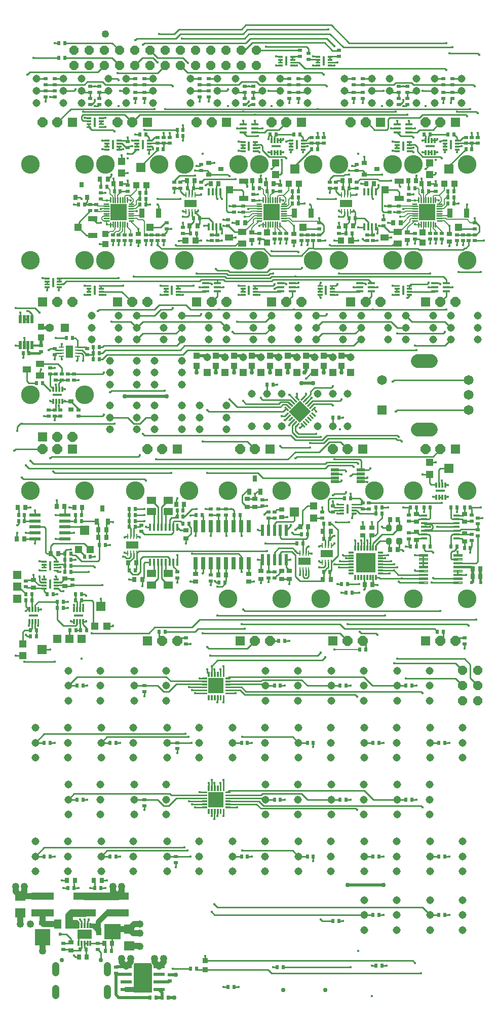
<source format=gbr>
G04 EAGLE Gerber RS-274X export*
G75*
%MOMM*%
%FSLAX34Y34*%
%LPD*%
%INBottom Copper*%
%IPPOS*%
%AMOC8*
5,1,8,0,0,1.08239X$1,22.5*%
G01*
%ADD10R,0.600000X0.700000*%
%ADD11R,0.700000X0.600000*%
%ADD12R,0.660400X2.032000*%
%ADD13R,0.900000X0.700000*%
%ADD14R,0.700000X0.900000*%
%ADD15R,1.400000X1.000000*%
%ADD16R,1.650000X1.650000*%
%ADD17P,1.785944X8X112.500000*%
%ADD18C,3.116000*%
%ADD19P,1.785944X8X292.500000*%
%ADD20R,0.547100X1.968500*%
%ADD21R,1.500000X1.600000*%
%ADD22R,1.200000X1.200000*%
%ADD23R,0.270000X0.960000*%
%ADD24R,2.000000X1.200000*%
%ADD25R,0.700000X1.000000*%
%ADD26R,0.960000X0.270000*%
%ADD27R,1.200000X2.000000*%
%ADD28C,1.158000*%
%ADD29C,1.200000*%
%ADD30C,1.308000*%
%ADD31C,0.102500*%
%ADD32R,0.950000X0.850000*%
%ADD33C,0.067500*%
%ADD34R,2.600000X2.600000*%
%ADD35R,0.990600X0.304800*%
%ADD36R,0.304800X0.812800*%
%ADD37R,0.812800X0.304800*%
%ADD38R,3.251200X3.251200*%
%ADD39C,0.519400*%
%ADD40R,0.350000X1.200000*%
%ADD41R,1.500000X1.300000*%
%ADD42C,0.220000*%
%ADD43R,2.700000X2.700000*%
%ADD44R,1.100000X1.000000*%
%ADD45R,1.000000X1.100000*%
%ADD46R,1.300000X1.300000*%
%ADD47R,1.600000X0.900000*%
%ADD48R,0.900000X1.600000*%
%ADD49C,0.018200*%
%ADD50R,0.450000X1.600000*%
%ADD51R,1.408000X1.408000*%
%ADD52R,1.968500X0.547100*%
%ADD53R,1.600000X1.500000*%
%ADD54P,1.649562X8X202.500000*%
%ADD55P,1.649562X8X292.500000*%
%ADD56R,2.387600X1.549400*%
%ADD57R,3.811800X1.311800*%
%ADD58R,1.300000X1.500000*%
%ADD59R,2.670000X2.540000*%
%ADD60R,0.762000X1.270000*%
%ADD61R,2.540000X2.670000*%
%ADD62R,1.270000X0.762000*%
%ADD63R,1.800000X1.600000*%
%ADD64C,1.650000*%
%ADD65C,2.250000*%
%ADD66R,1.308000X1.308000*%
%ADD67R,2.600000X2.600000*%
%ADD68C,1.408000*%
%ADD69R,1.600000X0.450000*%
%ADD70R,0.497100X1.470900*%
%ADD71R,1.470900X0.481500*%
%ADD72R,0.800000X0.900000*%
%ADD73R,0.900000X0.800000*%
%ADD74R,1.185700X0.397100*%
%ADD75R,1.968500X0.601900*%
%ADD76R,2.400000X3.100000*%
%ADD77C,0.450000*%
%ADD78C,0.254000*%
%ADD79C,0.200000*%
%ADD80C,1.016000*%
%ADD81C,1.250000*%
%ADD82C,0.750000*%
%ADD83C,0.508000*%
%ADD84C,0.600000*%
%ADD85C,0.152400*%
%ADD86C,0.812800*%
%ADD87C,0.406400*%
%ADD88C,1.270000*%
%ADD89C,0.304800*%

G36*
X237064Y18010D02*
X237064Y18010D01*
X237128Y18009D01*
X237203Y18030D01*
X237279Y18041D01*
X237338Y18067D01*
X237400Y18084D01*
X237466Y18125D01*
X237536Y18157D01*
X237585Y18199D01*
X237640Y18232D01*
X237692Y18290D01*
X237750Y18340D01*
X237786Y18394D01*
X237829Y18442D01*
X237862Y18511D01*
X237905Y18576D01*
X237924Y18638D01*
X237952Y18695D01*
X237963Y18765D01*
X237987Y18846D01*
X237988Y18931D01*
X237999Y19000D01*
X237999Y64156D01*
X237986Y64251D01*
X237981Y64347D01*
X237966Y64390D01*
X237959Y64435D01*
X237920Y64522D01*
X237888Y64613D01*
X237863Y64648D01*
X237843Y64692D01*
X237760Y64789D01*
X237707Y64862D01*
X237116Y65453D01*
X236731Y66382D01*
X236726Y66391D01*
X236724Y66400D01*
X236654Y66512D01*
X236587Y66625D01*
X236580Y66632D01*
X236575Y66640D01*
X236478Y66728D01*
X236382Y66818D01*
X236373Y66822D01*
X236366Y66829D01*
X236248Y66886D01*
X236130Y66946D01*
X236121Y66948D01*
X236112Y66952D01*
X236037Y66964D01*
X235853Y66998D01*
X235829Y66996D01*
X235808Y66999D01*
X209192Y66999D01*
X209183Y66998D01*
X209173Y66999D01*
X209043Y66978D01*
X208913Y66959D01*
X208904Y66956D01*
X208895Y66954D01*
X208776Y66897D01*
X208656Y66843D01*
X208649Y66837D01*
X208640Y66833D01*
X208542Y66745D01*
X208442Y66660D01*
X208437Y66652D01*
X208429Y66646D01*
X208389Y66580D01*
X208287Y66424D01*
X208280Y66401D01*
X208275Y66392D01*
X208273Y66389D01*
X208273Y66388D01*
X208269Y66382D01*
X207884Y65453D01*
X207793Y65362D01*
X207736Y65285D01*
X207671Y65214D01*
X207651Y65173D01*
X207624Y65137D01*
X207590Y65047D01*
X207548Y64960D01*
X207542Y64918D01*
X207525Y64873D01*
X207515Y64745D01*
X207501Y64656D01*
X207501Y19000D01*
X207510Y18936D01*
X207509Y18872D01*
X207530Y18797D01*
X207541Y18721D01*
X207567Y18662D01*
X207584Y18600D01*
X207625Y18534D01*
X207657Y18464D01*
X207699Y18415D01*
X207732Y18360D01*
X207790Y18308D01*
X207840Y18250D01*
X207894Y18214D01*
X207942Y18171D01*
X208011Y18138D01*
X208076Y18095D01*
X208138Y18076D01*
X208195Y18048D01*
X208265Y18037D01*
X208346Y18013D01*
X208431Y18012D01*
X208500Y18001D01*
X237000Y18001D01*
X237064Y18010D01*
G37*
G36*
X152505Y113494D02*
X152505Y113494D01*
X152510Y113493D01*
X152603Y113514D01*
X152697Y113532D01*
X152701Y113535D01*
X152706Y113536D01*
X152784Y113592D01*
X152862Y113645D01*
X152865Y113649D01*
X152869Y113652D01*
X152920Y113734D01*
X152972Y113813D01*
X152972Y113818D01*
X152975Y113823D01*
X153007Y114000D01*
X153007Y125500D01*
X153006Y125508D01*
X153007Y125515D01*
X152986Y125605D01*
X152968Y125697D01*
X152963Y125703D01*
X152961Y125711D01*
X152859Y125859D01*
X145359Y133359D01*
X145352Y133363D01*
X145348Y133369D01*
X145269Y133418D01*
X145192Y133470D01*
X145184Y133471D01*
X145177Y133475D01*
X145000Y133507D01*
X135000Y133507D01*
X134995Y133506D01*
X134990Y133507D01*
X134897Y133486D01*
X134804Y133468D01*
X134799Y133465D01*
X134794Y133464D01*
X134716Y133408D01*
X134638Y133355D01*
X134635Y133351D01*
X134631Y133348D01*
X134580Y133266D01*
X134528Y133187D01*
X134528Y133182D01*
X134525Y133177D01*
X134493Y133000D01*
X134493Y126000D01*
X134494Y125995D01*
X134493Y125990D01*
X134514Y125897D01*
X134532Y125804D01*
X134535Y125799D01*
X134536Y125794D01*
X134592Y125716D01*
X134645Y125638D01*
X134649Y125635D01*
X134652Y125631D01*
X134734Y125580D01*
X134813Y125528D01*
X134818Y125528D01*
X134823Y125525D01*
X135000Y125493D01*
X138790Y125493D01*
X144493Y119790D01*
X144493Y114000D01*
X144494Y113995D01*
X144493Y113990D01*
X144514Y113897D01*
X144532Y113804D01*
X144535Y113799D01*
X144536Y113794D01*
X144592Y113716D01*
X144645Y113638D01*
X144649Y113635D01*
X144652Y113631D01*
X144734Y113580D01*
X144813Y113528D01*
X144818Y113528D01*
X144823Y113525D01*
X145000Y113493D01*
X152500Y113493D01*
X152505Y113494D01*
G37*
G36*
X116065Y125131D02*
X116065Y125131D01*
X116116Y125133D01*
X116148Y125151D01*
X116184Y125159D01*
X116223Y125192D01*
X116268Y125216D01*
X116289Y125246D01*
X116317Y125269D01*
X116338Y125316D01*
X116368Y125358D01*
X116376Y125400D01*
X116388Y125428D01*
X116387Y125458D01*
X116395Y125500D01*
X116395Y134371D01*
X116769Y134744D01*
X116781Y134764D01*
X116795Y134776D01*
X116813Y134814D01*
X116853Y134871D01*
X116855Y134883D01*
X116860Y134892D01*
X116864Y134928D01*
X116866Y134934D01*
X116866Y134940D01*
X116880Y135013D01*
X116880Y135500D01*
X116863Y135574D01*
X116850Y135649D01*
X116843Y135659D01*
X116841Y135669D01*
X116817Y135697D01*
X116769Y135769D01*
X116190Y136348D01*
X116125Y136388D01*
X116063Y136432D01*
X116060Y136432D01*
X113930Y138562D01*
X113929Y138570D01*
X113922Y138580D01*
X113920Y138590D01*
X113896Y138619D01*
X113863Y138667D01*
X113855Y138681D01*
X113852Y138684D01*
X113848Y138690D01*
X113269Y139269D01*
X113204Y139309D01*
X113142Y139353D01*
X113130Y139355D01*
X113122Y139360D01*
X113085Y139364D01*
X113000Y139380D01*
X105000Y139380D01*
X104950Y139369D01*
X104899Y139367D01*
X104867Y139349D01*
X104831Y139341D01*
X104792Y139308D01*
X104747Y139284D01*
X104726Y139254D01*
X104698Y139231D01*
X104677Y139184D01*
X104647Y139142D01*
X104639Y139100D01*
X104627Y139072D01*
X104628Y139042D01*
X104620Y139000D01*
X104620Y125500D01*
X104631Y125450D01*
X104633Y125399D01*
X104651Y125367D01*
X104659Y125331D01*
X104692Y125292D01*
X104716Y125247D01*
X104746Y125226D01*
X104769Y125198D01*
X104816Y125177D01*
X104858Y125147D01*
X104900Y125139D01*
X104928Y125127D01*
X104958Y125128D01*
X105000Y125120D01*
X116015Y125120D01*
X116065Y125131D01*
G37*
D10*
X217500Y1450000D03*
X227500Y1450000D03*
D11*
X197500Y1437500D03*
X197500Y1427500D03*
X247500Y1445000D03*
X247500Y1435000D03*
D10*
X475000Y1450000D03*
X485000Y1450000D03*
X435000Y1450000D03*
X445000Y1450000D03*
D11*
X505000Y1445000D03*
X505000Y1435000D03*
D10*
X732500Y1450000D03*
X742500Y1450000D03*
X692500Y1450000D03*
X702500Y1450000D03*
D11*
X762500Y1445000D03*
X762500Y1435000D03*
D12*
X399450Y734266D03*
X399450Y795734D03*
X386750Y734266D03*
X374050Y734266D03*
X386750Y795734D03*
X374050Y795734D03*
X361350Y734266D03*
X361350Y795734D03*
X348650Y734266D03*
X348650Y795734D03*
X335950Y734266D03*
X323250Y734266D03*
X335950Y795734D03*
X323250Y795734D03*
X310550Y734266D03*
X310550Y795734D03*
D10*
X260000Y620000D03*
X250000Y620000D03*
X385350Y815000D03*
X375350Y815000D03*
D11*
X361350Y825000D03*
X361350Y815000D03*
X348650Y825000D03*
X348650Y815000D03*
D10*
X715000Y620000D03*
X725000Y620000D03*
D11*
X335950Y815000D03*
X335950Y825000D03*
D10*
X321900Y815000D03*
X311900Y815000D03*
D13*
X399450Y716500D03*
X399450Y703500D03*
D14*
X348500Y715000D03*
X361500Y715000D03*
D13*
X310550Y716500D03*
X310550Y703500D03*
D10*
X350000Y702500D03*
X360000Y702500D03*
D11*
X335950Y705000D03*
X335950Y715000D03*
X295000Y600000D03*
X295000Y610000D03*
D10*
X460000Y605000D03*
X450000Y605000D03*
X585000Y590000D03*
X595000Y590000D03*
D11*
X760000Y600000D03*
X760000Y610000D03*
X67500Y1060000D03*
X67500Y1050000D03*
X77500Y1050000D03*
X77500Y1040000D03*
D13*
X102500Y1004000D03*
X102500Y991000D03*
D11*
X85000Y980000D03*
X85000Y990000D03*
X65000Y980000D03*
X65000Y990000D03*
X75000Y980000D03*
X75000Y990000D03*
D10*
X45000Y1035000D03*
X55000Y1035000D03*
D15*
X29000Y1057500D03*
X51000Y1048000D03*
X51000Y1067000D03*
D11*
X87500Y1050000D03*
X87500Y1040000D03*
X97500Y1040000D03*
X97500Y1050000D03*
X115000Y990000D03*
X115000Y980000D03*
X107500Y1050000D03*
X107500Y1040000D03*
D16*
X105000Y1470000D03*
D17*
X80000Y1470000D03*
X55000Y1470000D03*
D18*
X35000Y1400000D03*
X125000Y1400000D03*
D16*
X230000Y605000D03*
D19*
X255000Y605000D03*
X280000Y605000D03*
D18*
X300000Y675000D03*
X210000Y675000D03*
D16*
X385000Y605000D03*
D19*
X410000Y605000D03*
X435000Y605000D03*
D18*
X455000Y675000D03*
X365000Y675000D03*
D16*
X540000Y605000D03*
D19*
X565000Y605000D03*
X590000Y605000D03*
D18*
X610000Y675000D03*
X520000Y675000D03*
D16*
X695000Y605000D03*
D19*
X720000Y605000D03*
X745000Y605000D03*
D18*
X765000Y675000D03*
X675000Y675000D03*
D16*
X55000Y945000D03*
D19*
X80000Y945000D03*
X105000Y945000D03*
D18*
X125000Y1015000D03*
X35000Y1015000D03*
D11*
X257500Y1445000D03*
X257500Y1435000D03*
X515000Y1445000D03*
X515000Y1435000D03*
X772500Y1445000D03*
X772500Y1435000D03*
D10*
X762500Y1425000D03*
X772500Y1425000D03*
X505000Y1425000D03*
X515000Y1425000D03*
X247000Y1425000D03*
X257000Y1425000D03*
X140000Y1075000D03*
X150000Y1075000D03*
X140000Y1085000D03*
X150000Y1085000D03*
X140000Y1095000D03*
X150000Y1095000D03*
D11*
X130000Y1092500D03*
X130000Y1082500D03*
D10*
X95000Y1110000D03*
X105000Y1110000D03*
D11*
X75000Y1092500D03*
X75000Y1082500D03*
D20*
X422500Y789734D03*
X432500Y789734D03*
X442500Y789734D03*
X452500Y789734D03*
X462500Y789734D03*
X462500Y740266D03*
X452500Y740266D03*
X442500Y740266D03*
X432500Y740266D03*
X422500Y740266D03*
D11*
X442500Y820000D03*
X442500Y810000D03*
D13*
X455000Y824000D03*
X455000Y811000D03*
D11*
X432500Y810000D03*
X432500Y820000D03*
X522500Y820000D03*
X522500Y810000D03*
D21*
X475500Y820000D03*
D22*
X508000Y830000D03*
X508000Y810000D03*
D10*
X497500Y782500D03*
X487500Y782500D03*
D14*
X499000Y795000D03*
X486000Y795000D03*
D10*
X490000Y767500D03*
X480000Y767500D03*
D11*
X442500Y710000D03*
X442500Y720000D03*
D13*
X455000Y721500D03*
X455000Y708500D03*
D11*
X432500Y720000D03*
X432500Y710000D03*
D14*
X523500Y787500D03*
X536500Y787500D03*
D10*
X550000Y137500D03*
X540000Y137500D03*
X535000Y775000D03*
X525000Y775000D03*
X535000Y720000D03*
X525000Y720000D03*
X525000Y800000D03*
X535000Y800000D03*
D14*
X523500Y707500D03*
X536500Y707500D03*
D23*
X537500Y736154D03*
X532500Y736154D03*
X527500Y736154D03*
X522500Y736154D03*
X522500Y763846D03*
X527500Y763846D03*
X532500Y763846D03*
X537500Y763846D03*
D24*
X530000Y750000D03*
D23*
X485000Y751346D03*
X490000Y751346D03*
X495000Y751346D03*
X500000Y751346D03*
X500000Y723654D03*
X495000Y723654D03*
X490000Y723654D03*
X485000Y723654D03*
D24*
X492500Y737500D03*
D25*
X410000Y876000D03*
X400500Y854000D03*
X419500Y854000D03*
D13*
X397500Y828500D03*
X397500Y841500D03*
X410000Y828500D03*
X410000Y841500D03*
D11*
X422500Y830000D03*
X422500Y840000D03*
D26*
X113846Y1095000D03*
X113846Y1090000D03*
X113846Y1085000D03*
X113846Y1080000D03*
X86154Y1080000D03*
X86154Y1085000D03*
X86154Y1090000D03*
X86154Y1095000D03*
D27*
X100000Y1087500D03*
D28*
X76800Y63040D02*
X76800Y51460D01*
X163200Y51460D02*
X163200Y63040D01*
D29*
X76800Y25000D02*
X76800Y13000D01*
X163200Y13000D02*
X163200Y25000D01*
D21*
X219500Y1395000D03*
D22*
X187000Y1385000D03*
X187000Y1405000D03*
D21*
X477000Y1392500D03*
D22*
X444500Y1382500D03*
X444500Y1402500D03*
D21*
X734500Y1392500D03*
D22*
X702000Y1382500D03*
X702000Y1402500D03*
D30*
X43000Y270000D03*
X43000Y245000D03*
X43000Y220000D03*
X97000Y270000D03*
X97000Y245000D03*
X97000Y220000D03*
X98000Y365000D03*
X98000Y340000D03*
X98000Y315000D03*
X152000Y365000D03*
X152000Y340000D03*
X152000Y315000D03*
X153000Y270000D03*
X153000Y245000D03*
X153000Y220000D03*
X207000Y270000D03*
X207000Y245000D03*
X207000Y220000D03*
X208000Y365000D03*
X208000Y340000D03*
X208000Y315000D03*
X262000Y365000D03*
X262000Y340000D03*
X262000Y315000D03*
X263000Y270000D03*
X263000Y245000D03*
X263000Y220000D03*
X317000Y270000D03*
X317000Y245000D03*
X317000Y220000D03*
X373000Y270000D03*
X373000Y245000D03*
X373000Y220000D03*
X427000Y270000D03*
X427000Y245000D03*
X427000Y220000D03*
X428000Y365000D03*
X428000Y340000D03*
X428000Y315000D03*
X482000Y365000D03*
X482000Y340000D03*
X482000Y315000D03*
X483000Y270000D03*
X483000Y245000D03*
X483000Y220000D03*
X537000Y270000D03*
X537000Y245000D03*
X537000Y220000D03*
X538000Y365000D03*
X538000Y340000D03*
X538000Y315000D03*
X592000Y365000D03*
X592000Y340000D03*
X592000Y315000D03*
X593000Y270000D03*
X593000Y245000D03*
X593000Y220000D03*
X647000Y270000D03*
X647000Y245000D03*
X647000Y220000D03*
X648000Y365000D03*
X648000Y340000D03*
X648000Y315000D03*
X702000Y365000D03*
X702000Y340000D03*
X702000Y315000D03*
X703000Y270000D03*
X703000Y245000D03*
X703000Y220000D03*
X757000Y270000D03*
X757000Y245000D03*
X757000Y220000D03*
X43000Y460000D03*
X43000Y435000D03*
X43000Y410000D03*
X97000Y460000D03*
X97000Y435000D03*
X97000Y410000D03*
X98000Y555000D03*
X98000Y530000D03*
X98000Y505000D03*
X152000Y555000D03*
X152000Y530000D03*
X152000Y505000D03*
X153000Y460000D03*
X153000Y435000D03*
X153000Y410000D03*
X207000Y460000D03*
X207000Y435000D03*
X207000Y410000D03*
X208000Y555000D03*
X208000Y530000D03*
X208000Y505000D03*
X262000Y555000D03*
X262000Y530000D03*
X262000Y505000D03*
X263000Y460000D03*
X263000Y435000D03*
X263000Y410000D03*
X317000Y460000D03*
X317000Y435000D03*
X317000Y410000D03*
X373000Y460000D03*
X373000Y435000D03*
X373000Y410000D03*
X427000Y460000D03*
X427000Y435000D03*
X427000Y410000D03*
X428000Y555000D03*
X428000Y530000D03*
X428000Y505000D03*
X482000Y555000D03*
X482000Y530000D03*
X482000Y505000D03*
X483000Y460000D03*
X483000Y435000D03*
X483000Y410000D03*
X537000Y460000D03*
X537000Y435000D03*
X537000Y410000D03*
X538000Y555000D03*
X538000Y530000D03*
X538000Y505000D03*
X592000Y555000D03*
X592000Y530000D03*
X592000Y505000D03*
X593000Y460000D03*
X593000Y435000D03*
X593000Y410000D03*
X647000Y460000D03*
X647000Y435000D03*
X647000Y410000D03*
X648000Y555000D03*
X648000Y530000D03*
X648000Y505000D03*
X702000Y555000D03*
X702000Y530000D03*
X702000Y505000D03*
X703000Y460000D03*
X703000Y435000D03*
X703000Y410000D03*
X757000Y460000D03*
X757000Y435000D03*
X757000Y410000D03*
X167500Y1072500D03*
X167500Y1052500D03*
X167500Y1032500D03*
X212500Y1072500D03*
X212500Y1052500D03*
X212500Y1032500D03*
X167500Y997500D03*
X167500Y977500D03*
X167500Y957500D03*
X212500Y997500D03*
X212500Y977500D03*
X212500Y957500D03*
X242500Y1072500D03*
X242500Y1052500D03*
X242500Y1032500D03*
X287500Y1072500D03*
X287500Y1052500D03*
X287500Y1032500D03*
X242500Y997500D03*
X242500Y977500D03*
X242500Y957500D03*
X287500Y997500D03*
X287500Y977500D03*
X287500Y957500D03*
D31*
X741362Y749288D02*
X756038Y749288D01*
X756038Y746212D01*
X741362Y746212D01*
X741362Y749288D01*
X741362Y747186D02*
X756038Y747186D01*
X756038Y748160D02*
X741362Y748160D01*
X741362Y749134D02*
X756038Y749134D01*
X756038Y742788D02*
X741362Y742788D01*
X756038Y742788D02*
X756038Y739712D01*
X741362Y739712D01*
X741362Y742788D01*
X741362Y740686D02*
X756038Y740686D01*
X756038Y741660D02*
X741362Y741660D01*
X741362Y742634D02*
X756038Y742634D01*
X756038Y736288D02*
X741362Y736288D01*
X756038Y736288D02*
X756038Y733212D01*
X741362Y733212D01*
X741362Y736288D01*
X741362Y734186D02*
X756038Y734186D01*
X756038Y735160D02*
X741362Y735160D01*
X741362Y736134D02*
X756038Y736134D01*
X756038Y729788D02*
X741362Y729788D01*
X756038Y729788D02*
X756038Y726712D01*
X741362Y726712D01*
X741362Y729788D01*
X741362Y727686D02*
X756038Y727686D01*
X756038Y728660D02*
X741362Y728660D01*
X741362Y729634D02*
X756038Y729634D01*
X756038Y723288D02*
X741362Y723288D01*
X756038Y723288D02*
X756038Y720212D01*
X741362Y720212D01*
X741362Y723288D01*
X741362Y721186D02*
X756038Y721186D01*
X756038Y722160D02*
X741362Y722160D01*
X741362Y723134D02*
X756038Y723134D01*
X756038Y716788D02*
X741362Y716788D01*
X756038Y716788D02*
X756038Y713712D01*
X741362Y713712D01*
X741362Y716788D01*
X741362Y714686D02*
X756038Y714686D01*
X756038Y715660D02*
X741362Y715660D01*
X741362Y716634D02*
X756038Y716634D01*
X756038Y710288D02*
X741362Y710288D01*
X756038Y710288D02*
X756038Y707212D01*
X741362Y707212D01*
X741362Y710288D01*
X741362Y708186D02*
X756038Y708186D01*
X756038Y709160D02*
X741362Y709160D01*
X741362Y710134D02*
X756038Y710134D01*
X756038Y703788D02*
X741362Y703788D01*
X756038Y703788D02*
X756038Y700712D01*
X741362Y700712D01*
X741362Y703788D01*
X741362Y701686D02*
X756038Y701686D01*
X756038Y702660D02*
X741362Y702660D01*
X741362Y703634D02*
X756038Y703634D01*
X698638Y703788D02*
X683962Y703788D01*
X698638Y703788D02*
X698638Y700712D01*
X683962Y700712D01*
X683962Y703788D01*
X683962Y701686D02*
X698638Y701686D01*
X698638Y702660D02*
X683962Y702660D01*
X683962Y703634D02*
X698638Y703634D01*
X698638Y710288D02*
X683962Y710288D01*
X698638Y710288D02*
X698638Y707212D01*
X683962Y707212D01*
X683962Y710288D01*
X683962Y708186D02*
X698638Y708186D01*
X698638Y709160D02*
X683962Y709160D01*
X683962Y710134D02*
X698638Y710134D01*
X698638Y716788D02*
X683962Y716788D01*
X698638Y716788D02*
X698638Y713712D01*
X683962Y713712D01*
X683962Y716788D01*
X683962Y714686D02*
X698638Y714686D01*
X698638Y715660D02*
X683962Y715660D01*
X683962Y716634D02*
X698638Y716634D01*
X698638Y723288D02*
X683962Y723288D01*
X698638Y723288D02*
X698638Y720212D01*
X683962Y720212D01*
X683962Y723288D01*
X683962Y721186D02*
X698638Y721186D01*
X698638Y722160D02*
X683962Y722160D01*
X683962Y723134D02*
X698638Y723134D01*
X698638Y729788D02*
X683962Y729788D01*
X698638Y729788D02*
X698638Y726712D01*
X683962Y726712D01*
X683962Y729788D01*
X683962Y727686D02*
X698638Y727686D01*
X698638Y728660D02*
X683962Y728660D01*
X683962Y729634D02*
X698638Y729634D01*
X698638Y736288D02*
X683962Y736288D01*
X698638Y736288D02*
X698638Y733212D01*
X683962Y733212D01*
X683962Y736288D01*
X683962Y734186D02*
X698638Y734186D01*
X698638Y735160D02*
X683962Y735160D01*
X683962Y736134D02*
X698638Y736134D01*
X698638Y742788D02*
X683962Y742788D01*
X698638Y742788D02*
X698638Y739712D01*
X683962Y739712D01*
X683962Y742788D01*
X683962Y740686D02*
X698638Y740686D01*
X698638Y741660D02*
X683962Y741660D01*
X683962Y742634D02*
X698638Y742634D01*
X698638Y749288D02*
X683962Y749288D01*
X698638Y749288D02*
X698638Y746212D01*
X683962Y746212D01*
X683962Y749288D01*
X683962Y747186D02*
X698638Y747186D01*
X698638Y748160D02*
X683962Y748160D01*
X683962Y749134D02*
X698638Y749134D01*
D32*
X327000Y56000D03*
X327000Y71000D03*
D10*
X312500Y57500D03*
X302500Y57500D03*
D33*
X358513Y316687D02*
X358513Y324613D01*
X358513Y316687D02*
X356487Y316687D01*
X356487Y324613D01*
X358513Y324613D01*
X358513Y317328D02*
X356487Y317328D01*
X356487Y317969D02*
X358513Y317969D01*
X358513Y318610D02*
X356487Y318610D01*
X356487Y319251D02*
X358513Y319251D01*
X358513Y319892D02*
X356487Y319892D01*
X356487Y320533D02*
X358513Y320533D01*
X358513Y321174D02*
X356487Y321174D01*
X356487Y321815D02*
X358513Y321815D01*
X358513Y322456D02*
X356487Y322456D01*
X356487Y323097D02*
X358513Y323097D01*
X358513Y323738D02*
X356487Y323738D01*
X356487Y324379D02*
X358513Y324379D01*
X353513Y324613D02*
X353513Y316687D01*
X351487Y316687D01*
X351487Y324613D01*
X353513Y324613D01*
X353513Y317328D02*
X351487Y317328D01*
X351487Y317969D02*
X353513Y317969D01*
X353513Y318610D02*
X351487Y318610D01*
X351487Y319251D02*
X353513Y319251D01*
X353513Y319892D02*
X351487Y319892D01*
X351487Y320533D02*
X353513Y320533D01*
X353513Y321174D02*
X351487Y321174D01*
X351487Y321815D02*
X353513Y321815D01*
X353513Y322456D02*
X351487Y322456D01*
X351487Y323097D02*
X353513Y323097D01*
X353513Y323738D02*
X351487Y323738D01*
X351487Y324379D02*
X353513Y324379D01*
X348513Y324613D02*
X348513Y316687D01*
X346487Y316687D01*
X346487Y324613D01*
X348513Y324613D01*
X348513Y317328D02*
X346487Y317328D01*
X346487Y317969D02*
X348513Y317969D01*
X348513Y318610D02*
X346487Y318610D01*
X346487Y319251D02*
X348513Y319251D01*
X348513Y319892D02*
X346487Y319892D01*
X346487Y320533D02*
X348513Y320533D01*
X348513Y321174D02*
X346487Y321174D01*
X346487Y321815D02*
X348513Y321815D01*
X348513Y322456D02*
X346487Y322456D01*
X346487Y323097D02*
X348513Y323097D01*
X348513Y323738D02*
X346487Y323738D01*
X346487Y324379D02*
X348513Y324379D01*
X343513Y324613D02*
X343513Y316687D01*
X341487Y316687D01*
X341487Y324613D01*
X343513Y324613D01*
X343513Y317328D02*
X341487Y317328D01*
X341487Y317969D02*
X343513Y317969D01*
X343513Y318610D02*
X341487Y318610D01*
X341487Y319251D02*
X343513Y319251D01*
X343513Y319892D02*
X341487Y319892D01*
X341487Y320533D02*
X343513Y320533D01*
X343513Y321174D02*
X341487Y321174D01*
X341487Y321815D02*
X343513Y321815D01*
X343513Y322456D02*
X341487Y322456D01*
X341487Y323097D02*
X343513Y323097D01*
X343513Y323738D02*
X341487Y323738D01*
X341487Y324379D02*
X343513Y324379D01*
X338513Y324613D02*
X338513Y316687D01*
X336487Y316687D01*
X336487Y324613D01*
X338513Y324613D01*
X338513Y317328D02*
X336487Y317328D01*
X336487Y317969D02*
X338513Y317969D01*
X338513Y318610D02*
X336487Y318610D01*
X336487Y319251D02*
X338513Y319251D01*
X338513Y319892D02*
X336487Y319892D01*
X336487Y320533D02*
X338513Y320533D01*
X338513Y321174D02*
X336487Y321174D01*
X336487Y321815D02*
X338513Y321815D01*
X338513Y322456D02*
X336487Y322456D01*
X336487Y323097D02*
X338513Y323097D01*
X338513Y323738D02*
X336487Y323738D01*
X336487Y324379D02*
X338513Y324379D01*
X333513Y324613D02*
X333513Y316687D01*
X331487Y316687D01*
X331487Y324613D01*
X333513Y324613D01*
X333513Y317328D02*
X331487Y317328D01*
X331487Y317969D02*
X333513Y317969D01*
X333513Y318610D02*
X331487Y318610D01*
X331487Y319251D02*
X333513Y319251D01*
X333513Y319892D02*
X331487Y319892D01*
X331487Y320533D02*
X333513Y320533D01*
X333513Y321174D02*
X331487Y321174D01*
X331487Y321815D02*
X333513Y321815D01*
X333513Y322456D02*
X331487Y322456D01*
X331487Y323097D02*
X333513Y323097D01*
X333513Y323738D02*
X331487Y323738D01*
X331487Y324379D02*
X333513Y324379D01*
X333513Y355387D02*
X333513Y363313D01*
X333513Y355387D02*
X331487Y355387D01*
X331487Y363313D01*
X333513Y363313D01*
X333513Y356028D02*
X331487Y356028D01*
X331487Y356669D02*
X333513Y356669D01*
X333513Y357310D02*
X331487Y357310D01*
X331487Y357951D02*
X333513Y357951D01*
X333513Y358592D02*
X331487Y358592D01*
X331487Y359233D02*
X333513Y359233D01*
X333513Y359874D02*
X331487Y359874D01*
X331487Y360515D02*
X333513Y360515D01*
X333513Y361156D02*
X331487Y361156D01*
X331487Y361797D02*
X333513Y361797D01*
X333513Y362438D02*
X331487Y362438D01*
X331487Y363079D02*
X333513Y363079D01*
X338513Y363313D02*
X338513Y355387D01*
X336487Y355387D01*
X336487Y363313D01*
X338513Y363313D01*
X338513Y356028D02*
X336487Y356028D01*
X336487Y356669D02*
X338513Y356669D01*
X338513Y357310D02*
X336487Y357310D01*
X336487Y357951D02*
X338513Y357951D01*
X338513Y358592D02*
X336487Y358592D01*
X336487Y359233D02*
X338513Y359233D01*
X338513Y359874D02*
X336487Y359874D01*
X336487Y360515D02*
X338513Y360515D01*
X338513Y361156D02*
X336487Y361156D01*
X336487Y361797D02*
X338513Y361797D01*
X338513Y362438D02*
X336487Y362438D01*
X336487Y363079D02*
X338513Y363079D01*
X343513Y363313D02*
X343513Y355387D01*
X341487Y355387D01*
X341487Y363313D01*
X343513Y363313D01*
X343513Y356028D02*
X341487Y356028D01*
X341487Y356669D02*
X343513Y356669D01*
X343513Y357310D02*
X341487Y357310D01*
X341487Y357951D02*
X343513Y357951D01*
X343513Y358592D02*
X341487Y358592D01*
X341487Y359233D02*
X343513Y359233D01*
X343513Y359874D02*
X341487Y359874D01*
X341487Y360515D02*
X343513Y360515D01*
X343513Y361156D02*
X341487Y361156D01*
X341487Y361797D02*
X343513Y361797D01*
X343513Y362438D02*
X341487Y362438D01*
X341487Y363079D02*
X343513Y363079D01*
X348513Y363313D02*
X348513Y355387D01*
X346487Y355387D01*
X346487Y363313D01*
X348513Y363313D01*
X348513Y356028D02*
X346487Y356028D01*
X346487Y356669D02*
X348513Y356669D01*
X348513Y357310D02*
X346487Y357310D01*
X346487Y357951D02*
X348513Y357951D01*
X348513Y358592D02*
X346487Y358592D01*
X346487Y359233D02*
X348513Y359233D01*
X348513Y359874D02*
X346487Y359874D01*
X346487Y360515D02*
X348513Y360515D01*
X348513Y361156D02*
X346487Y361156D01*
X346487Y361797D02*
X348513Y361797D01*
X348513Y362438D02*
X346487Y362438D01*
X346487Y363079D02*
X348513Y363079D01*
X353513Y363313D02*
X353513Y355387D01*
X351487Y355387D01*
X351487Y363313D01*
X353513Y363313D01*
X353513Y356028D02*
X351487Y356028D01*
X351487Y356669D02*
X353513Y356669D01*
X353513Y357310D02*
X351487Y357310D01*
X351487Y357951D02*
X353513Y357951D01*
X353513Y358592D02*
X351487Y358592D01*
X351487Y359233D02*
X353513Y359233D01*
X353513Y359874D02*
X351487Y359874D01*
X351487Y360515D02*
X353513Y360515D01*
X353513Y361156D02*
X351487Y361156D01*
X351487Y361797D02*
X353513Y361797D01*
X353513Y362438D02*
X351487Y362438D01*
X351487Y363079D02*
X353513Y363079D01*
X358513Y363313D02*
X358513Y355387D01*
X356487Y355387D01*
X356487Y363313D01*
X358513Y363313D01*
X358513Y356028D02*
X356487Y356028D01*
X356487Y356669D02*
X358513Y356669D01*
X358513Y357310D02*
X356487Y357310D01*
X356487Y357951D02*
X358513Y357951D01*
X358513Y358592D02*
X356487Y358592D01*
X356487Y359233D02*
X358513Y359233D01*
X358513Y359874D02*
X356487Y359874D01*
X356487Y360515D02*
X358513Y360515D01*
X358513Y361156D02*
X356487Y361156D01*
X356487Y361797D02*
X358513Y361797D01*
X358513Y362438D02*
X356487Y362438D01*
X356487Y363079D02*
X358513Y363079D01*
X360387Y353513D02*
X368313Y353513D01*
X368313Y351487D01*
X360387Y351487D01*
X360387Y353513D01*
X360387Y352128D02*
X368313Y352128D01*
X368313Y352769D02*
X360387Y352769D01*
X360387Y353410D02*
X368313Y353410D01*
X368313Y348513D02*
X360387Y348513D01*
X368313Y348513D02*
X368313Y346487D01*
X360387Y346487D01*
X360387Y348513D01*
X360387Y347128D02*
X368313Y347128D01*
X368313Y347769D02*
X360387Y347769D01*
X360387Y348410D02*
X368313Y348410D01*
X368313Y343513D02*
X360387Y343513D01*
X368313Y343513D02*
X368313Y341487D01*
X360387Y341487D01*
X360387Y343513D01*
X360387Y342128D02*
X368313Y342128D01*
X368313Y342769D02*
X360387Y342769D01*
X360387Y343410D02*
X368313Y343410D01*
X368313Y338513D02*
X360387Y338513D01*
X368313Y338513D02*
X368313Y336487D01*
X360387Y336487D01*
X360387Y338513D01*
X360387Y337128D02*
X368313Y337128D01*
X368313Y337769D02*
X360387Y337769D01*
X360387Y338410D02*
X368313Y338410D01*
X368313Y333513D02*
X360387Y333513D01*
X368313Y333513D02*
X368313Y331487D01*
X360387Y331487D01*
X360387Y333513D01*
X360387Y332128D02*
X368313Y332128D01*
X368313Y332769D02*
X360387Y332769D01*
X360387Y333410D02*
X368313Y333410D01*
X368313Y328513D02*
X360387Y328513D01*
X368313Y328513D02*
X368313Y326487D01*
X360387Y326487D01*
X360387Y328513D01*
X360387Y327128D02*
X368313Y327128D01*
X368313Y327769D02*
X360387Y327769D01*
X360387Y328410D02*
X368313Y328410D01*
X329613Y328513D02*
X321687Y328513D01*
X329613Y328513D02*
X329613Y326487D01*
X321687Y326487D01*
X321687Y328513D01*
X321687Y327128D02*
X329613Y327128D01*
X329613Y327769D02*
X321687Y327769D01*
X321687Y328410D02*
X329613Y328410D01*
X329613Y333513D02*
X321687Y333513D01*
X329613Y333513D02*
X329613Y331487D01*
X321687Y331487D01*
X321687Y333513D01*
X321687Y332128D02*
X329613Y332128D01*
X329613Y332769D02*
X321687Y332769D01*
X321687Y333410D02*
X329613Y333410D01*
X329613Y338513D02*
X321687Y338513D01*
X329613Y338513D02*
X329613Y336487D01*
X321687Y336487D01*
X321687Y338513D01*
X321687Y337128D02*
X329613Y337128D01*
X329613Y337769D02*
X321687Y337769D01*
X321687Y338410D02*
X329613Y338410D01*
X329613Y343513D02*
X321687Y343513D01*
X329613Y343513D02*
X329613Y341487D01*
X321687Y341487D01*
X321687Y343513D01*
X321687Y342128D02*
X329613Y342128D01*
X329613Y342769D02*
X321687Y342769D01*
X321687Y343410D02*
X329613Y343410D01*
X329613Y348513D02*
X321687Y348513D01*
X329613Y348513D02*
X329613Y346487D01*
X321687Y346487D01*
X321687Y348513D01*
X321687Y347128D02*
X329613Y347128D01*
X329613Y347769D02*
X321687Y347769D01*
X321687Y348410D02*
X329613Y348410D01*
X329613Y353513D02*
X321687Y353513D01*
X329613Y353513D02*
X329613Y351487D01*
X321687Y351487D01*
X321687Y353513D01*
X321687Y352128D02*
X329613Y352128D01*
X329613Y352769D02*
X321687Y352769D01*
X321687Y353410D02*
X329613Y353410D01*
D34*
X345000Y340000D03*
D33*
X358513Y506687D02*
X358513Y514613D01*
X358513Y506687D02*
X356487Y506687D01*
X356487Y514613D01*
X358513Y514613D01*
X358513Y507328D02*
X356487Y507328D01*
X356487Y507969D02*
X358513Y507969D01*
X358513Y508610D02*
X356487Y508610D01*
X356487Y509251D02*
X358513Y509251D01*
X358513Y509892D02*
X356487Y509892D01*
X356487Y510533D02*
X358513Y510533D01*
X358513Y511174D02*
X356487Y511174D01*
X356487Y511815D02*
X358513Y511815D01*
X358513Y512456D02*
X356487Y512456D01*
X356487Y513097D02*
X358513Y513097D01*
X358513Y513738D02*
X356487Y513738D01*
X356487Y514379D02*
X358513Y514379D01*
X353513Y514613D02*
X353513Y506687D01*
X351487Y506687D01*
X351487Y514613D01*
X353513Y514613D01*
X353513Y507328D02*
X351487Y507328D01*
X351487Y507969D02*
X353513Y507969D01*
X353513Y508610D02*
X351487Y508610D01*
X351487Y509251D02*
X353513Y509251D01*
X353513Y509892D02*
X351487Y509892D01*
X351487Y510533D02*
X353513Y510533D01*
X353513Y511174D02*
X351487Y511174D01*
X351487Y511815D02*
X353513Y511815D01*
X353513Y512456D02*
X351487Y512456D01*
X351487Y513097D02*
X353513Y513097D01*
X353513Y513738D02*
X351487Y513738D01*
X351487Y514379D02*
X353513Y514379D01*
X348513Y514613D02*
X348513Y506687D01*
X346487Y506687D01*
X346487Y514613D01*
X348513Y514613D01*
X348513Y507328D02*
X346487Y507328D01*
X346487Y507969D02*
X348513Y507969D01*
X348513Y508610D02*
X346487Y508610D01*
X346487Y509251D02*
X348513Y509251D01*
X348513Y509892D02*
X346487Y509892D01*
X346487Y510533D02*
X348513Y510533D01*
X348513Y511174D02*
X346487Y511174D01*
X346487Y511815D02*
X348513Y511815D01*
X348513Y512456D02*
X346487Y512456D01*
X346487Y513097D02*
X348513Y513097D01*
X348513Y513738D02*
X346487Y513738D01*
X346487Y514379D02*
X348513Y514379D01*
X343513Y514613D02*
X343513Y506687D01*
X341487Y506687D01*
X341487Y514613D01*
X343513Y514613D01*
X343513Y507328D02*
X341487Y507328D01*
X341487Y507969D02*
X343513Y507969D01*
X343513Y508610D02*
X341487Y508610D01*
X341487Y509251D02*
X343513Y509251D01*
X343513Y509892D02*
X341487Y509892D01*
X341487Y510533D02*
X343513Y510533D01*
X343513Y511174D02*
X341487Y511174D01*
X341487Y511815D02*
X343513Y511815D01*
X343513Y512456D02*
X341487Y512456D01*
X341487Y513097D02*
X343513Y513097D01*
X343513Y513738D02*
X341487Y513738D01*
X341487Y514379D02*
X343513Y514379D01*
X338513Y514613D02*
X338513Y506687D01*
X336487Y506687D01*
X336487Y514613D01*
X338513Y514613D01*
X338513Y507328D02*
X336487Y507328D01*
X336487Y507969D02*
X338513Y507969D01*
X338513Y508610D02*
X336487Y508610D01*
X336487Y509251D02*
X338513Y509251D01*
X338513Y509892D02*
X336487Y509892D01*
X336487Y510533D02*
X338513Y510533D01*
X338513Y511174D02*
X336487Y511174D01*
X336487Y511815D02*
X338513Y511815D01*
X338513Y512456D02*
X336487Y512456D01*
X336487Y513097D02*
X338513Y513097D01*
X338513Y513738D02*
X336487Y513738D01*
X336487Y514379D02*
X338513Y514379D01*
X333513Y514613D02*
X333513Y506687D01*
X331487Y506687D01*
X331487Y514613D01*
X333513Y514613D01*
X333513Y507328D02*
X331487Y507328D01*
X331487Y507969D02*
X333513Y507969D01*
X333513Y508610D02*
X331487Y508610D01*
X331487Y509251D02*
X333513Y509251D01*
X333513Y509892D02*
X331487Y509892D01*
X331487Y510533D02*
X333513Y510533D01*
X333513Y511174D02*
X331487Y511174D01*
X331487Y511815D02*
X333513Y511815D01*
X333513Y512456D02*
X331487Y512456D01*
X331487Y513097D02*
X333513Y513097D01*
X333513Y513738D02*
X331487Y513738D01*
X331487Y514379D02*
X333513Y514379D01*
X333513Y545387D02*
X333513Y553313D01*
X333513Y545387D02*
X331487Y545387D01*
X331487Y553313D01*
X333513Y553313D01*
X333513Y546028D02*
X331487Y546028D01*
X331487Y546669D02*
X333513Y546669D01*
X333513Y547310D02*
X331487Y547310D01*
X331487Y547951D02*
X333513Y547951D01*
X333513Y548592D02*
X331487Y548592D01*
X331487Y549233D02*
X333513Y549233D01*
X333513Y549874D02*
X331487Y549874D01*
X331487Y550515D02*
X333513Y550515D01*
X333513Y551156D02*
X331487Y551156D01*
X331487Y551797D02*
X333513Y551797D01*
X333513Y552438D02*
X331487Y552438D01*
X331487Y553079D02*
X333513Y553079D01*
X338513Y553313D02*
X338513Y545387D01*
X336487Y545387D01*
X336487Y553313D01*
X338513Y553313D01*
X338513Y546028D02*
X336487Y546028D01*
X336487Y546669D02*
X338513Y546669D01*
X338513Y547310D02*
X336487Y547310D01*
X336487Y547951D02*
X338513Y547951D01*
X338513Y548592D02*
X336487Y548592D01*
X336487Y549233D02*
X338513Y549233D01*
X338513Y549874D02*
X336487Y549874D01*
X336487Y550515D02*
X338513Y550515D01*
X338513Y551156D02*
X336487Y551156D01*
X336487Y551797D02*
X338513Y551797D01*
X338513Y552438D02*
X336487Y552438D01*
X336487Y553079D02*
X338513Y553079D01*
X343513Y553313D02*
X343513Y545387D01*
X341487Y545387D01*
X341487Y553313D01*
X343513Y553313D01*
X343513Y546028D02*
X341487Y546028D01*
X341487Y546669D02*
X343513Y546669D01*
X343513Y547310D02*
X341487Y547310D01*
X341487Y547951D02*
X343513Y547951D01*
X343513Y548592D02*
X341487Y548592D01*
X341487Y549233D02*
X343513Y549233D01*
X343513Y549874D02*
X341487Y549874D01*
X341487Y550515D02*
X343513Y550515D01*
X343513Y551156D02*
X341487Y551156D01*
X341487Y551797D02*
X343513Y551797D01*
X343513Y552438D02*
X341487Y552438D01*
X341487Y553079D02*
X343513Y553079D01*
X348513Y553313D02*
X348513Y545387D01*
X346487Y545387D01*
X346487Y553313D01*
X348513Y553313D01*
X348513Y546028D02*
X346487Y546028D01*
X346487Y546669D02*
X348513Y546669D01*
X348513Y547310D02*
X346487Y547310D01*
X346487Y547951D02*
X348513Y547951D01*
X348513Y548592D02*
X346487Y548592D01*
X346487Y549233D02*
X348513Y549233D01*
X348513Y549874D02*
X346487Y549874D01*
X346487Y550515D02*
X348513Y550515D01*
X348513Y551156D02*
X346487Y551156D01*
X346487Y551797D02*
X348513Y551797D01*
X348513Y552438D02*
X346487Y552438D01*
X346487Y553079D02*
X348513Y553079D01*
X353513Y553313D02*
X353513Y545387D01*
X351487Y545387D01*
X351487Y553313D01*
X353513Y553313D01*
X353513Y546028D02*
X351487Y546028D01*
X351487Y546669D02*
X353513Y546669D01*
X353513Y547310D02*
X351487Y547310D01*
X351487Y547951D02*
X353513Y547951D01*
X353513Y548592D02*
X351487Y548592D01*
X351487Y549233D02*
X353513Y549233D01*
X353513Y549874D02*
X351487Y549874D01*
X351487Y550515D02*
X353513Y550515D01*
X353513Y551156D02*
X351487Y551156D01*
X351487Y551797D02*
X353513Y551797D01*
X353513Y552438D02*
X351487Y552438D01*
X351487Y553079D02*
X353513Y553079D01*
X358513Y553313D02*
X358513Y545387D01*
X356487Y545387D01*
X356487Y553313D01*
X358513Y553313D01*
X358513Y546028D02*
X356487Y546028D01*
X356487Y546669D02*
X358513Y546669D01*
X358513Y547310D02*
X356487Y547310D01*
X356487Y547951D02*
X358513Y547951D01*
X358513Y548592D02*
X356487Y548592D01*
X356487Y549233D02*
X358513Y549233D01*
X358513Y549874D02*
X356487Y549874D01*
X356487Y550515D02*
X358513Y550515D01*
X358513Y551156D02*
X356487Y551156D01*
X356487Y551797D02*
X358513Y551797D01*
X358513Y552438D02*
X356487Y552438D01*
X356487Y553079D02*
X358513Y553079D01*
X360387Y543513D02*
X368313Y543513D01*
X368313Y541487D01*
X360387Y541487D01*
X360387Y543513D01*
X360387Y542128D02*
X368313Y542128D01*
X368313Y542769D02*
X360387Y542769D01*
X360387Y543410D02*
X368313Y543410D01*
X368313Y538513D02*
X360387Y538513D01*
X368313Y538513D02*
X368313Y536487D01*
X360387Y536487D01*
X360387Y538513D01*
X360387Y537128D02*
X368313Y537128D01*
X368313Y537769D02*
X360387Y537769D01*
X360387Y538410D02*
X368313Y538410D01*
X368313Y533513D02*
X360387Y533513D01*
X368313Y533513D02*
X368313Y531487D01*
X360387Y531487D01*
X360387Y533513D01*
X360387Y532128D02*
X368313Y532128D01*
X368313Y532769D02*
X360387Y532769D01*
X360387Y533410D02*
X368313Y533410D01*
X368313Y528513D02*
X360387Y528513D01*
X368313Y528513D02*
X368313Y526487D01*
X360387Y526487D01*
X360387Y528513D01*
X360387Y527128D02*
X368313Y527128D01*
X368313Y527769D02*
X360387Y527769D01*
X360387Y528410D02*
X368313Y528410D01*
X368313Y523513D02*
X360387Y523513D01*
X368313Y523513D02*
X368313Y521487D01*
X360387Y521487D01*
X360387Y523513D01*
X360387Y522128D02*
X368313Y522128D01*
X368313Y522769D02*
X360387Y522769D01*
X360387Y523410D02*
X368313Y523410D01*
X368313Y518513D02*
X360387Y518513D01*
X368313Y518513D02*
X368313Y516487D01*
X360387Y516487D01*
X360387Y518513D01*
X360387Y517128D02*
X368313Y517128D01*
X368313Y517769D02*
X360387Y517769D01*
X360387Y518410D02*
X368313Y518410D01*
X329613Y518513D02*
X321687Y518513D01*
X329613Y518513D02*
X329613Y516487D01*
X321687Y516487D01*
X321687Y518513D01*
X321687Y517128D02*
X329613Y517128D01*
X329613Y517769D02*
X321687Y517769D01*
X321687Y518410D02*
X329613Y518410D01*
X329613Y523513D02*
X321687Y523513D01*
X329613Y523513D02*
X329613Y521487D01*
X321687Y521487D01*
X321687Y523513D01*
X321687Y522128D02*
X329613Y522128D01*
X329613Y522769D02*
X321687Y522769D01*
X321687Y523410D02*
X329613Y523410D01*
X329613Y528513D02*
X321687Y528513D01*
X329613Y528513D02*
X329613Y526487D01*
X321687Y526487D01*
X321687Y528513D01*
X321687Y527128D02*
X329613Y527128D01*
X329613Y527769D02*
X321687Y527769D01*
X321687Y528410D02*
X329613Y528410D01*
X329613Y533513D02*
X321687Y533513D01*
X329613Y533513D02*
X329613Y531487D01*
X321687Y531487D01*
X321687Y533513D01*
X321687Y532128D02*
X329613Y532128D01*
X329613Y532769D02*
X321687Y532769D01*
X321687Y533410D02*
X329613Y533410D01*
X329613Y538513D02*
X321687Y538513D01*
X329613Y538513D02*
X329613Y536487D01*
X321687Y536487D01*
X321687Y538513D01*
X321687Y537128D02*
X329613Y537128D01*
X329613Y537769D02*
X321687Y537769D01*
X321687Y538410D02*
X329613Y538410D01*
X329613Y543513D02*
X321687Y543513D01*
X329613Y543513D02*
X329613Y541487D01*
X321687Y541487D01*
X321687Y543513D01*
X321687Y542128D02*
X329613Y542128D01*
X329613Y542769D02*
X321687Y542769D01*
X321687Y543410D02*
X329613Y543410D01*
D34*
X345000Y530000D03*
D10*
X612500Y62500D03*
X622500Y62500D03*
D30*
X703000Y172500D03*
X703000Y147500D03*
X703000Y122500D03*
X757000Y172500D03*
X757000Y147500D03*
X757000Y122500D03*
X593000Y172500D03*
X593000Y147500D03*
X593000Y122500D03*
X647000Y172500D03*
X647000Y147500D03*
X647000Y122500D03*
D10*
X375000Y27500D03*
X365000Y27500D03*
X457500Y60000D03*
X447500Y60000D03*
D35*
X747178Y814050D03*
X747178Y807700D03*
X747178Y801350D03*
X747178Y795000D03*
X747178Y788650D03*
X747178Y782300D03*
X747178Y775950D03*
X692822Y814050D03*
X692822Y807700D03*
X692822Y801350D03*
X692822Y795000D03*
X692822Y788650D03*
X692822Y782300D03*
X692822Y775950D03*
D11*
X782500Y790000D03*
X782500Y780000D03*
X782500Y810000D03*
X782500Y800000D03*
X772500Y782500D03*
X772500Y772500D03*
X772500Y805000D03*
X772500Y815000D03*
X667500Y785000D03*
X667500Y775000D03*
X667500Y805000D03*
X667500Y815000D03*
D13*
X760000Y784000D03*
X760000Y771000D03*
X760000Y803500D03*
X760000Y816500D03*
X680000Y786500D03*
X680000Y773500D03*
X680000Y803500D03*
X680000Y816500D03*
D10*
X680000Y827500D03*
X670000Y827500D03*
X680000Y762500D03*
X670000Y762500D03*
X760000Y760000D03*
X770000Y760000D03*
X760000Y827500D03*
X770000Y827500D03*
D36*
X577474Y759638D03*
X582554Y759638D03*
X587380Y759638D03*
X592460Y759638D03*
X597540Y759638D03*
X602620Y759638D03*
X607446Y759638D03*
X612526Y759638D03*
D37*
X619638Y752526D03*
X619638Y747446D03*
X619638Y742620D03*
X619638Y737540D03*
X619638Y732460D03*
X619638Y727380D03*
X619638Y722554D03*
X619638Y717474D03*
D36*
X612526Y710362D03*
X607446Y710362D03*
X602620Y710362D03*
X597540Y710362D03*
X592460Y710362D03*
X587380Y710362D03*
X582554Y710362D03*
X577474Y710362D03*
D37*
X570362Y717474D03*
X570362Y722554D03*
X570362Y727380D03*
X570362Y732460D03*
X570362Y737540D03*
X570362Y742620D03*
X570362Y747446D03*
X570362Y752526D03*
D38*
X595000Y735000D03*
D16*
X745000Y925000D03*
D17*
X720000Y925000D03*
X695000Y925000D03*
D18*
X675000Y855000D03*
X765000Y855000D03*
D39*
X636303Y774403D02*
X636303Y768597D01*
X631697Y768597D01*
X631697Y774403D01*
X636303Y774403D01*
X636303Y773531D02*
X631697Y773531D01*
X636303Y790597D02*
X636303Y796403D01*
X636303Y790597D02*
X631697Y790597D01*
X631697Y796403D01*
X636303Y796403D01*
X636303Y795531D02*
X631697Y795531D01*
X653303Y796403D02*
X653303Y790597D01*
X648697Y790597D01*
X648697Y796403D01*
X653303Y796403D01*
X653303Y795531D02*
X648697Y795531D01*
X653303Y774403D02*
X653303Y768597D01*
X648697Y768597D01*
X648697Y774403D01*
X653303Y774403D01*
X653303Y773531D02*
X648697Y773531D01*
D14*
X636000Y757500D03*
X649000Y757500D03*
X649000Y807500D03*
X636000Y807500D03*
D40*
X280250Y735750D03*
X273750Y735750D03*
X267250Y735750D03*
X260750Y735750D03*
X254250Y735750D03*
X247750Y735750D03*
X241250Y735750D03*
X234750Y735750D03*
X234750Y794250D03*
X241250Y794250D03*
X247750Y794250D03*
X254250Y794250D03*
X260750Y794250D03*
X267250Y794250D03*
X273750Y794250D03*
X280250Y794250D03*
D11*
X280000Y710000D03*
X280000Y720000D03*
D10*
X280000Y822500D03*
X290000Y822500D03*
X280000Y812500D03*
X290000Y812500D03*
D14*
X291500Y832500D03*
X278500Y832500D03*
D41*
X237500Y839500D03*
X237500Y820500D03*
X265000Y820500D03*
X265000Y839500D03*
X265000Y717000D03*
X265000Y698000D03*
X237500Y698000D03*
X237500Y717000D03*
D16*
X590000Y925000D03*
D17*
X565000Y925000D03*
X540000Y925000D03*
D18*
X520000Y855000D03*
X610000Y855000D03*
D16*
X280000Y925000D03*
D17*
X255000Y925000D03*
X230000Y925000D03*
D18*
X210000Y855000D03*
X300000Y855000D03*
D16*
X435000Y925000D03*
D17*
X410000Y925000D03*
X385000Y925000D03*
D18*
X365000Y855000D03*
X455000Y855000D03*
D23*
X212500Y751154D03*
X207500Y751154D03*
X202500Y751154D03*
X197500Y751154D03*
X197500Y778846D03*
X202500Y778846D03*
X207500Y778846D03*
X212500Y778846D03*
D24*
X205000Y765000D03*
D10*
X200000Y815000D03*
X210000Y815000D03*
X210000Y795000D03*
X200000Y795000D03*
D11*
X220000Y797500D03*
X220000Y787500D03*
D10*
X290000Y800000D03*
X300000Y800000D03*
D14*
X211500Y735000D03*
X198500Y735000D03*
D10*
X200000Y722500D03*
X210000Y722500D03*
X200000Y805000D03*
X210000Y805000D03*
D42*
X207046Y1334000D02*
X199734Y1334000D01*
X198734Y1330000D02*
X207046Y1330000D01*
X207046Y1326000D02*
X198734Y1326000D01*
X198734Y1322000D02*
X207046Y1322000D01*
X207046Y1318000D02*
X198734Y1318000D01*
X198734Y1314000D02*
X207046Y1314000D01*
X207046Y1310000D02*
X198734Y1310000D01*
X199734Y1306000D02*
X207046Y1306000D01*
X196500Y1302766D02*
X196500Y1295454D01*
X192500Y1295454D02*
X192500Y1303766D01*
X188500Y1303766D02*
X188500Y1295454D01*
X184500Y1295454D02*
X184500Y1303766D01*
X180500Y1303766D02*
X180500Y1295454D01*
X176500Y1295454D02*
X176500Y1303766D01*
X172500Y1303766D02*
X172500Y1295454D01*
X168500Y1295454D02*
X168500Y1302766D01*
X166266Y1306000D02*
X157954Y1306000D01*
X157954Y1310000D02*
X166266Y1310000D01*
X166266Y1314000D02*
X157954Y1314000D01*
X157954Y1318000D02*
X166266Y1318000D01*
X166266Y1322000D02*
X157954Y1322000D01*
X157954Y1326000D02*
X166266Y1326000D01*
X166266Y1330000D02*
X157954Y1330000D01*
X157954Y1334000D02*
X165266Y1334000D01*
X168500Y1337234D02*
X168500Y1344546D01*
X172500Y1344546D02*
X172500Y1336234D01*
X176500Y1336234D02*
X176500Y1344546D01*
X180500Y1344546D02*
X180500Y1336234D01*
X184500Y1336234D02*
X184500Y1344546D01*
X188500Y1344546D02*
X188500Y1336234D01*
X192500Y1336234D02*
X192500Y1344546D01*
X196500Y1344546D02*
X196500Y1337234D01*
D43*
X182500Y1320000D03*
D11*
X197500Y1355000D03*
X197500Y1365000D03*
D10*
X185000Y1355000D03*
X175000Y1355000D03*
D14*
X164000Y1375000D03*
X151000Y1375000D03*
D11*
X152500Y1342500D03*
X152500Y1352500D03*
D14*
X173500Y1367500D03*
X186500Y1367500D03*
D10*
X227500Y1342500D03*
X217500Y1342500D03*
X227500Y1332500D03*
X217500Y1332500D03*
X227500Y1352500D03*
X217500Y1352500D03*
D44*
X211500Y1365000D03*
X228500Y1365000D03*
D11*
X262500Y1292500D03*
X262500Y1302500D03*
X227500Y1272500D03*
X227500Y1282500D03*
X237500Y1272500D03*
X237500Y1282500D03*
D13*
X215000Y1284000D03*
X215000Y1271000D03*
D11*
X202500Y1272500D03*
X202500Y1282500D03*
X192500Y1272500D03*
X192500Y1282500D03*
X182500Y1272500D03*
X182500Y1282500D03*
D45*
X160000Y1283500D03*
X160000Y1266500D03*
D11*
X145000Y1332500D03*
X145000Y1322500D03*
X135000Y1332500D03*
X135000Y1322500D03*
D46*
X114600Y1295000D03*
D47*
X138900Y1309000D03*
X138900Y1281000D03*
D16*
X230000Y1470000D03*
D17*
X205000Y1470000D03*
X180000Y1470000D03*
D18*
X160000Y1400000D03*
X250000Y1400000D03*
D16*
X180000Y1170000D03*
D19*
X205000Y1170000D03*
X230000Y1170000D03*
D18*
X250000Y1240000D03*
X160000Y1240000D03*
D16*
X55000Y1170000D03*
D19*
X80000Y1170000D03*
X105000Y1170000D03*
D18*
X125000Y1240000D03*
X35000Y1240000D03*
D46*
X235000Y1294600D03*
D48*
X221000Y1318900D03*
X249000Y1318900D03*
D16*
X362500Y1470000D03*
D17*
X337500Y1470000D03*
X312500Y1470000D03*
D18*
X292500Y1400000D03*
X382500Y1400000D03*
D42*
X454734Y1334000D02*
X462046Y1334000D01*
X462046Y1330000D02*
X453734Y1330000D01*
X453734Y1326000D02*
X462046Y1326000D01*
X462046Y1322000D02*
X453734Y1322000D01*
X453734Y1318000D02*
X462046Y1318000D01*
X462046Y1314000D02*
X453734Y1314000D01*
X453734Y1310000D02*
X462046Y1310000D01*
X462046Y1306000D02*
X454734Y1306000D01*
X451500Y1302766D02*
X451500Y1295454D01*
X447500Y1295454D02*
X447500Y1303766D01*
X443500Y1303766D02*
X443500Y1295454D01*
X439500Y1295454D02*
X439500Y1303766D01*
X435500Y1303766D02*
X435500Y1295454D01*
X431500Y1295454D02*
X431500Y1303766D01*
X427500Y1303766D02*
X427500Y1295454D01*
X423500Y1295454D02*
X423500Y1302766D01*
X421266Y1306000D02*
X412954Y1306000D01*
X412954Y1310000D02*
X421266Y1310000D01*
X421266Y1314000D02*
X412954Y1314000D01*
X412954Y1318000D02*
X421266Y1318000D01*
X421266Y1322000D02*
X412954Y1322000D01*
X412954Y1326000D02*
X421266Y1326000D01*
X421266Y1330000D02*
X412954Y1330000D01*
X412954Y1334000D02*
X420266Y1334000D01*
X423500Y1337234D02*
X423500Y1344546D01*
X427500Y1344546D02*
X427500Y1336234D01*
X431500Y1336234D02*
X431500Y1344546D01*
X435500Y1344546D02*
X435500Y1336234D01*
X439500Y1336234D02*
X439500Y1344546D01*
X443500Y1344546D02*
X443500Y1336234D01*
X447500Y1336234D02*
X447500Y1344546D01*
X451500Y1344546D02*
X451500Y1337234D01*
D43*
X437500Y1320000D03*
D11*
X452500Y1355000D03*
X452500Y1365000D03*
D10*
X440000Y1355000D03*
X430000Y1355000D03*
D14*
X419000Y1372500D03*
X406000Y1372500D03*
D11*
X407500Y1340000D03*
X407500Y1350000D03*
D14*
X428500Y1367500D03*
X441500Y1367500D03*
D10*
X482500Y1345000D03*
X472500Y1345000D03*
X482500Y1335000D03*
X472500Y1335000D03*
X482500Y1355000D03*
X472500Y1355000D03*
D44*
X466500Y1367500D03*
X483500Y1367500D03*
D11*
X517500Y1302500D03*
X517500Y1292500D03*
X487500Y1272500D03*
X487500Y1282500D03*
X497500Y1272500D03*
X497500Y1282500D03*
D13*
X475000Y1284000D03*
X475000Y1271000D03*
D11*
X462500Y1275000D03*
X462500Y1285000D03*
X452500Y1275000D03*
X452500Y1285000D03*
X442500Y1275000D03*
X442500Y1285000D03*
D45*
X430000Y1286000D03*
X430000Y1269000D03*
D11*
X390000Y1330000D03*
X390000Y1320000D03*
X375000Y1330000D03*
X375000Y1320000D03*
D46*
X367100Y1357500D03*
D47*
X391400Y1371500D03*
X391400Y1343500D03*
D16*
X487500Y1470000D03*
D17*
X462500Y1470000D03*
X437500Y1470000D03*
D18*
X417500Y1400000D03*
X507500Y1400000D03*
D16*
X437500Y1170000D03*
D19*
X462500Y1170000D03*
X487500Y1170000D03*
D18*
X507500Y1240000D03*
X417500Y1240000D03*
D16*
X312500Y1170000D03*
D19*
X337500Y1170000D03*
X362500Y1170000D03*
D18*
X382500Y1240000D03*
X292500Y1240000D03*
D46*
X490000Y1294600D03*
D48*
X476000Y1318900D03*
X504000Y1318900D03*
D16*
X620000Y1470000D03*
D17*
X595000Y1470000D03*
X570000Y1470000D03*
D18*
X550000Y1400000D03*
X640000Y1400000D03*
D42*
X714734Y1334000D02*
X722046Y1334000D01*
X722046Y1330000D02*
X713734Y1330000D01*
X713734Y1326000D02*
X722046Y1326000D01*
X722046Y1322000D02*
X713734Y1322000D01*
X713734Y1318000D02*
X722046Y1318000D01*
X722046Y1314000D02*
X713734Y1314000D01*
X713734Y1310000D02*
X722046Y1310000D01*
X722046Y1306000D02*
X714734Y1306000D01*
X711500Y1302766D02*
X711500Y1295454D01*
X707500Y1295454D02*
X707500Y1303766D01*
X703500Y1303766D02*
X703500Y1295454D01*
X699500Y1295454D02*
X699500Y1303766D01*
X695500Y1303766D02*
X695500Y1295454D01*
X691500Y1295454D02*
X691500Y1303766D01*
X687500Y1303766D02*
X687500Y1295454D01*
X683500Y1295454D02*
X683500Y1302766D01*
X681266Y1306000D02*
X672954Y1306000D01*
X672954Y1310000D02*
X681266Y1310000D01*
X681266Y1314000D02*
X672954Y1314000D01*
X672954Y1318000D02*
X681266Y1318000D01*
X681266Y1322000D02*
X672954Y1322000D01*
X672954Y1326000D02*
X681266Y1326000D01*
X681266Y1330000D02*
X672954Y1330000D01*
X672954Y1334000D02*
X680266Y1334000D01*
X683500Y1337234D02*
X683500Y1344546D01*
X687500Y1344546D02*
X687500Y1336234D01*
X691500Y1336234D02*
X691500Y1344546D01*
X695500Y1344546D02*
X695500Y1336234D01*
X699500Y1336234D02*
X699500Y1344546D01*
X703500Y1344546D02*
X703500Y1336234D01*
X707500Y1336234D02*
X707500Y1344546D01*
X711500Y1344546D02*
X711500Y1337234D01*
D43*
X697500Y1320000D03*
D11*
X712500Y1355000D03*
X712500Y1365000D03*
D10*
X700000Y1355000D03*
X690000Y1355000D03*
D14*
X679000Y1372500D03*
X666000Y1372500D03*
D11*
X667500Y1340000D03*
X667500Y1350000D03*
D14*
X688500Y1367500D03*
X701500Y1367500D03*
D10*
X742500Y1345000D03*
X732500Y1345000D03*
X742500Y1335000D03*
X732500Y1335000D03*
X742500Y1355000D03*
X732500Y1355000D03*
D44*
X726500Y1367500D03*
X743500Y1367500D03*
D11*
X777500Y1302500D03*
X777500Y1292500D03*
X747500Y1272500D03*
X747500Y1282500D03*
X757500Y1272500D03*
X757500Y1282500D03*
D13*
X735000Y1284000D03*
X735000Y1271000D03*
D11*
X722500Y1275000D03*
X722500Y1285000D03*
X712500Y1275000D03*
X712500Y1285000D03*
X702500Y1275000D03*
X702500Y1285000D03*
D45*
X690000Y1286000D03*
X690000Y1269000D03*
D11*
X650000Y1330000D03*
X650000Y1320000D03*
X635000Y1330000D03*
X635000Y1320000D03*
D46*
X627100Y1357500D03*
D47*
X651400Y1371500D03*
X651400Y1343500D03*
D16*
X745000Y1470000D03*
D17*
X720000Y1470000D03*
X695000Y1470000D03*
D18*
X675000Y1400000D03*
X765000Y1400000D03*
D16*
X695000Y1170000D03*
D19*
X720000Y1170000D03*
X745000Y1170000D03*
D18*
X765000Y1240000D03*
X675000Y1240000D03*
D16*
X570000Y1170000D03*
D19*
X595000Y1170000D03*
X620000Y1170000D03*
D18*
X640000Y1240000D03*
X550000Y1240000D03*
D46*
X750000Y1294600D03*
D48*
X736000Y1318900D03*
X764000Y1318900D03*
D10*
X312500Y1285000D03*
X302500Y1285000D03*
D11*
X290000Y1295000D03*
X290000Y1285000D03*
D14*
X314000Y1297500D03*
X301000Y1297500D03*
X309000Y1372500D03*
X296000Y1372500D03*
D11*
X275000Y1370000D03*
X275000Y1360000D03*
X285000Y1360000D03*
X285000Y1370000D03*
X320000Y1360000D03*
X320000Y1370000D03*
D15*
X388500Y1287000D03*
X366500Y1277500D03*
X388500Y1268000D03*
D11*
X365000Y1307500D03*
X365000Y1297500D03*
X347500Y1272500D03*
X347500Y1282500D03*
X337500Y1282500D03*
X337500Y1272500D03*
D14*
X336000Y1367500D03*
X349000Y1367500D03*
D44*
X311000Y1272500D03*
X294000Y1272500D03*
D40*
X352250Y1295750D03*
X345750Y1295750D03*
X339250Y1295750D03*
X332750Y1295750D03*
X332750Y1354250D03*
X339250Y1354250D03*
X345750Y1354250D03*
X352250Y1354250D03*
D23*
X310000Y1321154D03*
X305000Y1321154D03*
X300000Y1321154D03*
X295000Y1321154D03*
X295000Y1348846D03*
X300000Y1348846D03*
X305000Y1348846D03*
X310000Y1348846D03*
D24*
X302500Y1335000D03*
D10*
X572500Y1285000D03*
X562500Y1285000D03*
D11*
X550000Y1295000D03*
X550000Y1285000D03*
D14*
X574000Y1297500D03*
X561000Y1297500D03*
X569000Y1372500D03*
X556000Y1372500D03*
D11*
X535000Y1370000D03*
X535000Y1360000D03*
X545000Y1360000D03*
X545000Y1370000D03*
X580000Y1360000D03*
X580000Y1370000D03*
D15*
X648500Y1287000D03*
X626500Y1277500D03*
X648500Y1268000D03*
D11*
X625000Y1307500D03*
X625000Y1297500D03*
X607500Y1272500D03*
X607500Y1282500D03*
X597500Y1282500D03*
X597500Y1272500D03*
D14*
X596000Y1367500D03*
X609000Y1367500D03*
D44*
X571000Y1272500D03*
X554000Y1272500D03*
D40*
X612250Y1295750D03*
X605750Y1295750D03*
X599250Y1295750D03*
X592750Y1295750D03*
X592750Y1354250D03*
X599250Y1354250D03*
X605750Y1354250D03*
X612250Y1354250D03*
D23*
X570000Y1321154D03*
X565000Y1321154D03*
X560000Y1321154D03*
X555000Y1321154D03*
X555000Y1348846D03*
X560000Y1348846D03*
X565000Y1348846D03*
X570000Y1348846D03*
D24*
X562500Y1335000D03*
D30*
X212500Y1147500D03*
X212500Y1127500D03*
X212500Y1107500D03*
X257500Y1147500D03*
X257500Y1127500D03*
X257500Y1107500D03*
X287500Y1147500D03*
X287500Y1127500D03*
X287500Y1107500D03*
X332500Y1147500D03*
X332500Y1127500D03*
X332500Y1107500D03*
X512500Y1147500D03*
X512500Y1127500D03*
X512500Y1107500D03*
X557500Y1147500D03*
X557500Y1127500D03*
X557500Y1107500D03*
X587500Y1147500D03*
X587500Y1127500D03*
X587500Y1107500D03*
X632500Y1147500D03*
X632500Y1127500D03*
X632500Y1107500D03*
X362500Y1147500D03*
X362500Y1127500D03*
X362500Y1107500D03*
X407500Y1147500D03*
X407500Y1127500D03*
X407500Y1107500D03*
X662500Y1147500D03*
X662500Y1127500D03*
X662500Y1107500D03*
X707500Y1147500D03*
X707500Y1127500D03*
X707500Y1107500D03*
X437500Y1147500D03*
X437500Y1127500D03*
X437500Y1107500D03*
X482500Y1147500D03*
X482500Y1127500D03*
X482500Y1107500D03*
X737500Y1147500D03*
X737500Y1127500D03*
X737500Y1107500D03*
X782500Y1147500D03*
X782500Y1127500D03*
X782500Y1107500D03*
X137500Y1147500D03*
X137500Y1127500D03*
X137500Y1107500D03*
X182500Y1147500D03*
X182500Y1127500D03*
X182500Y1107500D03*
D14*
X394000Y1302500D03*
X381000Y1302500D03*
D13*
X405000Y1286500D03*
X405000Y1273500D03*
D11*
X417500Y1275000D03*
X417500Y1285000D03*
X677500Y1275000D03*
X677500Y1285000D03*
D14*
X654000Y1302500D03*
X641000Y1302500D03*
D13*
X665000Y1286500D03*
X665000Y1273500D03*
D49*
X664091Y1438709D02*
X671309Y1438709D01*
X671309Y1436291D01*
X664091Y1436291D01*
X664091Y1438709D01*
X664091Y1436464D02*
X671309Y1436464D01*
X671309Y1436637D02*
X664091Y1436637D01*
X664091Y1436810D02*
X671309Y1436810D01*
X671309Y1436983D02*
X664091Y1436983D01*
X664091Y1437156D02*
X671309Y1437156D01*
X671309Y1437329D02*
X664091Y1437329D01*
X664091Y1437502D02*
X671309Y1437502D01*
X671309Y1437675D02*
X664091Y1437675D01*
X664091Y1437848D02*
X671309Y1437848D01*
X671309Y1438021D02*
X664091Y1438021D01*
X664091Y1438194D02*
X671309Y1438194D01*
X671309Y1438367D02*
X664091Y1438367D01*
X664091Y1438540D02*
X671309Y1438540D01*
X671309Y1433709D02*
X664091Y1433709D01*
X671309Y1433709D02*
X671309Y1431291D01*
X664091Y1431291D01*
X664091Y1433709D01*
X664091Y1431464D02*
X671309Y1431464D01*
X671309Y1431637D02*
X664091Y1431637D01*
X664091Y1431810D02*
X671309Y1431810D01*
X671309Y1431983D02*
X664091Y1431983D01*
X664091Y1432156D02*
X671309Y1432156D01*
X671309Y1432329D02*
X664091Y1432329D01*
X664091Y1432502D02*
X671309Y1432502D01*
X671309Y1432675D02*
X664091Y1432675D01*
X664091Y1432848D02*
X671309Y1432848D01*
X671309Y1433021D02*
X664091Y1433021D01*
X664091Y1433194D02*
X671309Y1433194D01*
X671309Y1433367D02*
X664091Y1433367D01*
X664091Y1433540D02*
X671309Y1433540D01*
X671309Y1428709D02*
X664091Y1428709D01*
X671309Y1428709D02*
X671309Y1426291D01*
X664091Y1426291D01*
X664091Y1428709D01*
X664091Y1426464D02*
X671309Y1426464D01*
X671309Y1426637D02*
X664091Y1426637D01*
X664091Y1426810D02*
X671309Y1426810D01*
X671309Y1426983D02*
X664091Y1426983D01*
X664091Y1427156D02*
X671309Y1427156D01*
X671309Y1427329D02*
X664091Y1427329D01*
X664091Y1427502D02*
X671309Y1427502D01*
X671309Y1427675D02*
X664091Y1427675D01*
X664091Y1427848D02*
X671309Y1427848D01*
X671309Y1428021D02*
X664091Y1428021D01*
X664091Y1428194D02*
X671309Y1428194D01*
X671309Y1428367D02*
X664091Y1428367D01*
X664091Y1428540D02*
X671309Y1428540D01*
X671309Y1423709D02*
X664091Y1423709D01*
X671309Y1423709D02*
X671309Y1421291D01*
X664091Y1421291D01*
X664091Y1423709D01*
X664091Y1421464D02*
X671309Y1421464D01*
X671309Y1421637D02*
X664091Y1421637D01*
X664091Y1421810D02*
X671309Y1421810D01*
X671309Y1421983D02*
X664091Y1421983D01*
X664091Y1422156D02*
X671309Y1422156D01*
X671309Y1422329D02*
X664091Y1422329D01*
X664091Y1422502D02*
X671309Y1422502D01*
X671309Y1422675D02*
X664091Y1422675D01*
X664091Y1422848D02*
X671309Y1422848D01*
X671309Y1423021D02*
X664091Y1423021D01*
X664091Y1423194D02*
X671309Y1423194D01*
X671309Y1423367D02*
X664091Y1423367D01*
X664091Y1423540D02*
X671309Y1423540D01*
X650909Y1421291D02*
X643691Y1421291D01*
X643691Y1423709D01*
X650909Y1423709D01*
X650909Y1421291D01*
X650909Y1421464D02*
X643691Y1421464D01*
X643691Y1421637D02*
X650909Y1421637D01*
X650909Y1421810D02*
X643691Y1421810D01*
X643691Y1421983D02*
X650909Y1421983D01*
X650909Y1422156D02*
X643691Y1422156D01*
X643691Y1422329D02*
X650909Y1422329D01*
X650909Y1422502D02*
X643691Y1422502D01*
X643691Y1422675D02*
X650909Y1422675D01*
X650909Y1422848D02*
X643691Y1422848D01*
X643691Y1423021D02*
X650909Y1423021D01*
X650909Y1423194D02*
X643691Y1423194D01*
X643691Y1423367D02*
X650909Y1423367D01*
X650909Y1423540D02*
X643691Y1423540D01*
X643691Y1426291D02*
X650909Y1426291D01*
X643691Y1426291D02*
X643691Y1428709D01*
X650909Y1428709D01*
X650909Y1426291D01*
X650909Y1426464D02*
X643691Y1426464D01*
X643691Y1426637D02*
X650909Y1426637D01*
X650909Y1426810D02*
X643691Y1426810D01*
X643691Y1426983D02*
X650909Y1426983D01*
X650909Y1427156D02*
X643691Y1427156D01*
X643691Y1427329D02*
X650909Y1427329D01*
X650909Y1427502D02*
X643691Y1427502D01*
X643691Y1427675D02*
X650909Y1427675D01*
X650909Y1427848D02*
X643691Y1427848D01*
X643691Y1428021D02*
X650909Y1428021D01*
X650909Y1428194D02*
X643691Y1428194D01*
X643691Y1428367D02*
X650909Y1428367D01*
X650909Y1428540D02*
X643691Y1428540D01*
X643691Y1431291D02*
X650909Y1431291D01*
X643691Y1431291D02*
X643691Y1433709D01*
X650909Y1433709D01*
X650909Y1431291D01*
X650909Y1431464D02*
X643691Y1431464D01*
X643691Y1431637D02*
X650909Y1431637D01*
X650909Y1431810D02*
X643691Y1431810D01*
X643691Y1431983D02*
X650909Y1431983D01*
X650909Y1432156D02*
X643691Y1432156D01*
X643691Y1432329D02*
X650909Y1432329D01*
X650909Y1432502D02*
X643691Y1432502D01*
X643691Y1432675D02*
X650909Y1432675D01*
X650909Y1432848D02*
X643691Y1432848D01*
X643691Y1433021D02*
X650909Y1433021D01*
X650909Y1433194D02*
X643691Y1433194D01*
X643691Y1433367D02*
X650909Y1433367D01*
X650909Y1433540D02*
X643691Y1433540D01*
X643691Y1436291D02*
X650909Y1436291D01*
X643691Y1436291D02*
X643691Y1438709D01*
X650909Y1438709D01*
X650909Y1436291D01*
X650909Y1436464D02*
X643691Y1436464D01*
X643691Y1436637D02*
X650909Y1436637D01*
X650909Y1436810D02*
X643691Y1436810D01*
X643691Y1436983D02*
X650909Y1436983D01*
X650909Y1437156D02*
X643691Y1437156D01*
X643691Y1437329D02*
X650909Y1437329D01*
X650909Y1437502D02*
X643691Y1437502D01*
X643691Y1437675D02*
X650909Y1437675D01*
X650909Y1437848D02*
X643691Y1437848D01*
X643691Y1438021D02*
X650909Y1438021D01*
X650909Y1438194D02*
X643691Y1438194D01*
X643691Y1438367D02*
X650909Y1438367D01*
X650909Y1438540D02*
X643691Y1438540D01*
D50*
X657500Y1430000D03*
D49*
X664091Y1198709D02*
X671309Y1198709D01*
X671309Y1196291D01*
X664091Y1196291D01*
X664091Y1198709D01*
X664091Y1196464D02*
X671309Y1196464D01*
X671309Y1196637D02*
X664091Y1196637D01*
X664091Y1196810D02*
X671309Y1196810D01*
X671309Y1196983D02*
X664091Y1196983D01*
X664091Y1197156D02*
X671309Y1197156D01*
X671309Y1197329D02*
X664091Y1197329D01*
X664091Y1197502D02*
X671309Y1197502D01*
X671309Y1197675D02*
X664091Y1197675D01*
X664091Y1197848D02*
X671309Y1197848D01*
X671309Y1198021D02*
X664091Y1198021D01*
X664091Y1198194D02*
X671309Y1198194D01*
X671309Y1198367D02*
X664091Y1198367D01*
X664091Y1198540D02*
X671309Y1198540D01*
X671309Y1193709D02*
X664091Y1193709D01*
X671309Y1193709D02*
X671309Y1191291D01*
X664091Y1191291D01*
X664091Y1193709D01*
X664091Y1191464D02*
X671309Y1191464D01*
X671309Y1191637D02*
X664091Y1191637D01*
X664091Y1191810D02*
X671309Y1191810D01*
X671309Y1191983D02*
X664091Y1191983D01*
X664091Y1192156D02*
X671309Y1192156D01*
X671309Y1192329D02*
X664091Y1192329D01*
X664091Y1192502D02*
X671309Y1192502D01*
X671309Y1192675D02*
X664091Y1192675D01*
X664091Y1192848D02*
X671309Y1192848D01*
X671309Y1193021D02*
X664091Y1193021D01*
X664091Y1193194D02*
X671309Y1193194D01*
X671309Y1193367D02*
X664091Y1193367D01*
X664091Y1193540D02*
X671309Y1193540D01*
X671309Y1188709D02*
X664091Y1188709D01*
X671309Y1188709D02*
X671309Y1186291D01*
X664091Y1186291D01*
X664091Y1188709D01*
X664091Y1186464D02*
X671309Y1186464D01*
X671309Y1186637D02*
X664091Y1186637D01*
X664091Y1186810D02*
X671309Y1186810D01*
X671309Y1186983D02*
X664091Y1186983D01*
X664091Y1187156D02*
X671309Y1187156D01*
X671309Y1187329D02*
X664091Y1187329D01*
X664091Y1187502D02*
X671309Y1187502D01*
X671309Y1187675D02*
X664091Y1187675D01*
X664091Y1187848D02*
X671309Y1187848D01*
X671309Y1188021D02*
X664091Y1188021D01*
X664091Y1188194D02*
X671309Y1188194D01*
X671309Y1188367D02*
X664091Y1188367D01*
X664091Y1188540D02*
X671309Y1188540D01*
X671309Y1183709D02*
X664091Y1183709D01*
X671309Y1183709D02*
X671309Y1181291D01*
X664091Y1181291D01*
X664091Y1183709D01*
X664091Y1181464D02*
X671309Y1181464D01*
X671309Y1181637D02*
X664091Y1181637D01*
X664091Y1181810D02*
X671309Y1181810D01*
X671309Y1181983D02*
X664091Y1181983D01*
X664091Y1182156D02*
X671309Y1182156D01*
X671309Y1182329D02*
X664091Y1182329D01*
X664091Y1182502D02*
X671309Y1182502D01*
X671309Y1182675D02*
X664091Y1182675D01*
X664091Y1182848D02*
X671309Y1182848D01*
X671309Y1183021D02*
X664091Y1183021D01*
X664091Y1183194D02*
X671309Y1183194D01*
X671309Y1183367D02*
X664091Y1183367D01*
X664091Y1183540D02*
X671309Y1183540D01*
X650909Y1181291D02*
X643691Y1181291D01*
X643691Y1183709D01*
X650909Y1183709D01*
X650909Y1181291D01*
X650909Y1181464D02*
X643691Y1181464D01*
X643691Y1181637D02*
X650909Y1181637D01*
X650909Y1181810D02*
X643691Y1181810D01*
X643691Y1181983D02*
X650909Y1181983D01*
X650909Y1182156D02*
X643691Y1182156D01*
X643691Y1182329D02*
X650909Y1182329D01*
X650909Y1182502D02*
X643691Y1182502D01*
X643691Y1182675D02*
X650909Y1182675D01*
X650909Y1182848D02*
X643691Y1182848D01*
X643691Y1183021D02*
X650909Y1183021D01*
X650909Y1183194D02*
X643691Y1183194D01*
X643691Y1183367D02*
X650909Y1183367D01*
X650909Y1183540D02*
X643691Y1183540D01*
X643691Y1186291D02*
X650909Y1186291D01*
X643691Y1186291D02*
X643691Y1188709D01*
X650909Y1188709D01*
X650909Y1186291D01*
X650909Y1186464D02*
X643691Y1186464D01*
X643691Y1186637D02*
X650909Y1186637D01*
X650909Y1186810D02*
X643691Y1186810D01*
X643691Y1186983D02*
X650909Y1186983D01*
X650909Y1187156D02*
X643691Y1187156D01*
X643691Y1187329D02*
X650909Y1187329D01*
X650909Y1187502D02*
X643691Y1187502D01*
X643691Y1187675D02*
X650909Y1187675D01*
X650909Y1187848D02*
X643691Y1187848D01*
X643691Y1188021D02*
X650909Y1188021D01*
X650909Y1188194D02*
X643691Y1188194D01*
X643691Y1188367D02*
X650909Y1188367D01*
X650909Y1188540D02*
X643691Y1188540D01*
X643691Y1191291D02*
X650909Y1191291D01*
X643691Y1191291D02*
X643691Y1193709D01*
X650909Y1193709D01*
X650909Y1191291D01*
X650909Y1191464D02*
X643691Y1191464D01*
X643691Y1191637D02*
X650909Y1191637D01*
X650909Y1191810D02*
X643691Y1191810D01*
X643691Y1191983D02*
X650909Y1191983D01*
X650909Y1192156D02*
X643691Y1192156D01*
X643691Y1192329D02*
X650909Y1192329D01*
X650909Y1192502D02*
X643691Y1192502D01*
X643691Y1192675D02*
X650909Y1192675D01*
X650909Y1192848D02*
X643691Y1192848D01*
X643691Y1193021D02*
X650909Y1193021D01*
X650909Y1193194D02*
X643691Y1193194D01*
X643691Y1193367D02*
X650909Y1193367D01*
X650909Y1193540D02*
X643691Y1193540D01*
X643691Y1196291D02*
X650909Y1196291D01*
X643691Y1196291D02*
X643691Y1198709D01*
X650909Y1198709D01*
X650909Y1196291D01*
X650909Y1196464D02*
X643691Y1196464D01*
X643691Y1196637D02*
X650909Y1196637D01*
X650909Y1196810D02*
X643691Y1196810D01*
X643691Y1196983D02*
X650909Y1196983D01*
X650909Y1197156D02*
X643691Y1197156D01*
X643691Y1197329D02*
X650909Y1197329D01*
X650909Y1197502D02*
X643691Y1197502D01*
X643691Y1197675D02*
X650909Y1197675D01*
X650909Y1197848D02*
X643691Y1197848D01*
X643691Y1198021D02*
X650909Y1198021D01*
X650909Y1198194D02*
X643691Y1198194D01*
X643691Y1198367D02*
X650909Y1198367D01*
X650909Y1198540D02*
X643691Y1198540D01*
D50*
X657500Y1190000D03*
D49*
X542559Y1198709D02*
X535341Y1198709D01*
X542559Y1198709D02*
X542559Y1196291D01*
X535341Y1196291D01*
X535341Y1198709D01*
X535341Y1196464D02*
X542559Y1196464D01*
X542559Y1196637D02*
X535341Y1196637D01*
X535341Y1196810D02*
X542559Y1196810D01*
X542559Y1196983D02*
X535341Y1196983D01*
X535341Y1197156D02*
X542559Y1197156D01*
X542559Y1197329D02*
X535341Y1197329D01*
X535341Y1197502D02*
X542559Y1197502D01*
X542559Y1197675D02*
X535341Y1197675D01*
X535341Y1197848D02*
X542559Y1197848D01*
X542559Y1198021D02*
X535341Y1198021D01*
X535341Y1198194D02*
X542559Y1198194D01*
X542559Y1198367D02*
X535341Y1198367D01*
X535341Y1198540D02*
X542559Y1198540D01*
X542559Y1193709D02*
X535341Y1193709D01*
X542559Y1193709D02*
X542559Y1191291D01*
X535341Y1191291D01*
X535341Y1193709D01*
X535341Y1191464D02*
X542559Y1191464D01*
X542559Y1191637D02*
X535341Y1191637D01*
X535341Y1191810D02*
X542559Y1191810D01*
X542559Y1191983D02*
X535341Y1191983D01*
X535341Y1192156D02*
X542559Y1192156D01*
X542559Y1192329D02*
X535341Y1192329D01*
X535341Y1192502D02*
X542559Y1192502D01*
X542559Y1192675D02*
X535341Y1192675D01*
X535341Y1192848D02*
X542559Y1192848D01*
X542559Y1193021D02*
X535341Y1193021D01*
X535341Y1193194D02*
X542559Y1193194D01*
X542559Y1193367D02*
X535341Y1193367D01*
X535341Y1193540D02*
X542559Y1193540D01*
X542559Y1188709D02*
X535341Y1188709D01*
X542559Y1188709D02*
X542559Y1186291D01*
X535341Y1186291D01*
X535341Y1188709D01*
X535341Y1186464D02*
X542559Y1186464D01*
X542559Y1186637D02*
X535341Y1186637D01*
X535341Y1186810D02*
X542559Y1186810D01*
X542559Y1186983D02*
X535341Y1186983D01*
X535341Y1187156D02*
X542559Y1187156D01*
X542559Y1187329D02*
X535341Y1187329D01*
X535341Y1187502D02*
X542559Y1187502D01*
X542559Y1187675D02*
X535341Y1187675D01*
X535341Y1187848D02*
X542559Y1187848D01*
X542559Y1188021D02*
X535341Y1188021D01*
X535341Y1188194D02*
X542559Y1188194D01*
X542559Y1188367D02*
X535341Y1188367D01*
X535341Y1188540D02*
X542559Y1188540D01*
X542559Y1183709D02*
X535341Y1183709D01*
X542559Y1183709D02*
X542559Y1181291D01*
X535341Y1181291D01*
X535341Y1183709D01*
X535341Y1181464D02*
X542559Y1181464D01*
X542559Y1181637D02*
X535341Y1181637D01*
X535341Y1181810D02*
X542559Y1181810D01*
X542559Y1181983D02*
X535341Y1181983D01*
X535341Y1182156D02*
X542559Y1182156D01*
X542559Y1182329D02*
X535341Y1182329D01*
X535341Y1182502D02*
X542559Y1182502D01*
X542559Y1182675D02*
X535341Y1182675D01*
X535341Y1182848D02*
X542559Y1182848D01*
X542559Y1183021D02*
X535341Y1183021D01*
X535341Y1183194D02*
X542559Y1183194D01*
X542559Y1183367D02*
X535341Y1183367D01*
X535341Y1183540D02*
X542559Y1183540D01*
X522159Y1181291D02*
X514941Y1181291D01*
X514941Y1183709D01*
X522159Y1183709D01*
X522159Y1181291D01*
X522159Y1181464D02*
X514941Y1181464D01*
X514941Y1181637D02*
X522159Y1181637D01*
X522159Y1181810D02*
X514941Y1181810D01*
X514941Y1181983D02*
X522159Y1181983D01*
X522159Y1182156D02*
X514941Y1182156D01*
X514941Y1182329D02*
X522159Y1182329D01*
X522159Y1182502D02*
X514941Y1182502D01*
X514941Y1182675D02*
X522159Y1182675D01*
X522159Y1182848D02*
X514941Y1182848D01*
X514941Y1183021D02*
X522159Y1183021D01*
X522159Y1183194D02*
X514941Y1183194D01*
X514941Y1183367D02*
X522159Y1183367D01*
X522159Y1183540D02*
X514941Y1183540D01*
X514941Y1186291D02*
X522159Y1186291D01*
X514941Y1186291D02*
X514941Y1188709D01*
X522159Y1188709D01*
X522159Y1186291D01*
X522159Y1186464D02*
X514941Y1186464D01*
X514941Y1186637D02*
X522159Y1186637D01*
X522159Y1186810D02*
X514941Y1186810D01*
X514941Y1186983D02*
X522159Y1186983D01*
X522159Y1187156D02*
X514941Y1187156D01*
X514941Y1187329D02*
X522159Y1187329D01*
X522159Y1187502D02*
X514941Y1187502D01*
X514941Y1187675D02*
X522159Y1187675D01*
X522159Y1187848D02*
X514941Y1187848D01*
X514941Y1188021D02*
X522159Y1188021D01*
X522159Y1188194D02*
X514941Y1188194D01*
X514941Y1188367D02*
X522159Y1188367D01*
X522159Y1188540D02*
X514941Y1188540D01*
X514941Y1191291D02*
X522159Y1191291D01*
X514941Y1191291D02*
X514941Y1193709D01*
X522159Y1193709D01*
X522159Y1191291D01*
X522159Y1191464D02*
X514941Y1191464D01*
X514941Y1191637D02*
X522159Y1191637D01*
X522159Y1191810D02*
X514941Y1191810D01*
X514941Y1191983D02*
X522159Y1191983D01*
X522159Y1192156D02*
X514941Y1192156D01*
X514941Y1192329D02*
X522159Y1192329D01*
X522159Y1192502D02*
X514941Y1192502D01*
X514941Y1192675D02*
X522159Y1192675D01*
X522159Y1192848D02*
X514941Y1192848D01*
X514941Y1193021D02*
X522159Y1193021D01*
X522159Y1193194D02*
X514941Y1193194D01*
X514941Y1193367D02*
X522159Y1193367D01*
X522159Y1193540D02*
X514941Y1193540D01*
X514941Y1196291D02*
X522159Y1196291D01*
X514941Y1196291D02*
X514941Y1198709D01*
X522159Y1198709D01*
X522159Y1196291D01*
X522159Y1196464D02*
X514941Y1196464D01*
X514941Y1196637D02*
X522159Y1196637D01*
X522159Y1196810D02*
X514941Y1196810D01*
X514941Y1196983D02*
X522159Y1196983D01*
X522159Y1197156D02*
X514941Y1197156D01*
X514941Y1197329D02*
X522159Y1197329D01*
X522159Y1197502D02*
X514941Y1197502D01*
X514941Y1197675D02*
X522159Y1197675D01*
X522159Y1197848D02*
X514941Y1197848D01*
X514941Y1198021D02*
X522159Y1198021D01*
X522159Y1198194D02*
X514941Y1198194D01*
X514941Y1198367D02*
X522159Y1198367D01*
X522159Y1198540D02*
X514941Y1198540D01*
D50*
X528750Y1190000D03*
D49*
X413809Y1438709D02*
X406591Y1438709D01*
X413809Y1438709D02*
X413809Y1436291D01*
X406591Y1436291D01*
X406591Y1438709D01*
X406591Y1436464D02*
X413809Y1436464D01*
X413809Y1436637D02*
X406591Y1436637D01*
X406591Y1436810D02*
X413809Y1436810D01*
X413809Y1436983D02*
X406591Y1436983D01*
X406591Y1437156D02*
X413809Y1437156D01*
X413809Y1437329D02*
X406591Y1437329D01*
X406591Y1437502D02*
X413809Y1437502D01*
X413809Y1437675D02*
X406591Y1437675D01*
X406591Y1437848D02*
X413809Y1437848D01*
X413809Y1438021D02*
X406591Y1438021D01*
X406591Y1438194D02*
X413809Y1438194D01*
X413809Y1438367D02*
X406591Y1438367D01*
X406591Y1438540D02*
X413809Y1438540D01*
X413809Y1433709D02*
X406591Y1433709D01*
X413809Y1433709D02*
X413809Y1431291D01*
X406591Y1431291D01*
X406591Y1433709D01*
X406591Y1431464D02*
X413809Y1431464D01*
X413809Y1431637D02*
X406591Y1431637D01*
X406591Y1431810D02*
X413809Y1431810D01*
X413809Y1431983D02*
X406591Y1431983D01*
X406591Y1432156D02*
X413809Y1432156D01*
X413809Y1432329D02*
X406591Y1432329D01*
X406591Y1432502D02*
X413809Y1432502D01*
X413809Y1432675D02*
X406591Y1432675D01*
X406591Y1432848D02*
X413809Y1432848D01*
X413809Y1433021D02*
X406591Y1433021D01*
X406591Y1433194D02*
X413809Y1433194D01*
X413809Y1433367D02*
X406591Y1433367D01*
X406591Y1433540D02*
X413809Y1433540D01*
X413809Y1428709D02*
X406591Y1428709D01*
X413809Y1428709D02*
X413809Y1426291D01*
X406591Y1426291D01*
X406591Y1428709D01*
X406591Y1426464D02*
X413809Y1426464D01*
X413809Y1426637D02*
X406591Y1426637D01*
X406591Y1426810D02*
X413809Y1426810D01*
X413809Y1426983D02*
X406591Y1426983D01*
X406591Y1427156D02*
X413809Y1427156D01*
X413809Y1427329D02*
X406591Y1427329D01*
X406591Y1427502D02*
X413809Y1427502D01*
X413809Y1427675D02*
X406591Y1427675D01*
X406591Y1427848D02*
X413809Y1427848D01*
X413809Y1428021D02*
X406591Y1428021D01*
X406591Y1428194D02*
X413809Y1428194D01*
X413809Y1428367D02*
X406591Y1428367D01*
X406591Y1428540D02*
X413809Y1428540D01*
X413809Y1423709D02*
X406591Y1423709D01*
X413809Y1423709D02*
X413809Y1421291D01*
X406591Y1421291D01*
X406591Y1423709D01*
X406591Y1421464D02*
X413809Y1421464D01*
X413809Y1421637D02*
X406591Y1421637D01*
X406591Y1421810D02*
X413809Y1421810D01*
X413809Y1421983D02*
X406591Y1421983D01*
X406591Y1422156D02*
X413809Y1422156D01*
X413809Y1422329D02*
X406591Y1422329D01*
X406591Y1422502D02*
X413809Y1422502D01*
X413809Y1422675D02*
X406591Y1422675D01*
X406591Y1422848D02*
X413809Y1422848D01*
X413809Y1423021D02*
X406591Y1423021D01*
X406591Y1423194D02*
X413809Y1423194D01*
X413809Y1423367D02*
X406591Y1423367D01*
X406591Y1423540D02*
X413809Y1423540D01*
X393409Y1421291D02*
X386191Y1421291D01*
X386191Y1423709D01*
X393409Y1423709D01*
X393409Y1421291D01*
X393409Y1421464D02*
X386191Y1421464D01*
X386191Y1421637D02*
X393409Y1421637D01*
X393409Y1421810D02*
X386191Y1421810D01*
X386191Y1421983D02*
X393409Y1421983D01*
X393409Y1422156D02*
X386191Y1422156D01*
X386191Y1422329D02*
X393409Y1422329D01*
X393409Y1422502D02*
X386191Y1422502D01*
X386191Y1422675D02*
X393409Y1422675D01*
X393409Y1422848D02*
X386191Y1422848D01*
X386191Y1423021D02*
X393409Y1423021D01*
X393409Y1423194D02*
X386191Y1423194D01*
X386191Y1423367D02*
X393409Y1423367D01*
X393409Y1423540D02*
X386191Y1423540D01*
X386191Y1426291D02*
X393409Y1426291D01*
X386191Y1426291D02*
X386191Y1428709D01*
X393409Y1428709D01*
X393409Y1426291D01*
X393409Y1426464D02*
X386191Y1426464D01*
X386191Y1426637D02*
X393409Y1426637D01*
X393409Y1426810D02*
X386191Y1426810D01*
X386191Y1426983D02*
X393409Y1426983D01*
X393409Y1427156D02*
X386191Y1427156D01*
X386191Y1427329D02*
X393409Y1427329D01*
X393409Y1427502D02*
X386191Y1427502D01*
X386191Y1427675D02*
X393409Y1427675D01*
X393409Y1427848D02*
X386191Y1427848D01*
X386191Y1428021D02*
X393409Y1428021D01*
X393409Y1428194D02*
X386191Y1428194D01*
X386191Y1428367D02*
X393409Y1428367D01*
X393409Y1428540D02*
X386191Y1428540D01*
X386191Y1431291D02*
X393409Y1431291D01*
X386191Y1431291D02*
X386191Y1433709D01*
X393409Y1433709D01*
X393409Y1431291D01*
X393409Y1431464D02*
X386191Y1431464D01*
X386191Y1431637D02*
X393409Y1431637D01*
X393409Y1431810D02*
X386191Y1431810D01*
X386191Y1431983D02*
X393409Y1431983D01*
X393409Y1432156D02*
X386191Y1432156D01*
X386191Y1432329D02*
X393409Y1432329D01*
X393409Y1432502D02*
X386191Y1432502D01*
X386191Y1432675D02*
X393409Y1432675D01*
X393409Y1432848D02*
X386191Y1432848D01*
X386191Y1433021D02*
X393409Y1433021D01*
X393409Y1433194D02*
X386191Y1433194D01*
X386191Y1433367D02*
X393409Y1433367D01*
X393409Y1433540D02*
X386191Y1433540D01*
X386191Y1436291D02*
X393409Y1436291D01*
X386191Y1436291D02*
X386191Y1438709D01*
X393409Y1438709D01*
X393409Y1436291D01*
X393409Y1436464D02*
X386191Y1436464D01*
X386191Y1436637D02*
X393409Y1436637D01*
X393409Y1436810D02*
X386191Y1436810D01*
X386191Y1436983D02*
X393409Y1436983D01*
X393409Y1437156D02*
X386191Y1437156D01*
X386191Y1437329D02*
X393409Y1437329D01*
X393409Y1437502D02*
X386191Y1437502D01*
X386191Y1437675D02*
X393409Y1437675D01*
X393409Y1437848D02*
X386191Y1437848D01*
X386191Y1438021D02*
X393409Y1438021D01*
X393409Y1438194D02*
X386191Y1438194D01*
X386191Y1438367D02*
X393409Y1438367D01*
X393409Y1438540D02*
X386191Y1438540D01*
D50*
X400000Y1430000D03*
D49*
X406591Y1198709D02*
X413809Y1198709D01*
X413809Y1196291D01*
X406591Y1196291D01*
X406591Y1198709D01*
X406591Y1196464D02*
X413809Y1196464D01*
X413809Y1196637D02*
X406591Y1196637D01*
X406591Y1196810D02*
X413809Y1196810D01*
X413809Y1196983D02*
X406591Y1196983D01*
X406591Y1197156D02*
X413809Y1197156D01*
X413809Y1197329D02*
X406591Y1197329D01*
X406591Y1197502D02*
X413809Y1197502D01*
X413809Y1197675D02*
X406591Y1197675D01*
X406591Y1197848D02*
X413809Y1197848D01*
X413809Y1198021D02*
X406591Y1198021D01*
X406591Y1198194D02*
X413809Y1198194D01*
X413809Y1198367D02*
X406591Y1198367D01*
X406591Y1198540D02*
X413809Y1198540D01*
X413809Y1193709D02*
X406591Y1193709D01*
X413809Y1193709D02*
X413809Y1191291D01*
X406591Y1191291D01*
X406591Y1193709D01*
X406591Y1191464D02*
X413809Y1191464D01*
X413809Y1191637D02*
X406591Y1191637D01*
X406591Y1191810D02*
X413809Y1191810D01*
X413809Y1191983D02*
X406591Y1191983D01*
X406591Y1192156D02*
X413809Y1192156D01*
X413809Y1192329D02*
X406591Y1192329D01*
X406591Y1192502D02*
X413809Y1192502D01*
X413809Y1192675D02*
X406591Y1192675D01*
X406591Y1192848D02*
X413809Y1192848D01*
X413809Y1193021D02*
X406591Y1193021D01*
X406591Y1193194D02*
X413809Y1193194D01*
X413809Y1193367D02*
X406591Y1193367D01*
X406591Y1193540D02*
X413809Y1193540D01*
X413809Y1188709D02*
X406591Y1188709D01*
X413809Y1188709D02*
X413809Y1186291D01*
X406591Y1186291D01*
X406591Y1188709D01*
X406591Y1186464D02*
X413809Y1186464D01*
X413809Y1186637D02*
X406591Y1186637D01*
X406591Y1186810D02*
X413809Y1186810D01*
X413809Y1186983D02*
X406591Y1186983D01*
X406591Y1187156D02*
X413809Y1187156D01*
X413809Y1187329D02*
X406591Y1187329D01*
X406591Y1187502D02*
X413809Y1187502D01*
X413809Y1187675D02*
X406591Y1187675D01*
X406591Y1187848D02*
X413809Y1187848D01*
X413809Y1188021D02*
X406591Y1188021D01*
X406591Y1188194D02*
X413809Y1188194D01*
X413809Y1188367D02*
X406591Y1188367D01*
X406591Y1188540D02*
X413809Y1188540D01*
X413809Y1183709D02*
X406591Y1183709D01*
X413809Y1183709D02*
X413809Y1181291D01*
X406591Y1181291D01*
X406591Y1183709D01*
X406591Y1181464D02*
X413809Y1181464D01*
X413809Y1181637D02*
X406591Y1181637D01*
X406591Y1181810D02*
X413809Y1181810D01*
X413809Y1181983D02*
X406591Y1181983D01*
X406591Y1182156D02*
X413809Y1182156D01*
X413809Y1182329D02*
X406591Y1182329D01*
X406591Y1182502D02*
X413809Y1182502D01*
X413809Y1182675D02*
X406591Y1182675D01*
X406591Y1182848D02*
X413809Y1182848D01*
X413809Y1183021D02*
X406591Y1183021D01*
X406591Y1183194D02*
X413809Y1183194D01*
X413809Y1183367D02*
X406591Y1183367D01*
X406591Y1183540D02*
X413809Y1183540D01*
X393409Y1181291D02*
X386191Y1181291D01*
X386191Y1183709D01*
X393409Y1183709D01*
X393409Y1181291D01*
X393409Y1181464D02*
X386191Y1181464D01*
X386191Y1181637D02*
X393409Y1181637D01*
X393409Y1181810D02*
X386191Y1181810D01*
X386191Y1181983D02*
X393409Y1181983D01*
X393409Y1182156D02*
X386191Y1182156D01*
X386191Y1182329D02*
X393409Y1182329D01*
X393409Y1182502D02*
X386191Y1182502D01*
X386191Y1182675D02*
X393409Y1182675D01*
X393409Y1182848D02*
X386191Y1182848D01*
X386191Y1183021D02*
X393409Y1183021D01*
X393409Y1183194D02*
X386191Y1183194D01*
X386191Y1183367D02*
X393409Y1183367D01*
X393409Y1183540D02*
X386191Y1183540D01*
X386191Y1186291D02*
X393409Y1186291D01*
X386191Y1186291D02*
X386191Y1188709D01*
X393409Y1188709D01*
X393409Y1186291D01*
X393409Y1186464D02*
X386191Y1186464D01*
X386191Y1186637D02*
X393409Y1186637D01*
X393409Y1186810D02*
X386191Y1186810D01*
X386191Y1186983D02*
X393409Y1186983D01*
X393409Y1187156D02*
X386191Y1187156D01*
X386191Y1187329D02*
X393409Y1187329D01*
X393409Y1187502D02*
X386191Y1187502D01*
X386191Y1187675D02*
X393409Y1187675D01*
X393409Y1187848D02*
X386191Y1187848D01*
X386191Y1188021D02*
X393409Y1188021D01*
X393409Y1188194D02*
X386191Y1188194D01*
X386191Y1188367D02*
X393409Y1188367D01*
X393409Y1188540D02*
X386191Y1188540D01*
X386191Y1191291D02*
X393409Y1191291D01*
X386191Y1191291D02*
X386191Y1193709D01*
X393409Y1193709D01*
X393409Y1191291D01*
X393409Y1191464D02*
X386191Y1191464D01*
X386191Y1191637D02*
X393409Y1191637D01*
X393409Y1191810D02*
X386191Y1191810D01*
X386191Y1191983D02*
X393409Y1191983D01*
X393409Y1192156D02*
X386191Y1192156D01*
X386191Y1192329D02*
X393409Y1192329D01*
X393409Y1192502D02*
X386191Y1192502D01*
X386191Y1192675D02*
X393409Y1192675D01*
X393409Y1192848D02*
X386191Y1192848D01*
X386191Y1193021D02*
X393409Y1193021D01*
X393409Y1193194D02*
X386191Y1193194D01*
X386191Y1193367D02*
X393409Y1193367D01*
X393409Y1193540D02*
X386191Y1193540D01*
X386191Y1196291D02*
X393409Y1196291D01*
X386191Y1196291D02*
X386191Y1198709D01*
X393409Y1198709D01*
X393409Y1196291D01*
X393409Y1196464D02*
X386191Y1196464D01*
X386191Y1196637D02*
X393409Y1196637D01*
X393409Y1196810D02*
X386191Y1196810D01*
X386191Y1196983D02*
X393409Y1196983D01*
X393409Y1197156D02*
X386191Y1197156D01*
X386191Y1197329D02*
X393409Y1197329D01*
X393409Y1197502D02*
X386191Y1197502D01*
X386191Y1197675D02*
X393409Y1197675D01*
X393409Y1197848D02*
X386191Y1197848D01*
X386191Y1198021D02*
X393409Y1198021D01*
X393409Y1198194D02*
X386191Y1198194D01*
X386191Y1198367D02*
X393409Y1198367D01*
X393409Y1198540D02*
X386191Y1198540D01*
D50*
X400000Y1190000D03*
D49*
X285059Y1198709D02*
X277841Y1198709D01*
X285059Y1198709D02*
X285059Y1196291D01*
X277841Y1196291D01*
X277841Y1198709D01*
X277841Y1196464D02*
X285059Y1196464D01*
X285059Y1196637D02*
X277841Y1196637D01*
X277841Y1196810D02*
X285059Y1196810D01*
X285059Y1196983D02*
X277841Y1196983D01*
X277841Y1197156D02*
X285059Y1197156D01*
X285059Y1197329D02*
X277841Y1197329D01*
X277841Y1197502D02*
X285059Y1197502D01*
X285059Y1197675D02*
X277841Y1197675D01*
X277841Y1197848D02*
X285059Y1197848D01*
X285059Y1198021D02*
X277841Y1198021D01*
X277841Y1198194D02*
X285059Y1198194D01*
X285059Y1198367D02*
X277841Y1198367D01*
X277841Y1198540D02*
X285059Y1198540D01*
X285059Y1193709D02*
X277841Y1193709D01*
X285059Y1193709D02*
X285059Y1191291D01*
X277841Y1191291D01*
X277841Y1193709D01*
X277841Y1191464D02*
X285059Y1191464D01*
X285059Y1191637D02*
X277841Y1191637D01*
X277841Y1191810D02*
X285059Y1191810D01*
X285059Y1191983D02*
X277841Y1191983D01*
X277841Y1192156D02*
X285059Y1192156D01*
X285059Y1192329D02*
X277841Y1192329D01*
X277841Y1192502D02*
X285059Y1192502D01*
X285059Y1192675D02*
X277841Y1192675D01*
X277841Y1192848D02*
X285059Y1192848D01*
X285059Y1193021D02*
X277841Y1193021D01*
X277841Y1193194D02*
X285059Y1193194D01*
X285059Y1193367D02*
X277841Y1193367D01*
X277841Y1193540D02*
X285059Y1193540D01*
X285059Y1188709D02*
X277841Y1188709D01*
X285059Y1188709D02*
X285059Y1186291D01*
X277841Y1186291D01*
X277841Y1188709D01*
X277841Y1186464D02*
X285059Y1186464D01*
X285059Y1186637D02*
X277841Y1186637D01*
X277841Y1186810D02*
X285059Y1186810D01*
X285059Y1186983D02*
X277841Y1186983D01*
X277841Y1187156D02*
X285059Y1187156D01*
X285059Y1187329D02*
X277841Y1187329D01*
X277841Y1187502D02*
X285059Y1187502D01*
X285059Y1187675D02*
X277841Y1187675D01*
X277841Y1187848D02*
X285059Y1187848D01*
X285059Y1188021D02*
X277841Y1188021D01*
X277841Y1188194D02*
X285059Y1188194D01*
X285059Y1188367D02*
X277841Y1188367D01*
X277841Y1188540D02*
X285059Y1188540D01*
X285059Y1183709D02*
X277841Y1183709D01*
X285059Y1183709D02*
X285059Y1181291D01*
X277841Y1181291D01*
X277841Y1183709D01*
X277841Y1181464D02*
X285059Y1181464D01*
X285059Y1181637D02*
X277841Y1181637D01*
X277841Y1181810D02*
X285059Y1181810D01*
X285059Y1181983D02*
X277841Y1181983D01*
X277841Y1182156D02*
X285059Y1182156D01*
X285059Y1182329D02*
X277841Y1182329D01*
X277841Y1182502D02*
X285059Y1182502D01*
X285059Y1182675D02*
X277841Y1182675D01*
X277841Y1182848D02*
X285059Y1182848D01*
X285059Y1183021D02*
X277841Y1183021D01*
X277841Y1183194D02*
X285059Y1183194D01*
X285059Y1183367D02*
X277841Y1183367D01*
X277841Y1183540D02*
X285059Y1183540D01*
X264659Y1181291D02*
X257441Y1181291D01*
X257441Y1183709D01*
X264659Y1183709D01*
X264659Y1181291D01*
X264659Y1181464D02*
X257441Y1181464D01*
X257441Y1181637D02*
X264659Y1181637D01*
X264659Y1181810D02*
X257441Y1181810D01*
X257441Y1181983D02*
X264659Y1181983D01*
X264659Y1182156D02*
X257441Y1182156D01*
X257441Y1182329D02*
X264659Y1182329D01*
X264659Y1182502D02*
X257441Y1182502D01*
X257441Y1182675D02*
X264659Y1182675D01*
X264659Y1182848D02*
X257441Y1182848D01*
X257441Y1183021D02*
X264659Y1183021D01*
X264659Y1183194D02*
X257441Y1183194D01*
X257441Y1183367D02*
X264659Y1183367D01*
X264659Y1183540D02*
X257441Y1183540D01*
X257441Y1186291D02*
X264659Y1186291D01*
X257441Y1186291D02*
X257441Y1188709D01*
X264659Y1188709D01*
X264659Y1186291D01*
X264659Y1186464D02*
X257441Y1186464D01*
X257441Y1186637D02*
X264659Y1186637D01*
X264659Y1186810D02*
X257441Y1186810D01*
X257441Y1186983D02*
X264659Y1186983D01*
X264659Y1187156D02*
X257441Y1187156D01*
X257441Y1187329D02*
X264659Y1187329D01*
X264659Y1187502D02*
X257441Y1187502D01*
X257441Y1187675D02*
X264659Y1187675D01*
X264659Y1187848D02*
X257441Y1187848D01*
X257441Y1188021D02*
X264659Y1188021D01*
X264659Y1188194D02*
X257441Y1188194D01*
X257441Y1188367D02*
X264659Y1188367D01*
X264659Y1188540D02*
X257441Y1188540D01*
X257441Y1191291D02*
X264659Y1191291D01*
X257441Y1191291D02*
X257441Y1193709D01*
X264659Y1193709D01*
X264659Y1191291D01*
X264659Y1191464D02*
X257441Y1191464D01*
X257441Y1191637D02*
X264659Y1191637D01*
X264659Y1191810D02*
X257441Y1191810D01*
X257441Y1191983D02*
X264659Y1191983D01*
X264659Y1192156D02*
X257441Y1192156D01*
X257441Y1192329D02*
X264659Y1192329D01*
X264659Y1192502D02*
X257441Y1192502D01*
X257441Y1192675D02*
X264659Y1192675D01*
X264659Y1192848D02*
X257441Y1192848D01*
X257441Y1193021D02*
X264659Y1193021D01*
X264659Y1193194D02*
X257441Y1193194D01*
X257441Y1193367D02*
X264659Y1193367D01*
X264659Y1193540D02*
X257441Y1193540D01*
X257441Y1196291D02*
X264659Y1196291D01*
X257441Y1196291D02*
X257441Y1198709D01*
X264659Y1198709D01*
X264659Y1196291D01*
X264659Y1196464D02*
X257441Y1196464D01*
X257441Y1196637D02*
X264659Y1196637D01*
X264659Y1196810D02*
X257441Y1196810D01*
X257441Y1196983D02*
X264659Y1196983D01*
X264659Y1197156D02*
X257441Y1197156D01*
X257441Y1197329D02*
X264659Y1197329D01*
X264659Y1197502D02*
X257441Y1197502D01*
X257441Y1197675D02*
X264659Y1197675D01*
X264659Y1197848D02*
X257441Y1197848D01*
X257441Y1198021D02*
X264659Y1198021D01*
X264659Y1198194D02*
X257441Y1198194D01*
X257441Y1198367D02*
X264659Y1198367D01*
X264659Y1198540D02*
X257441Y1198540D01*
D50*
X271250Y1190000D03*
D49*
X135909Y1461291D02*
X128691Y1461291D01*
X128691Y1463709D01*
X135909Y1463709D01*
X135909Y1461291D01*
X135909Y1461464D02*
X128691Y1461464D01*
X128691Y1461637D02*
X135909Y1461637D01*
X135909Y1461810D02*
X128691Y1461810D01*
X128691Y1461983D02*
X135909Y1461983D01*
X135909Y1462156D02*
X128691Y1462156D01*
X128691Y1462329D02*
X135909Y1462329D01*
X135909Y1462502D02*
X128691Y1462502D01*
X128691Y1462675D02*
X135909Y1462675D01*
X135909Y1462848D02*
X128691Y1462848D01*
X128691Y1463021D02*
X135909Y1463021D01*
X135909Y1463194D02*
X128691Y1463194D01*
X128691Y1463367D02*
X135909Y1463367D01*
X135909Y1463540D02*
X128691Y1463540D01*
X128691Y1466291D02*
X135909Y1466291D01*
X128691Y1466291D02*
X128691Y1468709D01*
X135909Y1468709D01*
X135909Y1466291D01*
X135909Y1466464D02*
X128691Y1466464D01*
X128691Y1466637D02*
X135909Y1466637D01*
X135909Y1466810D02*
X128691Y1466810D01*
X128691Y1466983D02*
X135909Y1466983D01*
X135909Y1467156D02*
X128691Y1467156D01*
X128691Y1467329D02*
X135909Y1467329D01*
X135909Y1467502D02*
X128691Y1467502D01*
X128691Y1467675D02*
X135909Y1467675D01*
X135909Y1467848D02*
X128691Y1467848D01*
X128691Y1468021D02*
X135909Y1468021D01*
X135909Y1468194D02*
X128691Y1468194D01*
X128691Y1468367D02*
X135909Y1468367D01*
X135909Y1468540D02*
X128691Y1468540D01*
X128691Y1471291D02*
X135909Y1471291D01*
X128691Y1471291D02*
X128691Y1473709D01*
X135909Y1473709D01*
X135909Y1471291D01*
X135909Y1471464D02*
X128691Y1471464D01*
X128691Y1471637D02*
X135909Y1471637D01*
X135909Y1471810D02*
X128691Y1471810D01*
X128691Y1471983D02*
X135909Y1471983D01*
X135909Y1472156D02*
X128691Y1472156D01*
X128691Y1472329D02*
X135909Y1472329D01*
X135909Y1472502D02*
X128691Y1472502D01*
X128691Y1472675D02*
X135909Y1472675D01*
X135909Y1472848D02*
X128691Y1472848D01*
X128691Y1473021D02*
X135909Y1473021D01*
X135909Y1473194D02*
X128691Y1473194D01*
X128691Y1473367D02*
X135909Y1473367D01*
X135909Y1473540D02*
X128691Y1473540D01*
X128691Y1476291D02*
X135909Y1476291D01*
X128691Y1476291D02*
X128691Y1478709D01*
X135909Y1478709D01*
X135909Y1476291D01*
X135909Y1476464D02*
X128691Y1476464D01*
X128691Y1476637D02*
X135909Y1476637D01*
X135909Y1476810D02*
X128691Y1476810D01*
X128691Y1476983D02*
X135909Y1476983D01*
X135909Y1477156D02*
X128691Y1477156D01*
X128691Y1477329D02*
X135909Y1477329D01*
X135909Y1477502D02*
X128691Y1477502D01*
X128691Y1477675D02*
X135909Y1477675D01*
X135909Y1477848D02*
X128691Y1477848D01*
X128691Y1478021D02*
X135909Y1478021D01*
X135909Y1478194D02*
X128691Y1478194D01*
X128691Y1478367D02*
X135909Y1478367D01*
X135909Y1478540D02*
X128691Y1478540D01*
X149091Y1478709D02*
X156309Y1478709D01*
X156309Y1476291D01*
X149091Y1476291D01*
X149091Y1478709D01*
X149091Y1476464D02*
X156309Y1476464D01*
X156309Y1476637D02*
X149091Y1476637D01*
X149091Y1476810D02*
X156309Y1476810D01*
X156309Y1476983D02*
X149091Y1476983D01*
X149091Y1477156D02*
X156309Y1477156D01*
X156309Y1477329D02*
X149091Y1477329D01*
X149091Y1477502D02*
X156309Y1477502D01*
X156309Y1477675D02*
X149091Y1477675D01*
X149091Y1477848D02*
X156309Y1477848D01*
X156309Y1478021D02*
X149091Y1478021D01*
X149091Y1478194D02*
X156309Y1478194D01*
X156309Y1478367D02*
X149091Y1478367D01*
X149091Y1478540D02*
X156309Y1478540D01*
X156309Y1473709D02*
X149091Y1473709D01*
X156309Y1473709D02*
X156309Y1471291D01*
X149091Y1471291D01*
X149091Y1473709D01*
X149091Y1471464D02*
X156309Y1471464D01*
X156309Y1471637D02*
X149091Y1471637D01*
X149091Y1471810D02*
X156309Y1471810D01*
X156309Y1471983D02*
X149091Y1471983D01*
X149091Y1472156D02*
X156309Y1472156D01*
X156309Y1472329D02*
X149091Y1472329D01*
X149091Y1472502D02*
X156309Y1472502D01*
X156309Y1472675D02*
X149091Y1472675D01*
X149091Y1472848D02*
X156309Y1472848D01*
X156309Y1473021D02*
X149091Y1473021D01*
X149091Y1473194D02*
X156309Y1473194D01*
X156309Y1473367D02*
X149091Y1473367D01*
X149091Y1473540D02*
X156309Y1473540D01*
X156309Y1468709D02*
X149091Y1468709D01*
X156309Y1468709D02*
X156309Y1466291D01*
X149091Y1466291D01*
X149091Y1468709D01*
X149091Y1466464D02*
X156309Y1466464D01*
X156309Y1466637D02*
X149091Y1466637D01*
X149091Y1466810D02*
X156309Y1466810D01*
X156309Y1466983D02*
X149091Y1466983D01*
X149091Y1467156D02*
X156309Y1467156D01*
X156309Y1467329D02*
X149091Y1467329D01*
X149091Y1467502D02*
X156309Y1467502D01*
X156309Y1467675D02*
X149091Y1467675D01*
X149091Y1467848D02*
X156309Y1467848D01*
X156309Y1468021D02*
X149091Y1468021D01*
X149091Y1468194D02*
X156309Y1468194D01*
X156309Y1468367D02*
X149091Y1468367D01*
X149091Y1468540D02*
X156309Y1468540D01*
X156309Y1463709D02*
X149091Y1463709D01*
X156309Y1463709D02*
X156309Y1461291D01*
X149091Y1461291D01*
X149091Y1463709D01*
X149091Y1461464D02*
X156309Y1461464D01*
X156309Y1461637D02*
X149091Y1461637D01*
X149091Y1461810D02*
X156309Y1461810D01*
X156309Y1461983D02*
X149091Y1461983D01*
X149091Y1462156D02*
X156309Y1462156D01*
X156309Y1462329D02*
X149091Y1462329D01*
X149091Y1462502D02*
X156309Y1462502D01*
X156309Y1462675D02*
X149091Y1462675D01*
X149091Y1462848D02*
X156309Y1462848D01*
X156309Y1463021D02*
X149091Y1463021D01*
X149091Y1463194D02*
X156309Y1463194D01*
X156309Y1463367D02*
X149091Y1463367D01*
X149091Y1463540D02*
X156309Y1463540D01*
D50*
X142500Y1470000D03*
D49*
X149091Y1198709D02*
X156309Y1198709D01*
X156309Y1196291D01*
X149091Y1196291D01*
X149091Y1198709D01*
X149091Y1196464D02*
X156309Y1196464D01*
X156309Y1196637D02*
X149091Y1196637D01*
X149091Y1196810D02*
X156309Y1196810D01*
X156309Y1196983D02*
X149091Y1196983D01*
X149091Y1197156D02*
X156309Y1197156D01*
X156309Y1197329D02*
X149091Y1197329D01*
X149091Y1197502D02*
X156309Y1197502D01*
X156309Y1197675D02*
X149091Y1197675D01*
X149091Y1197848D02*
X156309Y1197848D01*
X156309Y1198021D02*
X149091Y1198021D01*
X149091Y1198194D02*
X156309Y1198194D01*
X156309Y1198367D02*
X149091Y1198367D01*
X149091Y1198540D02*
X156309Y1198540D01*
X156309Y1193709D02*
X149091Y1193709D01*
X156309Y1193709D02*
X156309Y1191291D01*
X149091Y1191291D01*
X149091Y1193709D01*
X149091Y1191464D02*
X156309Y1191464D01*
X156309Y1191637D02*
X149091Y1191637D01*
X149091Y1191810D02*
X156309Y1191810D01*
X156309Y1191983D02*
X149091Y1191983D01*
X149091Y1192156D02*
X156309Y1192156D01*
X156309Y1192329D02*
X149091Y1192329D01*
X149091Y1192502D02*
X156309Y1192502D01*
X156309Y1192675D02*
X149091Y1192675D01*
X149091Y1192848D02*
X156309Y1192848D01*
X156309Y1193021D02*
X149091Y1193021D01*
X149091Y1193194D02*
X156309Y1193194D01*
X156309Y1193367D02*
X149091Y1193367D01*
X149091Y1193540D02*
X156309Y1193540D01*
X156309Y1188709D02*
X149091Y1188709D01*
X156309Y1188709D02*
X156309Y1186291D01*
X149091Y1186291D01*
X149091Y1188709D01*
X149091Y1186464D02*
X156309Y1186464D01*
X156309Y1186637D02*
X149091Y1186637D01*
X149091Y1186810D02*
X156309Y1186810D01*
X156309Y1186983D02*
X149091Y1186983D01*
X149091Y1187156D02*
X156309Y1187156D01*
X156309Y1187329D02*
X149091Y1187329D01*
X149091Y1187502D02*
X156309Y1187502D01*
X156309Y1187675D02*
X149091Y1187675D01*
X149091Y1187848D02*
X156309Y1187848D01*
X156309Y1188021D02*
X149091Y1188021D01*
X149091Y1188194D02*
X156309Y1188194D01*
X156309Y1188367D02*
X149091Y1188367D01*
X149091Y1188540D02*
X156309Y1188540D01*
X156309Y1183709D02*
X149091Y1183709D01*
X156309Y1183709D02*
X156309Y1181291D01*
X149091Y1181291D01*
X149091Y1183709D01*
X149091Y1181464D02*
X156309Y1181464D01*
X156309Y1181637D02*
X149091Y1181637D01*
X149091Y1181810D02*
X156309Y1181810D01*
X156309Y1181983D02*
X149091Y1181983D01*
X149091Y1182156D02*
X156309Y1182156D01*
X156309Y1182329D02*
X149091Y1182329D01*
X149091Y1182502D02*
X156309Y1182502D01*
X156309Y1182675D02*
X149091Y1182675D01*
X149091Y1182848D02*
X156309Y1182848D01*
X156309Y1183021D02*
X149091Y1183021D01*
X149091Y1183194D02*
X156309Y1183194D01*
X156309Y1183367D02*
X149091Y1183367D01*
X149091Y1183540D02*
X156309Y1183540D01*
X135909Y1181291D02*
X128691Y1181291D01*
X128691Y1183709D01*
X135909Y1183709D01*
X135909Y1181291D01*
X135909Y1181464D02*
X128691Y1181464D01*
X128691Y1181637D02*
X135909Y1181637D01*
X135909Y1181810D02*
X128691Y1181810D01*
X128691Y1181983D02*
X135909Y1181983D01*
X135909Y1182156D02*
X128691Y1182156D01*
X128691Y1182329D02*
X135909Y1182329D01*
X135909Y1182502D02*
X128691Y1182502D01*
X128691Y1182675D02*
X135909Y1182675D01*
X135909Y1182848D02*
X128691Y1182848D01*
X128691Y1183021D02*
X135909Y1183021D01*
X135909Y1183194D02*
X128691Y1183194D01*
X128691Y1183367D02*
X135909Y1183367D01*
X135909Y1183540D02*
X128691Y1183540D01*
X128691Y1186291D02*
X135909Y1186291D01*
X128691Y1186291D02*
X128691Y1188709D01*
X135909Y1188709D01*
X135909Y1186291D01*
X135909Y1186464D02*
X128691Y1186464D01*
X128691Y1186637D02*
X135909Y1186637D01*
X135909Y1186810D02*
X128691Y1186810D01*
X128691Y1186983D02*
X135909Y1186983D01*
X135909Y1187156D02*
X128691Y1187156D01*
X128691Y1187329D02*
X135909Y1187329D01*
X135909Y1187502D02*
X128691Y1187502D01*
X128691Y1187675D02*
X135909Y1187675D01*
X135909Y1187848D02*
X128691Y1187848D01*
X128691Y1188021D02*
X135909Y1188021D01*
X135909Y1188194D02*
X128691Y1188194D01*
X128691Y1188367D02*
X135909Y1188367D01*
X135909Y1188540D02*
X128691Y1188540D01*
X128691Y1191291D02*
X135909Y1191291D01*
X128691Y1191291D02*
X128691Y1193709D01*
X135909Y1193709D01*
X135909Y1191291D01*
X135909Y1191464D02*
X128691Y1191464D01*
X128691Y1191637D02*
X135909Y1191637D01*
X135909Y1191810D02*
X128691Y1191810D01*
X128691Y1191983D02*
X135909Y1191983D01*
X135909Y1192156D02*
X128691Y1192156D01*
X128691Y1192329D02*
X135909Y1192329D01*
X135909Y1192502D02*
X128691Y1192502D01*
X128691Y1192675D02*
X135909Y1192675D01*
X135909Y1192848D02*
X128691Y1192848D01*
X128691Y1193021D02*
X135909Y1193021D01*
X135909Y1193194D02*
X128691Y1193194D01*
X128691Y1193367D02*
X135909Y1193367D01*
X135909Y1193540D02*
X128691Y1193540D01*
X128691Y1196291D02*
X135909Y1196291D01*
X128691Y1196291D02*
X128691Y1198709D01*
X135909Y1198709D01*
X135909Y1196291D01*
X135909Y1196464D02*
X128691Y1196464D01*
X128691Y1196637D02*
X135909Y1196637D01*
X135909Y1196810D02*
X128691Y1196810D01*
X128691Y1196983D02*
X135909Y1196983D01*
X135909Y1197156D02*
X128691Y1197156D01*
X128691Y1197329D02*
X135909Y1197329D01*
X135909Y1197502D02*
X128691Y1197502D01*
X128691Y1197675D02*
X135909Y1197675D01*
X135909Y1197848D02*
X128691Y1197848D01*
X128691Y1198021D02*
X135909Y1198021D01*
X135909Y1198194D02*
X128691Y1198194D01*
X128691Y1198367D02*
X135909Y1198367D01*
X135909Y1198540D02*
X128691Y1198540D01*
D50*
X142500Y1190000D03*
D49*
X86309Y1211209D02*
X79091Y1211209D01*
X86309Y1211209D02*
X86309Y1208791D01*
X79091Y1208791D01*
X79091Y1211209D01*
X79091Y1208964D02*
X86309Y1208964D01*
X86309Y1209137D02*
X79091Y1209137D01*
X79091Y1209310D02*
X86309Y1209310D01*
X86309Y1209483D02*
X79091Y1209483D01*
X79091Y1209656D02*
X86309Y1209656D01*
X86309Y1209829D02*
X79091Y1209829D01*
X79091Y1210002D02*
X86309Y1210002D01*
X86309Y1210175D02*
X79091Y1210175D01*
X79091Y1210348D02*
X86309Y1210348D01*
X86309Y1210521D02*
X79091Y1210521D01*
X79091Y1210694D02*
X86309Y1210694D01*
X86309Y1210867D02*
X79091Y1210867D01*
X79091Y1211040D02*
X86309Y1211040D01*
X86309Y1206209D02*
X79091Y1206209D01*
X86309Y1206209D02*
X86309Y1203791D01*
X79091Y1203791D01*
X79091Y1206209D01*
X79091Y1203964D02*
X86309Y1203964D01*
X86309Y1204137D02*
X79091Y1204137D01*
X79091Y1204310D02*
X86309Y1204310D01*
X86309Y1204483D02*
X79091Y1204483D01*
X79091Y1204656D02*
X86309Y1204656D01*
X86309Y1204829D02*
X79091Y1204829D01*
X79091Y1205002D02*
X86309Y1205002D01*
X86309Y1205175D02*
X79091Y1205175D01*
X79091Y1205348D02*
X86309Y1205348D01*
X86309Y1205521D02*
X79091Y1205521D01*
X79091Y1205694D02*
X86309Y1205694D01*
X86309Y1205867D02*
X79091Y1205867D01*
X79091Y1206040D02*
X86309Y1206040D01*
X86309Y1201209D02*
X79091Y1201209D01*
X86309Y1201209D02*
X86309Y1198791D01*
X79091Y1198791D01*
X79091Y1201209D01*
X79091Y1198964D02*
X86309Y1198964D01*
X86309Y1199137D02*
X79091Y1199137D01*
X79091Y1199310D02*
X86309Y1199310D01*
X86309Y1199483D02*
X79091Y1199483D01*
X79091Y1199656D02*
X86309Y1199656D01*
X86309Y1199829D02*
X79091Y1199829D01*
X79091Y1200002D02*
X86309Y1200002D01*
X86309Y1200175D02*
X79091Y1200175D01*
X79091Y1200348D02*
X86309Y1200348D01*
X86309Y1200521D02*
X79091Y1200521D01*
X79091Y1200694D02*
X86309Y1200694D01*
X86309Y1200867D02*
X79091Y1200867D01*
X79091Y1201040D02*
X86309Y1201040D01*
X86309Y1196209D02*
X79091Y1196209D01*
X86309Y1196209D02*
X86309Y1193791D01*
X79091Y1193791D01*
X79091Y1196209D01*
X79091Y1193964D02*
X86309Y1193964D01*
X86309Y1194137D02*
X79091Y1194137D01*
X79091Y1194310D02*
X86309Y1194310D01*
X86309Y1194483D02*
X79091Y1194483D01*
X79091Y1194656D02*
X86309Y1194656D01*
X86309Y1194829D02*
X79091Y1194829D01*
X79091Y1195002D02*
X86309Y1195002D01*
X86309Y1195175D02*
X79091Y1195175D01*
X79091Y1195348D02*
X86309Y1195348D01*
X86309Y1195521D02*
X79091Y1195521D01*
X79091Y1195694D02*
X86309Y1195694D01*
X86309Y1195867D02*
X79091Y1195867D01*
X79091Y1196040D02*
X86309Y1196040D01*
X65909Y1193791D02*
X58691Y1193791D01*
X58691Y1196209D01*
X65909Y1196209D01*
X65909Y1193791D01*
X65909Y1193964D02*
X58691Y1193964D01*
X58691Y1194137D02*
X65909Y1194137D01*
X65909Y1194310D02*
X58691Y1194310D01*
X58691Y1194483D02*
X65909Y1194483D01*
X65909Y1194656D02*
X58691Y1194656D01*
X58691Y1194829D02*
X65909Y1194829D01*
X65909Y1195002D02*
X58691Y1195002D01*
X58691Y1195175D02*
X65909Y1195175D01*
X65909Y1195348D02*
X58691Y1195348D01*
X58691Y1195521D02*
X65909Y1195521D01*
X65909Y1195694D02*
X58691Y1195694D01*
X58691Y1195867D02*
X65909Y1195867D01*
X65909Y1196040D02*
X58691Y1196040D01*
X58691Y1198791D02*
X65909Y1198791D01*
X58691Y1198791D02*
X58691Y1201209D01*
X65909Y1201209D01*
X65909Y1198791D01*
X65909Y1198964D02*
X58691Y1198964D01*
X58691Y1199137D02*
X65909Y1199137D01*
X65909Y1199310D02*
X58691Y1199310D01*
X58691Y1199483D02*
X65909Y1199483D01*
X65909Y1199656D02*
X58691Y1199656D01*
X58691Y1199829D02*
X65909Y1199829D01*
X65909Y1200002D02*
X58691Y1200002D01*
X58691Y1200175D02*
X65909Y1200175D01*
X65909Y1200348D02*
X58691Y1200348D01*
X58691Y1200521D02*
X65909Y1200521D01*
X65909Y1200694D02*
X58691Y1200694D01*
X58691Y1200867D02*
X65909Y1200867D01*
X65909Y1201040D02*
X58691Y1201040D01*
X58691Y1203791D02*
X65909Y1203791D01*
X58691Y1203791D02*
X58691Y1206209D01*
X65909Y1206209D01*
X65909Y1203791D01*
X65909Y1203964D02*
X58691Y1203964D01*
X58691Y1204137D02*
X65909Y1204137D01*
X65909Y1204310D02*
X58691Y1204310D01*
X58691Y1204483D02*
X65909Y1204483D01*
X65909Y1204656D02*
X58691Y1204656D01*
X58691Y1204829D02*
X65909Y1204829D01*
X65909Y1205002D02*
X58691Y1205002D01*
X58691Y1205175D02*
X65909Y1205175D01*
X65909Y1205348D02*
X58691Y1205348D01*
X58691Y1205521D02*
X65909Y1205521D01*
X65909Y1205694D02*
X58691Y1205694D01*
X58691Y1205867D02*
X65909Y1205867D01*
X65909Y1206040D02*
X58691Y1206040D01*
X58691Y1208791D02*
X65909Y1208791D01*
X58691Y1208791D02*
X58691Y1211209D01*
X65909Y1211209D01*
X65909Y1208791D01*
X65909Y1208964D02*
X58691Y1208964D01*
X58691Y1209137D02*
X65909Y1209137D01*
X65909Y1209310D02*
X58691Y1209310D01*
X58691Y1209483D02*
X65909Y1209483D01*
X65909Y1209656D02*
X58691Y1209656D01*
X58691Y1209829D02*
X65909Y1209829D01*
X65909Y1210002D02*
X58691Y1210002D01*
X58691Y1210175D02*
X65909Y1210175D01*
X65909Y1210348D02*
X58691Y1210348D01*
X58691Y1210521D02*
X65909Y1210521D01*
X65909Y1210694D02*
X58691Y1210694D01*
X58691Y1210867D02*
X65909Y1210867D01*
X65909Y1211040D02*
X58691Y1211040D01*
D50*
X72500Y1202500D03*
D51*
X12500Y715000D03*
X12500Y695000D03*
X12500Y675000D03*
X100000Y608500D03*
X120000Y608500D03*
X80000Y608500D03*
D52*
X92234Y815000D03*
X92234Y805000D03*
X92234Y795000D03*
X92234Y785000D03*
X92234Y775000D03*
X42766Y775000D03*
X42766Y785000D03*
X42766Y795000D03*
X42766Y805000D03*
X42766Y815000D03*
D10*
X120000Y815000D03*
X110000Y815000D03*
D14*
X121500Y827500D03*
X108500Y827500D03*
D10*
X110000Y805000D03*
X120000Y805000D03*
X135000Y745000D03*
X125000Y745000D03*
D53*
X125000Y789500D03*
D22*
X135000Y757000D03*
X115000Y757000D03*
D10*
X92500Y740000D03*
X102500Y740000D03*
D14*
X81500Y750000D03*
X68500Y750000D03*
D10*
X92500Y750000D03*
X102500Y750000D03*
X15000Y815000D03*
X25000Y815000D03*
D14*
X13500Y827500D03*
X26500Y827500D03*
D10*
X25000Y805000D03*
X15000Y805000D03*
D25*
X155000Y826000D03*
X145500Y804000D03*
X164500Y804000D03*
D14*
X148500Y777500D03*
X161500Y777500D03*
X148500Y790000D03*
X161500Y790000D03*
D10*
X150000Y765000D03*
X160000Y765000D03*
X102500Y730000D03*
X92500Y730000D03*
D16*
X105000Y925000D03*
D17*
X80000Y925000D03*
X55000Y925000D03*
D18*
X35000Y855000D03*
X125000Y855000D03*
D13*
X420000Y721500D03*
X420000Y708500D03*
X467500Y721500D03*
X467500Y708500D03*
D10*
X27500Y682500D03*
X37500Y682500D03*
X101000Y622500D03*
X111000Y622500D03*
X37500Y672500D03*
X27500Y672500D03*
X119000Y622500D03*
X129000Y622500D03*
X35000Y612500D03*
X45000Y612500D03*
X45000Y622500D03*
X35000Y622500D03*
X120000Y682500D03*
X110000Y682500D03*
X110000Y672500D03*
X120000Y672500D03*
D14*
X25000Y775000D03*
X12000Y775000D03*
X91500Y829000D03*
X78500Y829000D03*
D30*
X45000Y1542500D03*
X45000Y1522500D03*
X45000Y1502500D03*
X90000Y1542500D03*
X90000Y1522500D03*
X90000Y1502500D03*
X120000Y1542500D03*
X120000Y1522500D03*
X120000Y1502500D03*
X165000Y1542500D03*
X165000Y1522500D03*
X165000Y1502500D03*
X195000Y1542500D03*
X195000Y1522500D03*
X195000Y1502500D03*
X240000Y1542500D03*
X240000Y1522500D03*
X240000Y1502500D03*
D14*
X221500Y707500D03*
X208500Y707500D03*
D13*
X295000Y789000D03*
X295000Y776000D03*
D11*
X75000Y1512500D03*
X75000Y1522500D03*
X60000Y1522500D03*
X60000Y1512500D03*
X135000Y1530000D03*
X135000Y1520000D03*
X135000Y1510000D03*
X135000Y1500000D03*
X210000Y1510000D03*
X210000Y1520000D03*
X225000Y1520000D03*
X225000Y1510000D03*
X150000Y1510000D03*
X150000Y1500000D03*
X150000Y1530000D03*
X150000Y1520000D03*
D30*
X302500Y1542500D03*
X302500Y1522500D03*
X302500Y1502500D03*
X347500Y1542500D03*
X347500Y1522500D03*
X347500Y1502500D03*
X377500Y1542500D03*
X377500Y1522500D03*
X377500Y1502500D03*
X422500Y1542500D03*
X422500Y1522500D03*
X422500Y1502500D03*
X452500Y1542500D03*
X452500Y1522500D03*
X452500Y1502500D03*
X497500Y1542500D03*
X497500Y1522500D03*
X497500Y1502500D03*
D11*
X332500Y1512500D03*
X332500Y1522500D03*
X317500Y1522500D03*
X317500Y1512500D03*
X392500Y1530000D03*
X392500Y1520000D03*
X392500Y1510000D03*
X392500Y1500000D03*
X467500Y1510000D03*
X467500Y1520000D03*
X482500Y1520000D03*
X482500Y1510000D03*
X407500Y1510000D03*
X407500Y1500000D03*
X407500Y1530000D03*
X407500Y1520000D03*
D30*
X560000Y1542500D03*
X560000Y1522500D03*
X560000Y1502500D03*
X605000Y1542500D03*
X605000Y1522500D03*
X605000Y1502500D03*
X635000Y1542500D03*
X635000Y1522500D03*
X635000Y1502500D03*
X680000Y1542500D03*
X680000Y1522500D03*
X680000Y1502500D03*
X710000Y1542500D03*
X710000Y1522500D03*
X710000Y1502500D03*
X755000Y1542500D03*
X755000Y1522500D03*
X755000Y1502500D03*
D11*
X590000Y1510000D03*
X590000Y1520000D03*
X575000Y1520000D03*
X575000Y1510000D03*
X650000Y1530000D03*
X650000Y1520000D03*
X650000Y1510000D03*
X650000Y1500000D03*
X725000Y1510000D03*
X725000Y1520000D03*
X740000Y1520000D03*
X740000Y1510000D03*
X665000Y1510000D03*
X665000Y1500000D03*
X665000Y1530000D03*
X665000Y1520000D03*
X575000Y1532500D03*
X575000Y1542500D03*
X590000Y1532500D03*
X590000Y1542500D03*
X725000Y1532500D03*
X725000Y1542500D03*
X740000Y1532500D03*
X740000Y1542500D03*
X317500Y1532500D03*
X317500Y1542500D03*
X332500Y1532500D03*
X332500Y1542500D03*
X467500Y1532500D03*
X467500Y1542500D03*
X482500Y1532500D03*
X482500Y1542500D03*
X60000Y1532500D03*
X60000Y1542500D03*
X75000Y1532500D03*
X75000Y1542500D03*
X210000Y1532500D03*
X210000Y1542500D03*
X225000Y1532500D03*
X225000Y1542500D03*
D54*
X107600Y1590200D03*
X133000Y1590200D03*
X158400Y1590200D03*
X183800Y1590200D03*
X209200Y1590200D03*
X234600Y1590200D03*
X260000Y1590200D03*
X285400Y1590200D03*
X310800Y1590200D03*
X336200Y1590200D03*
X361600Y1590200D03*
X387000Y1590200D03*
X412400Y1590200D03*
X412400Y1564800D03*
X387000Y1564800D03*
X361600Y1564800D03*
X336200Y1564800D03*
X310800Y1564800D03*
X285400Y1564800D03*
X260000Y1564800D03*
X234600Y1564800D03*
X209200Y1564800D03*
X183800Y1564800D03*
X158400Y1564800D03*
X133000Y1564800D03*
X107600Y1564800D03*
D11*
X257500Y1272500D03*
X257500Y1282500D03*
X517500Y1272500D03*
X517500Y1282500D03*
X777500Y1272500D03*
X777500Y1282500D03*
X172500Y1272500D03*
X172500Y1282500D03*
X267500Y1435000D03*
X267500Y1445000D03*
X525000Y1445000D03*
X525000Y1435000D03*
X782500Y1445000D03*
X782500Y1435000D03*
D10*
X200000Y825000D03*
X210000Y825000D03*
D11*
X550000Y1590000D03*
X550000Y1580000D03*
X500000Y1585000D03*
X500000Y1575000D03*
X485000Y1590000D03*
X485000Y1580000D03*
D55*
X757300Y555400D03*
X782700Y555400D03*
X757300Y530000D03*
X782700Y530000D03*
X757300Y504600D03*
X782700Y504600D03*
D36*
X134906Y100522D03*
X130080Y100522D03*
X125000Y100522D03*
X119920Y100522D03*
X115094Y100522D03*
X115094Y129478D03*
X119920Y129478D03*
X125000Y129478D03*
X130080Y129478D03*
X134906Y129478D03*
D56*
X125000Y115000D03*
D10*
X117500Y90000D03*
X127500Y90000D03*
D57*
X180000Y179000D03*
X180000Y151000D03*
X125000Y151000D03*
X125000Y179000D03*
X55000Y151000D03*
X55000Y179000D03*
D58*
X99500Y132500D03*
X80500Y132500D03*
D11*
X90000Y100000D03*
X90000Y90000D03*
D13*
X102500Y88500D03*
X102500Y101500D03*
D11*
X147500Y90000D03*
X147500Y100000D03*
D10*
X160000Y87500D03*
X170000Y87500D03*
D14*
X171500Y100000D03*
X158500Y100000D03*
D59*
X171985Y120000D03*
D60*
X148475Y120000D03*
D61*
X55000Y110515D03*
D62*
X55000Y134025D03*
D63*
X17500Y179000D03*
X17500Y151000D03*
X200000Y124000D03*
X200000Y96000D03*
D10*
X152500Y192500D03*
X142500Y192500D03*
X97500Y192500D03*
X107500Y192500D03*
D14*
X141000Y205000D03*
X154000Y205000D03*
X109000Y205000D03*
X96000Y205000D03*
D16*
X622500Y990000D03*
D64*
X622500Y1040000D03*
X767500Y990000D03*
X767500Y1015000D03*
X767500Y1040000D03*
D65*
X703750Y958000D02*
X681250Y958000D01*
X681250Y1072000D02*
X703750Y1072000D01*
D30*
X540000Y1077700D03*
D66*
X540000Y1052300D03*
D30*
X510000Y1077700D03*
D66*
X510000Y1052300D03*
D30*
X480000Y1077700D03*
D66*
X480000Y1052300D03*
D30*
X450000Y1077700D03*
D66*
X450000Y1052300D03*
D30*
X420000Y1077700D03*
D66*
X420000Y1052300D03*
D30*
X390000Y1077700D03*
D66*
X390000Y1052300D03*
D30*
X360000Y1077700D03*
D66*
X360000Y1052300D03*
D30*
X330000Y1077700D03*
D66*
X330000Y1052300D03*
D30*
X570000Y1077700D03*
D66*
X570000Y1052300D03*
D30*
X455000Y1017000D03*
X430000Y1017000D03*
X405000Y1017000D03*
X455000Y963000D03*
X430000Y963000D03*
X405000Y963000D03*
D10*
X102500Y720000D03*
X92500Y720000D03*
D13*
X92500Y709000D03*
X92500Y696000D03*
D11*
X105000Y697500D03*
X105000Y707500D03*
X27500Y695000D03*
X27500Y705000D03*
D10*
X72500Y682500D03*
X62500Y682500D03*
D13*
X40000Y706500D03*
X40000Y693500D03*
D30*
X515000Y963000D03*
X540000Y963000D03*
X565000Y963000D03*
X515000Y1017000D03*
X540000Y1017000D03*
X565000Y1017000D03*
D33*
X491929Y1013539D02*
X486326Y1007936D01*
X491929Y1013539D02*
X493362Y1012106D01*
X487759Y1006503D01*
X486326Y1007936D01*
X487118Y1007144D02*
X488400Y1007144D01*
X489041Y1007785D02*
X486477Y1007785D01*
X486816Y1008426D02*
X489682Y1008426D01*
X490323Y1009067D02*
X487457Y1009067D01*
X488098Y1009708D02*
X490964Y1009708D01*
X491605Y1010349D02*
X488739Y1010349D01*
X489380Y1010990D02*
X492246Y1010990D01*
X492887Y1011631D02*
X490021Y1011631D01*
X490662Y1012272D02*
X493196Y1012272D01*
X492555Y1012913D02*
X491303Y1012913D01*
X495464Y1010004D02*
X489861Y1004401D01*
X495464Y1010004D02*
X496897Y1008571D01*
X491294Y1002968D01*
X489861Y1004401D01*
X490653Y1003609D02*
X491935Y1003609D01*
X492576Y1004250D02*
X490012Y1004250D01*
X490351Y1004891D02*
X493217Y1004891D01*
X493858Y1005532D02*
X490992Y1005532D01*
X491633Y1006173D02*
X494499Y1006173D01*
X495140Y1006814D02*
X492274Y1006814D01*
X492915Y1007455D02*
X495781Y1007455D01*
X496422Y1008096D02*
X493556Y1008096D01*
X494197Y1008737D02*
X496731Y1008737D01*
X496090Y1009378D02*
X494838Y1009378D01*
X499000Y1006468D02*
X493397Y1000865D01*
X499000Y1006468D02*
X500433Y1005035D01*
X494830Y999432D01*
X493397Y1000865D01*
X494189Y1000073D02*
X495471Y1000073D01*
X496112Y1000714D02*
X493548Y1000714D01*
X493887Y1001355D02*
X496753Y1001355D01*
X497394Y1001996D02*
X494528Y1001996D01*
X495169Y1002637D02*
X498035Y1002637D01*
X498676Y1003278D02*
X495810Y1003278D01*
X496451Y1003919D02*
X499317Y1003919D01*
X499958Y1004560D02*
X497092Y1004560D01*
X497733Y1005201D02*
X500267Y1005201D01*
X499626Y1005842D02*
X498374Y1005842D01*
X502535Y1002933D02*
X496932Y997330D01*
X502535Y1002933D02*
X503968Y1001500D01*
X498365Y995897D01*
X496932Y997330D01*
X497724Y996538D02*
X499006Y996538D01*
X499647Y997179D02*
X497083Y997179D01*
X497422Y997820D02*
X500288Y997820D01*
X500929Y998461D02*
X498063Y998461D01*
X498704Y999102D02*
X501570Y999102D01*
X502211Y999743D02*
X499345Y999743D01*
X499986Y1000384D02*
X502852Y1000384D01*
X503493Y1001025D02*
X500627Y1001025D01*
X501268Y1001666D02*
X503802Y1001666D01*
X503161Y1002307D02*
X501909Y1002307D01*
X506071Y999397D02*
X500468Y993794D01*
X506071Y999397D02*
X507504Y997964D01*
X501901Y992361D01*
X500468Y993794D01*
X501260Y993002D02*
X502542Y993002D01*
X503183Y993643D02*
X500619Y993643D01*
X500958Y994284D02*
X503824Y994284D01*
X504465Y994925D02*
X501599Y994925D01*
X502240Y995566D02*
X505106Y995566D01*
X505747Y996207D02*
X502881Y996207D01*
X503522Y996848D02*
X506388Y996848D01*
X507029Y997489D02*
X504163Y997489D01*
X504804Y998130D02*
X507338Y998130D01*
X506697Y998771D02*
X505445Y998771D01*
X509606Y995862D02*
X504003Y990259D01*
X509606Y995862D02*
X511039Y994429D01*
X505436Y988826D01*
X504003Y990259D01*
X504795Y989467D02*
X506077Y989467D01*
X506718Y990108D02*
X504154Y990108D01*
X504493Y990749D02*
X507359Y990749D01*
X508000Y991390D02*
X505134Y991390D01*
X505775Y992031D02*
X508641Y992031D01*
X509282Y992672D02*
X506416Y992672D01*
X507057Y993313D02*
X509923Y993313D01*
X510564Y993954D02*
X507698Y993954D01*
X508339Y994595D02*
X510873Y994595D01*
X510232Y995236D02*
X508980Y995236D01*
X482241Y968497D02*
X476638Y962894D01*
X482241Y968497D02*
X483674Y967064D01*
X478071Y961461D01*
X476638Y962894D01*
X477430Y962102D02*
X478712Y962102D01*
X479353Y962743D02*
X476789Y962743D01*
X477128Y963384D02*
X479994Y963384D01*
X480635Y964025D02*
X477769Y964025D01*
X478410Y964666D02*
X481276Y964666D01*
X481917Y965307D02*
X479051Y965307D01*
X479692Y965948D02*
X482558Y965948D01*
X483199Y966589D02*
X480333Y966589D01*
X480974Y967230D02*
X483508Y967230D01*
X482867Y967871D02*
X481615Y967871D01*
X478706Y972032D02*
X473103Y966429D01*
X478706Y972032D02*
X480139Y970599D01*
X474536Y964996D01*
X473103Y966429D01*
X473895Y965637D02*
X475177Y965637D01*
X475818Y966278D02*
X473254Y966278D01*
X473593Y966919D02*
X476459Y966919D01*
X477100Y967560D02*
X474234Y967560D01*
X474875Y968201D02*
X477741Y968201D01*
X478382Y968842D02*
X475516Y968842D01*
X476157Y969483D02*
X479023Y969483D01*
X479664Y970124D02*
X476798Y970124D01*
X477439Y970765D02*
X479973Y970765D01*
X479332Y971406D02*
X478080Y971406D01*
X475170Y975568D02*
X469567Y969965D01*
X475170Y975568D02*
X476603Y974135D01*
X471000Y968532D01*
X469567Y969965D01*
X470359Y969173D02*
X471641Y969173D01*
X472282Y969814D02*
X469718Y969814D01*
X470057Y970455D02*
X472923Y970455D01*
X473564Y971096D02*
X470698Y971096D01*
X471339Y971737D02*
X474205Y971737D01*
X474846Y972378D02*
X471980Y972378D01*
X472621Y973019D02*
X475487Y973019D01*
X476128Y973660D02*
X473262Y973660D01*
X473903Y974301D02*
X476437Y974301D01*
X475796Y974942D02*
X474544Y974942D01*
X471635Y979103D02*
X466032Y973500D01*
X471635Y979103D02*
X473068Y977670D01*
X467465Y972067D01*
X466032Y973500D01*
X466824Y972708D02*
X468106Y972708D01*
X468747Y973349D02*
X466183Y973349D01*
X466522Y973990D02*
X469388Y973990D01*
X470029Y974631D02*
X467163Y974631D01*
X467804Y975272D02*
X470670Y975272D01*
X471311Y975913D02*
X468445Y975913D01*
X469086Y976554D02*
X471952Y976554D01*
X472593Y977195D02*
X469727Y977195D01*
X470368Y977836D02*
X472902Y977836D01*
X472261Y978477D02*
X471009Y978477D01*
X468099Y982639D02*
X462496Y977036D01*
X468099Y982639D02*
X469532Y981206D01*
X463929Y975603D01*
X462496Y977036D01*
X463288Y976244D02*
X464570Y976244D01*
X465211Y976885D02*
X462647Y976885D01*
X462986Y977526D02*
X465852Y977526D01*
X466493Y978167D02*
X463627Y978167D01*
X464268Y978808D02*
X467134Y978808D01*
X467775Y979449D02*
X464909Y979449D01*
X465550Y980090D02*
X468416Y980090D01*
X469057Y980731D02*
X466191Y980731D01*
X466832Y981372D02*
X469366Y981372D01*
X468725Y982013D02*
X467473Y982013D01*
X464564Y986174D02*
X458961Y980571D01*
X464564Y986174D02*
X465997Y984741D01*
X460394Y979138D01*
X458961Y980571D01*
X459753Y979779D02*
X461035Y979779D01*
X461676Y980420D02*
X459112Y980420D01*
X459451Y981061D02*
X462317Y981061D01*
X462958Y981702D02*
X460092Y981702D01*
X460733Y982343D02*
X463599Y982343D01*
X464240Y982984D02*
X461374Y982984D01*
X462015Y983625D02*
X464881Y983625D01*
X465522Y984266D02*
X462656Y984266D01*
X463297Y984907D02*
X465831Y984907D01*
X465190Y985548D02*
X463938Y985548D01*
X464564Y988826D02*
X458961Y994429D01*
X460394Y995862D01*
X465997Y990259D01*
X464564Y988826D01*
X465205Y989467D02*
X463923Y989467D01*
X463282Y990108D02*
X465846Y990108D01*
X465507Y990749D02*
X462641Y990749D01*
X462000Y991390D02*
X464866Y991390D01*
X464225Y992031D02*
X461359Y992031D01*
X460718Y992672D02*
X463584Y992672D01*
X462943Y993313D02*
X460077Y993313D01*
X459436Y993954D02*
X462302Y993954D01*
X461661Y994595D02*
X459127Y994595D01*
X459768Y995236D02*
X461020Y995236D01*
X462496Y997964D02*
X468099Y992361D01*
X462496Y997964D02*
X463929Y999397D01*
X469532Y993794D01*
X468099Y992361D01*
X468740Y993002D02*
X467458Y993002D01*
X466817Y993643D02*
X469381Y993643D01*
X469042Y994284D02*
X466176Y994284D01*
X465535Y994925D02*
X468401Y994925D01*
X467760Y995566D02*
X464894Y995566D01*
X464253Y996207D02*
X467119Y996207D01*
X466478Y996848D02*
X463612Y996848D01*
X462971Y997489D02*
X465837Y997489D01*
X465196Y998130D02*
X462662Y998130D01*
X463303Y998771D02*
X464555Y998771D01*
X466032Y1001500D02*
X471635Y995897D01*
X466032Y1001500D02*
X467465Y1002933D01*
X473068Y997330D01*
X471635Y995897D01*
X472276Y996538D02*
X470994Y996538D01*
X470353Y997179D02*
X472917Y997179D01*
X472578Y997820D02*
X469712Y997820D01*
X469071Y998461D02*
X471937Y998461D01*
X471296Y999102D02*
X468430Y999102D01*
X467789Y999743D02*
X470655Y999743D01*
X470014Y1000384D02*
X467148Y1000384D01*
X466507Y1001025D02*
X469373Y1001025D01*
X468732Y1001666D02*
X466198Y1001666D01*
X466839Y1002307D02*
X468091Y1002307D01*
X469567Y1005035D02*
X475170Y999432D01*
X469567Y1005035D02*
X471000Y1006468D01*
X476603Y1000865D01*
X475170Y999432D01*
X475811Y1000073D02*
X474529Y1000073D01*
X473888Y1000714D02*
X476452Y1000714D01*
X476113Y1001355D02*
X473247Y1001355D01*
X472606Y1001996D02*
X475472Y1001996D01*
X474831Y1002637D02*
X471965Y1002637D01*
X471324Y1003278D02*
X474190Y1003278D01*
X473549Y1003919D02*
X470683Y1003919D01*
X470042Y1004560D02*
X472908Y1004560D01*
X472267Y1005201D02*
X469733Y1005201D01*
X470374Y1005842D02*
X471626Y1005842D01*
X473103Y1008571D02*
X478706Y1002968D01*
X473103Y1008571D02*
X474536Y1010004D01*
X480139Y1004401D01*
X478706Y1002968D01*
X479347Y1003609D02*
X478065Y1003609D01*
X477424Y1004250D02*
X479988Y1004250D01*
X479649Y1004891D02*
X476783Y1004891D01*
X476142Y1005532D02*
X479008Y1005532D01*
X478367Y1006173D02*
X475501Y1006173D01*
X474860Y1006814D02*
X477726Y1006814D01*
X477085Y1007455D02*
X474219Y1007455D01*
X473578Y1008096D02*
X476444Y1008096D01*
X475803Y1008737D02*
X473269Y1008737D01*
X473910Y1009378D02*
X475162Y1009378D01*
X476638Y1012106D02*
X482241Y1006503D01*
X476638Y1012106D02*
X478071Y1013539D01*
X483674Y1007936D01*
X482241Y1006503D01*
X482882Y1007144D02*
X481600Y1007144D01*
X480959Y1007785D02*
X483523Y1007785D01*
X483184Y1008426D02*
X480318Y1008426D01*
X479677Y1009067D02*
X482543Y1009067D01*
X481902Y1009708D02*
X479036Y1009708D01*
X478395Y1010349D02*
X481261Y1010349D01*
X480620Y1010990D02*
X477754Y1010990D01*
X477113Y1011631D02*
X479979Y1011631D01*
X479338Y1012272D02*
X476804Y1012272D01*
X477445Y1012913D02*
X478697Y1012913D01*
X504003Y984741D02*
X509606Y979138D01*
X504003Y984741D02*
X505436Y986174D01*
X511039Y980571D01*
X509606Y979138D01*
X510247Y979779D02*
X508965Y979779D01*
X508324Y980420D02*
X510888Y980420D01*
X510549Y981061D02*
X507683Y981061D01*
X507042Y981702D02*
X509908Y981702D01*
X509267Y982343D02*
X506401Y982343D01*
X505760Y982984D02*
X508626Y982984D01*
X507985Y983625D02*
X505119Y983625D01*
X504478Y984266D02*
X507344Y984266D01*
X506703Y984907D02*
X504169Y984907D01*
X504810Y985548D02*
X506062Y985548D01*
X500468Y981206D02*
X506071Y975603D01*
X500468Y981206D02*
X501901Y982639D01*
X507504Y977036D01*
X506071Y975603D01*
X506712Y976244D02*
X505430Y976244D01*
X504789Y976885D02*
X507353Y976885D01*
X507014Y977526D02*
X504148Y977526D01*
X503507Y978167D02*
X506373Y978167D01*
X505732Y978808D02*
X502866Y978808D01*
X502225Y979449D02*
X505091Y979449D01*
X504450Y980090D02*
X501584Y980090D01*
X500943Y980731D02*
X503809Y980731D01*
X503168Y981372D02*
X500634Y981372D01*
X501275Y982013D02*
X502527Y982013D01*
X496932Y977670D02*
X502535Y972067D01*
X496932Y977670D02*
X498365Y979103D01*
X503968Y973500D01*
X502535Y972067D01*
X503176Y972708D02*
X501894Y972708D01*
X501253Y973349D02*
X503817Y973349D01*
X503478Y973990D02*
X500612Y973990D01*
X499971Y974631D02*
X502837Y974631D01*
X502196Y975272D02*
X499330Y975272D01*
X498689Y975913D02*
X501555Y975913D01*
X500914Y976554D02*
X498048Y976554D01*
X497407Y977195D02*
X500273Y977195D01*
X499632Y977836D02*
X497098Y977836D01*
X497739Y978477D02*
X498991Y978477D01*
X493397Y974135D02*
X499000Y968532D01*
X493397Y974135D02*
X494830Y975568D01*
X500433Y969965D01*
X499000Y968532D01*
X499641Y969173D02*
X498359Y969173D01*
X497718Y969814D02*
X500282Y969814D01*
X499943Y970455D02*
X497077Y970455D01*
X496436Y971096D02*
X499302Y971096D01*
X498661Y971737D02*
X495795Y971737D01*
X495154Y972378D02*
X498020Y972378D01*
X497379Y973019D02*
X494513Y973019D01*
X493872Y973660D02*
X496738Y973660D01*
X496097Y974301D02*
X493563Y974301D01*
X494204Y974942D02*
X495456Y974942D01*
X489861Y970599D02*
X495464Y964996D01*
X489861Y970599D02*
X491294Y972032D01*
X496897Y966429D01*
X495464Y964996D01*
X496105Y965637D02*
X494823Y965637D01*
X494182Y966278D02*
X496746Y966278D01*
X496407Y966919D02*
X493541Y966919D01*
X492900Y967560D02*
X495766Y967560D01*
X495125Y968201D02*
X492259Y968201D01*
X491618Y968842D02*
X494484Y968842D01*
X493843Y969483D02*
X490977Y969483D01*
X490336Y970124D02*
X493202Y970124D01*
X492561Y970765D02*
X490027Y970765D01*
X490668Y971406D02*
X491920Y971406D01*
X486326Y967064D02*
X491929Y961461D01*
X486326Y967064D02*
X487759Y968497D01*
X493362Y962894D01*
X491929Y961461D01*
X492570Y962102D02*
X491288Y962102D01*
X490647Y962743D02*
X493211Y962743D01*
X492872Y963384D02*
X490006Y963384D01*
X489365Y964025D02*
X492231Y964025D01*
X491590Y964666D02*
X488724Y964666D01*
X488083Y965307D02*
X490949Y965307D01*
X490308Y965948D02*
X487442Y965948D01*
X486801Y966589D02*
X489667Y966589D01*
X489026Y967230D02*
X486492Y967230D01*
X487133Y967871D02*
X488385Y967871D01*
D67*
G36*
X485000Y969116D02*
X466616Y987500D01*
X485000Y1005884D01*
X503384Y987500D01*
X485000Y969116D01*
G37*
D53*
X152500Y662000D03*
D22*
X162500Y629500D03*
X142500Y629500D03*
D21*
X54500Y590000D03*
D22*
X22000Y580000D03*
X22000Y600000D03*
D44*
X52500Y1111500D03*
X52500Y1128500D03*
D10*
X22500Y1085000D03*
X32500Y1085000D03*
D11*
X52500Y1087500D03*
X52500Y1097500D03*
D68*
X67300Y1127500D03*
D51*
X92700Y1127500D03*
D49*
X88709Y1008409D02*
X88709Y1001191D01*
X86291Y1001191D01*
X86291Y1008409D01*
X88709Y1008409D01*
X88709Y1001364D02*
X86291Y1001364D01*
X86291Y1001537D02*
X88709Y1001537D01*
X88709Y1001710D02*
X86291Y1001710D01*
X86291Y1001883D02*
X88709Y1001883D01*
X88709Y1002056D02*
X86291Y1002056D01*
X86291Y1002229D02*
X88709Y1002229D01*
X88709Y1002402D02*
X86291Y1002402D01*
X86291Y1002575D02*
X88709Y1002575D01*
X88709Y1002748D02*
X86291Y1002748D01*
X86291Y1002921D02*
X88709Y1002921D01*
X88709Y1003094D02*
X86291Y1003094D01*
X86291Y1003267D02*
X88709Y1003267D01*
X88709Y1003440D02*
X86291Y1003440D01*
X86291Y1003613D02*
X88709Y1003613D01*
X88709Y1003786D02*
X86291Y1003786D01*
X86291Y1003959D02*
X88709Y1003959D01*
X88709Y1004132D02*
X86291Y1004132D01*
X86291Y1004305D02*
X88709Y1004305D01*
X88709Y1004478D02*
X86291Y1004478D01*
X86291Y1004651D02*
X88709Y1004651D01*
X88709Y1004824D02*
X86291Y1004824D01*
X86291Y1004997D02*
X88709Y1004997D01*
X88709Y1005170D02*
X86291Y1005170D01*
X86291Y1005343D02*
X88709Y1005343D01*
X88709Y1005516D02*
X86291Y1005516D01*
X86291Y1005689D02*
X88709Y1005689D01*
X88709Y1005862D02*
X86291Y1005862D01*
X86291Y1006035D02*
X88709Y1006035D01*
X88709Y1006208D02*
X86291Y1006208D01*
X86291Y1006381D02*
X88709Y1006381D01*
X88709Y1006554D02*
X86291Y1006554D01*
X86291Y1006727D02*
X88709Y1006727D01*
X88709Y1006900D02*
X86291Y1006900D01*
X86291Y1007073D02*
X88709Y1007073D01*
X88709Y1007246D02*
X86291Y1007246D01*
X86291Y1007419D02*
X88709Y1007419D01*
X88709Y1007592D02*
X86291Y1007592D01*
X86291Y1007765D02*
X88709Y1007765D01*
X88709Y1007938D02*
X86291Y1007938D01*
X86291Y1008111D02*
X88709Y1008111D01*
X88709Y1008284D02*
X86291Y1008284D01*
X83709Y1008409D02*
X83709Y1001191D01*
X81291Y1001191D01*
X81291Y1008409D01*
X83709Y1008409D01*
X83709Y1001364D02*
X81291Y1001364D01*
X81291Y1001537D02*
X83709Y1001537D01*
X83709Y1001710D02*
X81291Y1001710D01*
X81291Y1001883D02*
X83709Y1001883D01*
X83709Y1002056D02*
X81291Y1002056D01*
X81291Y1002229D02*
X83709Y1002229D01*
X83709Y1002402D02*
X81291Y1002402D01*
X81291Y1002575D02*
X83709Y1002575D01*
X83709Y1002748D02*
X81291Y1002748D01*
X81291Y1002921D02*
X83709Y1002921D01*
X83709Y1003094D02*
X81291Y1003094D01*
X81291Y1003267D02*
X83709Y1003267D01*
X83709Y1003440D02*
X81291Y1003440D01*
X81291Y1003613D02*
X83709Y1003613D01*
X83709Y1003786D02*
X81291Y1003786D01*
X81291Y1003959D02*
X83709Y1003959D01*
X83709Y1004132D02*
X81291Y1004132D01*
X81291Y1004305D02*
X83709Y1004305D01*
X83709Y1004478D02*
X81291Y1004478D01*
X81291Y1004651D02*
X83709Y1004651D01*
X83709Y1004824D02*
X81291Y1004824D01*
X81291Y1004997D02*
X83709Y1004997D01*
X83709Y1005170D02*
X81291Y1005170D01*
X81291Y1005343D02*
X83709Y1005343D01*
X83709Y1005516D02*
X81291Y1005516D01*
X81291Y1005689D02*
X83709Y1005689D01*
X83709Y1005862D02*
X81291Y1005862D01*
X81291Y1006035D02*
X83709Y1006035D01*
X83709Y1006208D02*
X81291Y1006208D01*
X81291Y1006381D02*
X83709Y1006381D01*
X83709Y1006554D02*
X81291Y1006554D01*
X81291Y1006727D02*
X83709Y1006727D01*
X83709Y1006900D02*
X81291Y1006900D01*
X81291Y1007073D02*
X83709Y1007073D01*
X83709Y1007246D02*
X81291Y1007246D01*
X81291Y1007419D02*
X83709Y1007419D01*
X83709Y1007592D02*
X81291Y1007592D01*
X81291Y1007765D02*
X83709Y1007765D01*
X83709Y1007938D02*
X81291Y1007938D01*
X81291Y1008111D02*
X83709Y1008111D01*
X83709Y1008284D02*
X81291Y1008284D01*
X78709Y1008409D02*
X78709Y1001191D01*
X76291Y1001191D01*
X76291Y1008409D01*
X78709Y1008409D01*
X78709Y1001364D02*
X76291Y1001364D01*
X76291Y1001537D02*
X78709Y1001537D01*
X78709Y1001710D02*
X76291Y1001710D01*
X76291Y1001883D02*
X78709Y1001883D01*
X78709Y1002056D02*
X76291Y1002056D01*
X76291Y1002229D02*
X78709Y1002229D01*
X78709Y1002402D02*
X76291Y1002402D01*
X76291Y1002575D02*
X78709Y1002575D01*
X78709Y1002748D02*
X76291Y1002748D01*
X76291Y1002921D02*
X78709Y1002921D01*
X78709Y1003094D02*
X76291Y1003094D01*
X76291Y1003267D02*
X78709Y1003267D01*
X78709Y1003440D02*
X76291Y1003440D01*
X76291Y1003613D02*
X78709Y1003613D01*
X78709Y1003786D02*
X76291Y1003786D01*
X76291Y1003959D02*
X78709Y1003959D01*
X78709Y1004132D02*
X76291Y1004132D01*
X76291Y1004305D02*
X78709Y1004305D01*
X78709Y1004478D02*
X76291Y1004478D01*
X76291Y1004651D02*
X78709Y1004651D01*
X78709Y1004824D02*
X76291Y1004824D01*
X76291Y1004997D02*
X78709Y1004997D01*
X78709Y1005170D02*
X76291Y1005170D01*
X76291Y1005343D02*
X78709Y1005343D01*
X78709Y1005516D02*
X76291Y1005516D01*
X76291Y1005689D02*
X78709Y1005689D01*
X78709Y1005862D02*
X76291Y1005862D01*
X76291Y1006035D02*
X78709Y1006035D01*
X78709Y1006208D02*
X76291Y1006208D01*
X76291Y1006381D02*
X78709Y1006381D01*
X78709Y1006554D02*
X76291Y1006554D01*
X76291Y1006727D02*
X78709Y1006727D01*
X78709Y1006900D02*
X76291Y1006900D01*
X76291Y1007073D02*
X78709Y1007073D01*
X78709Y1007246D02*
X76291Y1007246D01*
X76291Y1007419D02*
X78709Y1007419D01*
X78709Y1007592D02*
X76291Y1007592D01*
X76291Y1007765D02*
X78709Y1007765D01*
X78709Y1007938D02*
X76291Y1007938D01*
X76291Y1008111D02*
X78709Y1008111D01*
X78709Y1008284D02*
X76291Y1008284D01*
X73709Y1008409D02*
X73709Y1001191D01*
X71291Y1001191D01*
X71291Y1008409D01*
X73709Y1008409D01*
X73709Y1001364D02*
X71291Y1001364D01*
X71291Y1001537D02*
X73709Y1001537D01*
X73709Y1001710D02*
X71291Y1001710D01*
X71291Y1001883D02*
X73709Y1001883D01*
X73709Y1002056D02*
X71291Y1002056D01*
X71291Y1002229D02*
X73709Y1002229D01*
X73709Y1002402D02*
X71291Y1002402D01*
X71291Y1002575D02*
X73709Y1002575D01*
X73709Y1002748D02*
X71291Y1002748D01*
X71291Y1002921D02*
X73709Y1002921D01*
X73709Y1003094D02*
X71291Y1003094D01*
X71291Y1003267D02*
X73709Y1003267D01*
X73709Y1003440D02*
X71291Y1003440D01*
X71291Y1003613D02*
X73709Y1003613D01*
X73709Y1003786D02*
X71291Y1003786D01*
X71291Y1003959D02*
X73709Y1003959D01*
X73709Y1004132D02*
X71291Y1004132D01*
X71291Y1004305D02*
X73709Y1004305D01*
X73709Y1004478D02*
X71291Y1004478D01*
X71291Y1004651D02*
X73709Y1004651D01*
X73709Y1004824D02*
X71291Y1004824D01*
X71291Y1004997D02*
X73709Y1004997D01*
X73709Y1005170D02*
X71291Y1005170D01*
X71291Y1005343D02*
X73709Y1005343D01*
X73709Y1005516D02*
X71291Y1005516D01*
X71291Y1005689D02*
X73709Y1005689D01*
X73709Y1005862D02*
X71291Y1005862D01*
X71291Y1006035D02*
X73709Y1006035D01*
X73709Y1006208D02*
X71291Y1006208D01*
X71291Y1006381D02*
X73709Y1006381D01*
X73709Y1006554D02*
X71291Y1006554D01*
X71291Y1006727D02*
X73709Y1006727D01*
X73709Y1006900D02*
X71291Y1006900D01*
X71291Y1007073D02*
X73709Y1007073D01*
X73709Y1007246D02*
X71291Y1007246D01*
X71291Y1007419D02*
X73709Y1007419D01*
X73709Y1007592D02*
X71291Y1007592D01*
X71291Y1007765D02*
X73709Y1007765D01*
X73709Y1007938D02*
X71291Y1007938D01*
X71291Y1008111D02*
X73709Y1008111D01*
X73709Y1008284D02*
X71291Y1008284D01*
X71291Y1021591D02*
X71291Y1028809D01*
X73709Y1028809D01*
X73709Y1021591D01*
X71291Y1021591D01*
X71291Y1021764D02*
X73709Y1021764D01*
X73709Y1021937D02*
X71291Y1021937D01*
X71291Y1022110D02*
X73709Y1022110D01*
X73709Y1022283D02*
X71291Y1022283D01*
X71291Y1022456D02*
X73709Y1022456D01*
X73709Y1022629D02*
X71291Y1022629D01*
X71291Y1022802D02*
X73709Y1022802D01*
X73709Y1022975D02*
X71291Y1022975D01*
X71291Y1023148D02*
X73709Y1023148D01*
X73709Y1023321D02*
X71291Y1023321D01*
X71291Y1023494D02*
X73709Y1023494D01*
X73709Y1023667D02*
X71291Y1023667D01*
X71291Y1023840D02*
X73709Y1023840D01*
X73709Y1024013D02*
X71291Y1024013D01*
X71291Y1024186D02*
X73709Y1024186D01*
X73709Y1024359D02*
X71291Y1024359D01*
X71291Y1024532D02*
X73709Y1024532D01*
X73709Y1024705D02*
X71291Y1024705D01*
X71291Y1024878D02*
X73709Y1024878D01*
X73709Y1025051D02*
X71291Y1025051D01*
X71291Y1025224D02*
X73709Y1025224D01*
X73709Y1025397D02*
X71291Y1025397D01*
X71291Y1025570D02*
X73709Y1025570D01*
X73709Y1025743D02*
X71291Y1025743D01*
X71291Y1025916D02*
X73709Y1025916D01*
X73709Y1026089D02*
X71291Y1026089D01*
X71291Y1026262D02*
X73709Y1026262D01*
X73709Y1026435D02*
X71291Y1026435D01*
X71291Y1026608D02*
X73709Y1026608D01*
X73709Y1026781D02*
X71291Y1026781D01*
X71291Y1026954D02*
X73709Y1026954D01*
X73709Y1027127D02*
X71291Y1027127D01*
X71291Y1027300D02*
X73709Y1027300D01*
X73709Y1027473D02*
X71291Y1027473D01*
X71291Y1027646D02*
X73709Y1027646D01*
X73709Y1027819D02*
X71291Y1027819D01*
X71291Y1027992D02*
X73709Y1027992D01*
X73709Y1028165D02*
X71291Y1028165D01*
X71291Y1028338D02*
X73709Y1028338D01*
X73709Y1028511D02*
X71291Y1028511D01*
X71291Y1028684D02*
X73709Y1028684D01*
X76291Y1028809D02*
X76291Y1021591D01*
X76291Y1028809D02*
X78709Y1028809D01*
X78709Y1021591D01*
X76291Y1021591D01*
X76291Y1021764D02*
X78709Y1021764D01*
X78709Y1021937D02*
X76291Y1021937D01*
X76291Y1022110D02*
X78709Y1022110D01*
X78709Y1022283D02*
X76291Y1022283D01*
X76291Y1022456D02*
X78709Y1022456D01*
X78709Y1022629D02*
X76291Y1022629D01*
X76291Y1022802D02*
X78709Y1022802D01*
X78709Y1022975D02*
X76291Y1022975D01*
X76291Y1023148D02*
X78709Y1023148D01*
X78709Y1023321D02*
X76291Y1023321D01*
X76291Y1023494D02*
X78709Y1023494D01*
X78709Y1023667D02*
X76291Y1023667D01*
X76291Y1023840D02*
X78709Y1023840D01*
X78709Y1024013D02*
X76291Y1024013D01*
X76291Y1024186D02*
X78709Y1024186D01*
X78709Y1024359D02*
X76291Y1024359D01*
X76291Y1024532D02*
X78709Y1024532D01*
X78709Y1024705D02*
X76291Y1024705D01*
X76291Y1024878D02*
X78709Y1024878D01*
X78709Y1025051D02*
X76291Y1025051D01*
X76291Y1025224D02*
X78709Y1025224D01*
X78709Y1025397D02*
X76291Y1025397D01*
X76291Y1025570D02*
X78709Y1025570D01*
X78709Y1025743D02*
X76291Y1025743D01*
X76291Y1025916D02*
X78709Y1025916D01*
X78709Y1026089D02*
X76291Y1026089D01*
X76291Y1026262D02*
X78709Y1026262D01*
X78709Y1026435D02*
X76291Y1026435D01*
X76291Y1026608D02*
X78709Y1026608D01*
X78709Y1026781D02*
X76291Y1026781D01*
X76291Y1026954D02*
X78709Y1026954D01*
X78709Y1027127D02*
X76291Y1027127D01*
X76291Y1027300D02*
X78709Y1027300D01*
X78709Y1027473D02*
X76291Y1027473D01*
X76291Y1027646D02*
X78709Y1027646D01*
X78709Y1027819D02*
X76291Y1027819D01*
X76291Y1027992D02*
X78709Y1027992D01*
X78709Y1028165D02*
X76291Y1028165D01*
X76291Y1028338D02*
X78709Y1028338D01*
X78709Y1028511D02*
X76291Y1028511D01*
X76291Y1028684D02*
X78709Y1028684D01*
X81291Y1028809D02*
X81291Y1021591D01*
X81291Y1028809D02*
X83709Y1028809D01*
X83709Y1021591D01*
X81291Y1021591D01*
X81291Y1021764D02*
X83709Y1021764D01*
X83709Y1021937D02*
X81291Y1021937D01*
X81291Y1022110D02*
X83709Y1022110D01*
X83709Y1022283D02*
X81291Y1022283D01*
X81291Y1022456D02*
X83709Y1022456D01*
X83709Y1022629D02*
X81291Y1022629D01*
X81291Y1022802D02*
X83709Y1022802D01*
X83709Y1022975D02*
X81291Y1022975D01*
X81291Y1023148D02*
X83709Y1023148D01*
X83709Y1023321D02*
X81291Y1023321D01*
X81291Y1023494D02*
X83709Y1023494D01*
X83709Y1023667D02*
X81291Y1023667D01*
X81291Y1023840D02*
X83709Y1023840D01*
X83709Y1024013D02*
X81291Y1024013D01*
X81291Y1024186D02*
X83709Y1024186D01*
X83709Y1024359D02*
X81291Y1024359D01*
X81291Y1024532D02*
X83709Y1024532D01*
X83709Y1024705D02*
X81291Y1024705D01*
X81291Y1024878D02*
X83709Y1024878D01*
X83709Y1025051D02*
X81291Y1025051D01*
X81291Y1025224D02*
X83709Y1025224D01*
X83709Y1025397D02*
X81291Y1025397D01*
X81291Y1025570D02*
X83709Y1025570D01*
X83709Y1025743D02*
X81291Y1025743D01*
X81291Y1025916D02*
X83709Y1025916D01*
X83709Y1026089D02*
X81291Y1026089D01*
X81291Y1026262D02*
X83709Y1026262D01*
X83709Y1026435D02*
X81291Y1026435D01*
X81291Y1026608D02*
X83709Y1026608D01*
X83709Y1026781D02*
X81291Y1026781D01*
X81291Y1026954D02*
X83709Y1026954D01*
X83709Y1027127D02*
X81291Y1027127D01*
X81291Y1027300D02*
X83709Y1027300D01*
X83709Y1027473D02*
X81291Y1027473D01*
X81291Y1027646D02*
X83709Y1027646D01*
X83709Y1027819D02*
X81291Y1027819D01*
X81291Y1027992D02*
X83709Y1027992D01*
X83709Y1028165D02*
X81291Y1028165D01*
X81291Y1028338D02*
X83709Y1028338D01*
X83709Y1028511D02*
X81291Y1028511D01*
X81291Y1028684D02*
X83709Y1028684D01*
X86291Y1028809D02*
X86291Y1021591D01*
X86291Y1028809D02*
X88709Y1028809D01*
X88709Y1021591D01*
X86291Y1021591D01*
X86291Y1021764D02*
X88709Y1021764D01*
X88709Y1021937D02*
X86291Y1021937D01*
X86291Y1022110D02*
X88709Y1022110D01*
X88709Y1022283D02*
X86291Y1022283D01*
X86291Y1022456D02*
X88709Y1022456D01*
X88709Y1022629D02*
X86291Y1022629D01*
X86291Y1022802D02*
X88709Y1022802D01*
X88709Y1022975D02*
X86291Y1022975D01*
X86291Y1023148D02*
X88709Y1023148D01*
X88709Y1023321D02*
X86291Y1023321D01*
X86291Y1023494D02*
X88709Y1023494D01*
X88709Y1023667D02*
X86291Y1023667D01*
X86291Y1023840D02*
X88709Y1023840D01*
X88709Y1024013D02*
X86291Y1024013D01*
X86291Y1024186D02*
X88709Y1024186D01*
X88709Y1024359D02*
X86291Y1024359D01*
X86291Y1024532D02*
X88709Y1024532D01*
X88709Y1024705D02*
X86291Y1024705D01*
X86291Y1024878D02*
X88709Y1024878D01*
X88709Y1025051D02*
X86291Y1025051D01*
X86291Y1025224D02*
X88709Y1025224D01*
X88709Y1025397D02*
X86291Y1025397D01*
X86291Y1025570D02*
X88709Y1025570D01*
X88709Y1025743D02*
X86291Y1025743D01*
X86291Y1025916D02*
X88709Y1025916D01*
X88709Y1026089D02*
X86291Y1026089D01*
X86291Y1026262D02*
X88709Y1026262D01*
X88709Y1026435D02*
X86291Y1026435D01*
X86291Y1026608D02*
X88709Y1026608D01*
X88709Y1026781D02*
X86291Y1026781D01*
X86291Y1026954D02*
X88709Y1026954D01*
X88709Y1027127D02*
X86291Y1027127D01*
X86291Y1027300D02*
X88709Y1027300D01*
X88709Y1027473D02*
X86291Y1027473D01*
X86291Y1027646D02*
X88709Y1027646D01*
X88709Y1027819D02*
X86291Y1027819D01*
X86291Y1027992D02*
X88709Y1027992D01*
X88709Y1028165D02*
X86291Y1028165D01*
X86291Y1028338D02*
X88709Y1028338D01*
X88709Y1028511D02*
X86291Y1028511D01*
X86291Y1028684D02*
X88709Y1028684D01*
D69*
X80000Y1015000D03*
D49*
X81309Y738709D02*
X74091Y738709D01*
X81309Y738709D02*
X81309Y736291D01*
X74091Y736291D01*
X74091Y738709D01*
X74091Y736464D02*
X81309Y736464D01*
X81309Y736637D02*
X74091Y736637D01*
X74091Y736810D02*
X81309Y736810D01*
X81309Y736983D02*
X74091Y736983D01*
X74091Y737156D02*
X81309Y737156D01*
X81309Y737329D02*
X74091Y737329D01*
X74091Y737502D02*
X81309Y737502D01*
X81309Y737675D02*
X74091Y737675D01*
X74091Y737848D02*
X81309Y737848D01*
X81309Y738021D02*
X74091Y738021D01*
X74091Y738194D02*
X81309Y738194D01*
X81309Y738367D02*
X74091Y738367D01*
X74091Y738540D02*
X81309Y738540D01*
X81309Y733709D02*
X74091Y733709D01*
X81309Y733709D02*
X81309Y731291D01*
X74091Y731291D01*
X74091Y733709D01*
X74091Y731464D02*
X81309Y731464D01*
X81309Y731637D02*
X74091Y731637D01*
X74091Y731810D02*
X81309Y731810D01*
X81309Y731983D02*
X74091Y731983D01*
X74091Y732156D02*
X81309Y732156D01*
X81309Y732329D02*
X74091Y732329D01*
X74091Y732502D02*
X81309Y732502D01*
X81309Y732675D02*
X74091Y732675D01*
X74091Y732848D02*
X81309Y732848D01*
X81309Y733021D02*
X74091Y733021D01*
X74091Y733194D02*
X81309Y733194D01*
X81309Y733367D02*
X74091Y733367D01*
X74091Y733540D02*
X81309Y733540D01*
X81309Y728709D02*
X74091Y728709D01*
X81309Y728709D02*
X81309Y726291D01*
X74091Y726291D01*
X74091Y728709D01*
X74091Y726464D02*
X81309Y726464D01*
X81309Y726637D02*
X74091Y726637D01*
X74091Y726810D02*
X81309Y726810D01*
X81309Y726983D02*
X74091Y726983D01*
X74091Y727156D02*
X81309Y727156D01*
X81309Y727329D02*
X74091Y727329D01*
X74091Y727502D02*
X81309Y727502D01*
X81309Y727675D02*
X74091Y727675D01*
X74091Y727848D02*
X81309Y727848D01*
X81309Y728021D02*
X74091Y728021D01*
X74091Y728194D02*
X81309Y728194D01*
X81309Y728367D02*
X74091Y728367D01*
X74091Y728540D02*
X81309Y728540D01*
X81309Y723709D02*
X74091Y723709D01*
X81309Y723709D02*
X81309Y721291D01*
X74091Y721291D01*
X74091Y723709D01*
X74091Y721464D02*
X81309Y721464D01*
X81309Y721637D02*
X74091Y721637D01*
X74091Y721810D02*
X81309Y721810D01*
X81309Y721983D02*
X74091Y721983D01*
X74091Y722156D02*
X81309Y722156D01*
X81309Y722329D02*
X74091Y722329D01*
X74091Y722502D02*
X81309Y722502D01*
X81309Y722675D02*
X74091Y722675D01*
X74091Y722848D02*
X81309Y722848D01*
X81309Y723021D02*
X74091Y723021D01*
X74091Y723194D02*
X81309Y723194D01*
X81309Y723367D02*
X74091Y723367D01*
X74091Y723540D02*
X81309Y723540D01*
X60909Y721291D02*
X53691Y721291D01*
X53691Y723709D01*
X60909Y723709D01*
X60909Y721291D01*
X60909Y721464D02*
X53691Y721464D01*
X53691Y721637D02*
X60909Y721637D01*
X60909Y721810D02*
X53691Y721810D01*
X53691Y721983D02*
X60909Y721983D01*
X60909Y722156D02*
X53691Y722156D01*
X53691Y722329D02*
X60909Y722329D01*
X60909Y722502D02*
X53691Y722502D01*
X53691Y722675D02*
X60909Y722675D01*
X60909Y722848D02*
X53691Y722848D01*
X53691Y723021D02*
X60909Y723021D01*
X60909Y723194D02*
X53691Y723194D01*
X53691Y723367D02*
X60909Y723367D01*
X60909Y723540D02*
X53691Y723540D01*
X53691Y726291D02*
X60909Y726291D01*
X53691Y726291D02*
X53691Y728709D01*
X60909Y728709D01*
X60909Y726291D01*
X60909Y726464D02*
X53691Y726464D01*
X53691Y726637D02*
X60909Y726637D01*
X60909Y726810D02*
X53691Y726810D01*
X53691Y726983D02*
X60909Y726983D01*
X60909Y727156D02*
X53691Y727156D01*
X53691Y727329D02*
X60909Y727329D01*
X60909Y727502D02*
X53691Y727502D01*
X53691Y727675D02*
X60909Y727675D01*
X60909Y727848D02*
X53691Y727848D01*
X53691Y728021D02*
X60909Y728021D01*
X60909Y728194D02*
X53691Y728194D01*
X53691Y728367D02*
X60909Y728367D01*
X60909Y728540D02*
X53691Y728540D01*
X53691Y731291D02*
X60909Y731291D01*
X53691Y731291D02*
X53691Y733709D01*
X60909Y733709D01*
X60909Y731291D01*
X60909Y731464D02*
X53691Y731464D01*
X53691Y731637D02*
X60909Y731637D01*
X60909Y731810D02*
X53691Y731810D01*
X53691Y731983D02*
X60909Y731983D01*
X60909Y732156D02*
X53691Y732156D01*
X53691Y732329D02*
X60909Y732329D01*
X60909Y732502D02*
X53691Y732502D01*
X53691Y732675D02*
X60909Y732675D01*
X60909Y732848D02*
X53691Y732848D01*
X53691Y733021D02*
X60909Y733021D01*
X60909Y733194D02*
X53691Y733194D01*
X53691Y733367D02*
X60909Y733367D01*
X60909Y733540D02*
X53691Y733540D01*
X53691Y736291D02*
X60909Y736291D01*
X53691Y736291D02*
X53691Y738709D01*
X60909Y738709D01*
X60909Y736291D01*
X60909Y736464D02*
X53691Y736464D01*
X53691Y736637D02*
X60909Y736637D01*
X60909Y736810D02*
X53691Y736810D01*
X53691Y736983D02*
X60909Y736983D01*
X60909Y737156D02*
X53691Y737156D01*
X53691Y737329D02*
X60909Y737329D01*
X60909Y737502D02*
X53691Y737502D01*
X53691Y737675D02*
X60909Y737675D01*
X60909Y737848D02*
X53691Y737848D01*
X53691Y738021D02*
X60909Y738021D01*
X60909Y738194D02*
X53691Y738194D01*
X53691Y738367D02*
X60909Y738367D01*
X60909Y738540D02*
X53691Y738540D01*
D50*
X67500Y730000D03*
D49*
X60909Y691291D02*
X53691Y691291D01*
X53691Y693709D01*
X60909Y693709D01*
X60909Y691291D01*
X60909Y691464D02*
X53691Y691464D01*
X53691Y691637D02*
X60909Y691637D01*
X60909Y691810D02*
X53691Y691810D01*
X53691Y691983D02*
X60909Y691983D01*
X60909Y692156D02*
X53691Y692156D01*
X53691Y692329D02*
X60909Y692329D01*
X60909Y692502D02*
X53691Y692502D01*
X53691Y692675D02*
X60909Y692675D01*
X60909Y692848D02*
X53691Y692848D01*
X53691Y693021D02*
X60909Y693021D01*
X60909Y693194D02*
X53691Y693194D01*
X53691Y693367D02*
X60909Y693367D01*
X60909Y693540D02*
X53691Y693540D01*
X53691Y696291D02*
X60909Y696291D01*
X53691Y696291D02*
X53691Y698709D01*
X60909Y698709D01*
X60909Y696291D01*
X60909Y696464D02*
X53691Y696464D01*
X53691Y696637D02*
X60909Y696637D01*
X60909Y696810D02*
X53691Y696810D01*
X53691Y696983D02*
X60909Y696983D01*
X60909Y697156D02*
X53691Y697156D01*
X53691Y697329D02*
X60909Y697329D01*
X60909Y697502D02*
X53691Y697502D01*
X53691Y697675D02*
X60909Y697675D01*
X60909Y697848D02*
X53691Y697848D01*
X53691Y698021D02*
X60909Y698021D01*
X60909Y698194D02*
X53691Y698194D01*
X53691Y698367D02*
X60909Y698367D01*
X60909Y698540D02*
X53691Y698540D01*
X53691Y701291D02*
X60909Y701291D01*
X53691Y701291D02*
X53691Y703709D01*
X60909Y703709D01*
X60909Y701291D01*
X60909Y701464D02*
X53691Y701464D01*
X53691Y701637D02*
X60909Y701637D01*
X60909Y701810D02*
X53691Y701810D01*
X53691Y701983D02*
X60909Y701983D01*
X60909Y702156D02*
X53691Y702156D01*
X53691Y702329D02*
X60909Y702329D01*
X60909Y702502D02*
X53691Y702502D01*
X53691Y702675D02*
X60909Y702675D01*
X60909Y702848D02*
X53691Y702848D01*
X53691Y703021D02*
X60909Y703021D01*
X60909Y703194D02*
X53691Y703194D01*
X53691Y703367D02*
X60909Y703367D01*
X60909Y703540D02*
X53691Y703540D01*
X53691Y706291D02*
X60909Y706291D01*
X53691Y706291D02*
X53691Y708709D01*
X60909Y708709D01*
X60909Y706291D01*
X60909Y706464D02*
X53691Y706464D01*
X53691Y706637D02*
X60909Y706637D01*
X60909Y706810D02*
X53691Y706810D01*
X53691Y706983D02*
X60909Y706983D01*
X60909Y707156D02*
X53691Y707156D01*
X53691Y707329D02*
X60909Y707329D01*
X60909Y707502D02*
X53691Y707502D01*
X53691Y707675D02*
X60909Y707675D01*
X60909Y707848D02*
X53691Y707848D01*
X53691Y708021D02*
X60909Y708021D01*
X60909Y708194D02*
X53691Y708194D01*
X53691Y708367D02*
X60909Y708367D01*
X60909Y708540D02*
X53691Y708540D01*
X74091Y708709D02*
X81309Y708709D01*
X81309Y706291D01*
X74091Y706291D01*
X74091Y708709D01*
X74091Y706464D02*
X81309Y706464D01*
X81309Y706637D02*
X74091Y706637D01*
X74091Y706810D02*
X81309Y706810D01*
X81309Y706983D02*
X74091Y706983D01*
X74091Y707156D02*
X81309Y707156D01*
X81309Y707329D02*
X74091Y707329D01*
X74091Y707502D02*
X81309Y707502D01*
X81309Y707675D02*
X74091Y707675D01*
X74091Y707848D02*
X81309Y707848D01*
X81309Y708021D02*
X74091Y708021D01*
X74091Y708194D02*
X81309Y708194D01*
X81309Y708367D02*
X74091Y708367D01*
X74091Y708540D02*
X81309Y708540D01*
X81309Y703709D02*
X74091Y703709D01*
X81309Y703709D02*
X81309Y701291D01*
X74091Y701291D01*
X74091Y703709D01*
X74091Y701464D02*
X81309Y701464D01*
X81309Y701637D02*
X74091Y701637D01*
X74091Y701810D02*
X81309Y701810D01*
X81309Y701983D02*
X74091Y701983D01*
X74091Y702156D02*
X81309Y702156D01*
X81309Y702329D02*
X74091Y702329D01*
X74091Y702502D02*
X81309Y702502D01*
X81309Y702675D02*
X74091Y702675D01*
X74091Y702848D02*
X81309Y702848D01*
X81309Y703021D02*
X74091Y703021D01*
X74091Y703194D02*
X81309Y703194D01*
X81309Y703367D02*
X74091Y703367D01*
X74091Y703540D02*
X81309Y703540D01*
X81309Y698709D02*
X74091Y698709D01*
X81309Y698709D02*
X81309Y696291D01*
X74091Y696291D01*
X74091Y698709D01*
X74091Y696464D02*
X81309Y696464D01*
X81309Y696637D02*
X74091Y696637D01*
X74091Y696810D02*
X81309Y696810D01*
X81309Y696983D02*
X74091Y696983D01*
X74091Y697156D02*
X81309Y697156D01*
X81309Y697329D02*
X74091Y697329D01*
X74091Y697502D02*
X81309Y697502D01*
X81309Y697675D02*
X74091Y697675D01*
X74091Y697848D02*
X81309Y697848D01*
X81309Y698021D02*
X74091Y698021D01*
X74091Y698194D02*
X81309Y698194D01*
X81309Y698367D02*
X74091Y698367D01*
X74091Y698540D02*
X81309Y698540D01*
X81309Y693709D02*
X74091Y693709D01*
X81309Y693709D02*
X81309Y691291D01*
X74091Y691291D01*
X74091Y693709D01*
X74091Y691464D02*
X81309Y691464D01*
X81309Y691637D02*
X74091Y691637D01*
X74091Y691810D02*
X81309Y691810D01*
X81309Y691983D02*
X74091Y691983D01*
X74091Y692156D02*
X81309Y692156D01*
X81309Y692329D02*
X74091Y692329D01*
X74091Y692502D02*
X81309Y692502D01*
X81309Y692675D02*
X74091Y692675D01*
X74091Y692848D02*
X81309Y692848D01*
X81309Y693021D02*
X74091Y693021D01*
X74091Y693194D02*
X81309Y693194D01*
X81309Y693367D02*
X74091Y693367D01*
X74091Y693540D02*
X81309Y693540D01*
D50*
X67500Y700000D03*
D49*
X123709Y640909D02*
X123709Y633691D01*
X121291Y633691D01*
X121291Y640909D01*
X123709Y640909D01*
X123709Y633864D02*
X121291Y633864D01*
X121291Y634037D02*
X123709Y634037D01*
X123709Y634210D02*
X121291Y634210D01*
X121291Y634383D02*
X123709Y634383D01*
X123709Y634556D02*
X121291Y634556D01*
X121291Y634729D02*
X123709Y634729D01*
X123709Y634902D02*
X121291Y634902D01*
X121291Y635075D02*
X123709Y635075D01*
X123709Y635248D02*
X121291Y635248D01*
X121291Y635421D02*
X123709Y635421D01*
X123709Y635594D02*
X121291Y635594D01*
X121291Y635767D02*
X123709Y635767D01*
X123709Y635940D02*
X121291Y635940D01*
X121291Y636113D02*
X123709Y636113D01*
X123709Y636286D02*
X121291Y636286D01*
X121291Y636459D02*
X123709Y636459D01*
X123709Y636632D02*
X121291Y636632D01*
X121291Y636805D02*
X123709Y636805D01*
X123709Y636978D02*
X121291Y636978D01*
X121291Y637151D02*
X123709Y637151D01*
X123709Y637324D02*
X121291Y637324D01*
X121291Y637497D02*
X123709Y637497D01*
X123709Y637670D02*
X121291Y637670D01*
X121291Y637843D02*
X123709Y637843D01*
X123709Y638016D02*
X121291Y638016D01*
X121291Y638189D02*
X123709Y638189D01*
X123709Y638362D02*
X121291Y638362D01*
X121291Y638535D02*
X123709Y638535D01*
X123709Y638708D02*
X121291Y638708D01*
X121291Y638881D02*
X123709Y638881D01*
X123709Y639054D02*
X121291Y639054D01*
X121291Y639227D02*
X123709Y639227D01*
X123709Y639400D02*
X121291Y639400D01*
X121291Y639573D02*
X123709Y639573D01*
X123709Y639746D02*
X121291Y639746D01*
X121291Y639919D02*
X123709Y639919D01*
X123709Y640092D02*
X121291Y640092D01*
X121291Y640265D02*
X123709Y640265D01*
X123709Y640438D02*
X121291Y640438D01*
X121291Y640611D02*
X123709Y640611D01*
X123709Y640784D02*
X121291Y640784D01*
X118709Y640909D02*
X118709Y633691D01*
X116291Y633691D01*
X116291Y640909D01*
X118709Y640909D01*
X118709Y633864D02*
X116291Y633864D01*
X116291Y634037D02*
X118709Y634037D01*
X118709Y634210D02*
X116291Y634210D01*
X116291Y634383D02*
X118709Y634383D01*
X118709Y634556D02*
X116291Y634556D01*
X116291Y634729D02*
X118709Y634729D01*
X118709Y634902D02*
X116291Y634902D01*
X116291Y635075D02*
X118709Y635075D01*
X118709Y635248D02*
X116291Y635248D01*
X116291Y635421D02*
X118709Y635421D01*
X118709Y635594D02*
X116291Y635594D01*
X116291Y635767D02*
X118709Y635767D01*
X118709Y635940D02*
X116291Y635940D01*
X116291Y636113D02*
X118709Y636113D01*
X118709Y636286D02*
X116291Y636286D01*
X116291Y636459D02*
X118709Y636459D01*
X118709Y636632D02*
X116291Y636632D01*
X116291Y636805D02*
X118709Y636805D01*
X118709Y636978D02*
X116291Y636978D01*
X116291Y637151D02*
X118709Y637151D01*
X118709Y637324D02*
X116291Y637324D01*
X116291Y637497D02*
X118709Y637497D01*
X118709Y637670D02*
X116291Y637670D01*
X116291Y637843D02*
X118709Y637843D01*
X118709Y638016D02*
X116291Y638016D01*
X116291Y638189D02*
X118709Y638189D01*
X118709Y638362D02*
X116291Y638362D01*
X116291Y638535D02*
X118709Y638535D01*
X118709Y638708D02*
X116291Y638708D01*
X116291Y638881D02*
X118709Y638881D01*
X118709Y639054D02*
X116291Y639054D01*
X116291Y639227D02*
X118709Y639227D01*
X118709Y639400D02*
X116291Y639400D01*
X116291Y639573D02*
X118709Y639573D01*
X118709Y639746D02*
X116291Y639746D01*
X116291Y639919D02*
X118709Y639919D01*
X118709Y640092D02*
X116291Y640092D01*
X116291Y640265D02*
X118709Y640265D01*
X118709Y640438D02*
X116291Y640438D01*
X116291Y640611D02*
X118709Y640611D01*
X118709Y640784D02*
X116291Y640784D01*
X113709Y640909D02*
X113709Y633691D01*
X111291Y633691D01*
X111291Y640909D01*
X113709Y640909D01*
X113709Y633864D02*
X111291Y633864D01*
X111291Y634037D02*
X113709Y634037D01*
X113709Y634210D02*
X111291Y634210D01*
X111291Y634383D02*
X113709Y634383D01*
X113709Y634556D02*
X111291Y634556D01*
X111291Y634729D02*
X113709Y634729D01*
X113709Y634902D02*
X111291Y634902D01*
X111291Y635075D02*
X113709Y635075D01*
X113709Y635248D02*
X111291Y635248D01*
X111291Y635421D02*
X113709Y635421D01*
X113709Y635594D02*
X111291Y635594D01*
X111291Y635767D02*
X113709Y635767D01*
X113709Y635940D02*
X111291Y635940D01*
X111291Y636113D02*
X113709Y636113D01*
X113709Y636286D02*
X111291Y636286D01*
X111291Y636459D02*
X113709Y636459D01*
X113709Y636632D02*
X111291Y636632D01*
X111291Y636805D02*
X113709Y636805D01*
X113709Y636978D02*
X111291Y636978D01*
X111291Y637151D02*
X113709Y637151D01*
X113709Y637324D02*
X111291Y637324D01*
X111291Y637497D02*
X113709Y637497D01*
X113709Y637670D02*
X111291Y637670D01*
X111291Y637843D02*
X113709Y637843D01*
X113709Y638016D02*
X111291Y638016D01*
X111291Y638189D02*
X113709Y638189D01*
X113709Y638362D02*
X111291Y638362D01*
X111291Y638535D02*
X113709Y638535D01*
X113709Y638708D02*
X111291Y638708D01*
X111291Y638881D02*
X113709Y638881D01*
X113709Y639054D02*
X111291Y639054D01*
X111291Y639227D02*
X113709Y639227D01*
X113709Y639400D02*
X111291Y639400D01*
X111291Y639573D02*
X113709Y639573D01*
X113709Y639746D02*
X111291Y639746D01*
X111291Y639919D02*
X113709Y639919D01*
X113709Y640092D02*
X111291Y640092D01*
X111291Y640265D02*
X113709Y640265D01*
X113709Y640438D02*
X111291Y640438D01*
X111291Y640611D02*
X113709Y640611D01*
X113709Y640784D02*
X111291Y640784D01*
X108709Y640909D02*
X108709Y633691D01*
X106291Y633691D01*
X106291Y640909D01*
X108709Y640909D01*
X108709Y633864D02*
X106291Y633864D01*
X106291Y634037D02*
X108709Y634037D01*
X108709Y634210D02*
X106291Y634210D01*
X106291Y634383D02*
X108709Y634383D01*
X108709Y634556D02*
X106291Y634556D01*
X106291Y634729D02*
X108709Y634729D01*
X108709Y634902D02*
X106291Y634902D01*
X106291Y635075D02*
X108709Y635075D01*
X108709Y635248D02*
X106291Y635248D01*
X106291Y635421D02*
X108709Y635421D01*
X108709Y635594D02*
X106291Y635594D01*
X106291Y635767D02*
X108709Y635767D01*
X108709Y635940D02*
X106291Y635940D01*
X106291Y636113D02*
X108709Y636113D01*
X108709Y636286D02*
X106291Y636286D01*
X106291Y636459D02*
X108709Y636459D01*
X108709Y636632D02*
X106291Y636632D01*
X106291Y636805D02*
X108709Y636805D01*
X108709Y636978D02*
X106291Y636978D01*
X106291Y637151D02*
X108709Y637151D01*
X108709Y637324D02*
X106291Y637324D01*
X106291Y637497D02*
X108709Y637497D01*
X108709Y637670D02*
X106291Y637670D01*
X106291Y637843D02*
X108709Y637843D01*
X108709Y638016D02*
X106291Y638016D01*
X106291Y638189D02*
X108709Y638189D01*
X108709Y638362D02*
X106291Y638362D01*
X106291Y638535D02*
X108709Y638535D01*
X108709Y638708D02*
X106291Y638708D01*
X106291Y638881D02*
X108709Y638881D01*
X108709Y639054D02*
X106291Y639054D01*
X106291Y639227D02*
X108709Y639227D01*
X108709Y639400D02*
X106291Y639400D01*
X106291Y639573D02*
X108709Y639573D01*
X108709Y639746D02*
X106291Y639746D01*
X106291Y639919D02*
X108709Y639919D01*
X108709Y640092D02*
X106291Y640092D01*
X106291Y640265D02*
X108709Y640265D01*
X108709Y640438D02*
X106291Y640438D01*
X106291Y640611D02*
X108709Y640611D01*
X108709Y640784D02*
X106291Y640784D01*
X106291Y654091D02*
X106291Y661309D01*
X108709Y661309D01*
X108709Y654091D01*
X106291Y654091D01*
X106291Y654264D02*
X108709Y654264D01*
X108709Y654437D02*
X106291Y654437D01*
X106291Y654610D02*
X108709Y654610D01*
X108709Y654783D02*
X106291Y654783D01*
X106291Y654956D02*
X108709Y654956D01*
X108709Y655129D02*
X106291Y655129D01*
X106291Y655302D02*
X108709Y655302D01*
X108709Y655475D02*
X106291Y655475D01*
X106291Y655648D02*
X108709Y655648D01*
X108709Y655821D02*
X106291Y655821D01*
X106291Y655994D02*
X108709Y655994D01*
X108709Y656167D02*
X106291Y656167D01*
X106291Y656340D02*
X108709Y656340D01*
X108709Y656513D02*
X106291Y656513D01*
X106291Y656686D02*
X108709Y656686D01*
X108709Y656859D02*
X106291Y656859D01*
X106291Y657032D02*
X108709Y657032D01*
X108709Y657205D02*
X106291Y657205D01*
X106291Y657378D02*
X108709Y657378D01*
X108709Y657551D02*
X106291Y657551D01*
X106291Y657724D02*
X108709Y657724D01*
X108709Y657897D02*
X106291Y657897D01*
X106291Y658070D02*
X108709Y658070D01*
X108709Y658243D02*
X106291Y658243D01*
X106291Y658416D02*
X108709Y658416D01*
X108709Y658589D02*
X106291Y658589D01*
X106291Y658762D02*
X108709Y658762D01*
X108709Y658935D02*
X106291Y658935D01*
X106291Y659108D02*
X108709Y659108D01*
X108709Y659281D02*
X106291Y659281D01*
X106291Y659454D02*
X108709Y659454D01*
X108709Y659627D02*
X106291Y659627D01*
X106291Y659800D02*
X108709Y659800D01*
X108709Y659973D02*
X106291Y659973D01*
X106291Y660146D02*
X108709Y660146D01*
X108709Y660319D02*
X106291Y660319D01*
X106291Y660492D02*
X108709Y660492D01*
X108709Y660665D02*
X106291Y660665D01*
X106291Y660838D02*
X108709Y660838D01*
X108709Y661011D02*
X106291Y661011D01*
X106291Y661184D02*
X108709Y661184D01*
X111291Y661309D02*
X111291Y654091D01*
X111291Y661309D02*
X113709Y661309D01*
X113709Y654091D01*
X111291Y654091D01*
X111291Y654264D02*
X113709Y654264D01*
X113709Y654437D02*
X111291Y654437D01*
X111291Y654610D02*
X113709Y654610D01*
X113709Y654783D02*
X111291Y654783D01*
X111291Y654956D02*
X113709Y654956D01*
X113709Y655129D02*
X111291Y655129D01*
X111291Y655302D02*
X113709Y655302D01*
X113709Y655475D02*
X111291Y655475D01*
X111291Y655648D02*
X113709Y655648D01*
X113709Y655821D02*
X111291Y655821D01*
X111291Y655994D02*
X113709Y655994D01*
X113709Y656167D02*
X111291Y656167D01*
X111291Y656340D02*
X113709Y656340D01*
X113709Y656513D02*
X111291Y656513D01*
X111291Y656686D02*
X113709Y656686D01*
X113709Y656859D02*
X111291Y656859D01*
X111291Y657032D02*
X113709Y657032D01*
X113709Y657205D02*
X111291Y657205D01*
X111291Y657378D02*
X113709Y657378D01*
X113709Y657551D02*
X111291Y657551D01*
X111291Y657724D02*
X113709Y657724D01*
X113709Y657897D02*
X111291Y657897D01*
X111291Y658070D02*
X113709Y658070D01*
X113709Y658243D02*
X111291Y658243D01*
X111291Y658416D02*
X113709Y658416D01*
X113709Y658589D02*
X111291Y658589D01*
X111291Y658762D02*
X113709Y658762D01*
X113709Y658935D02*
X111291Y658935D01*
X111291Y659108D02*
X113709Y659108D01*
X113709Y659281D02*
X111291Y659281D01*
X111291Y659454D02*
X113709Y659454D01*
X113709Y659627D02*
X111291Y659627D01*
X111291Y659800D02*
X113709Y659800D01*
X113709Y659973D02*
X111291Y659973D01*
X111291Y660146D02*
X113709Y660146D01*
X113709Y660319D02*
X111291Y660319D01*
X111291Y660492D02*
X113709Y660492D01*
X113709Y660665D02*
X111291Y660665D01*
X111291Y660838D02*
X113709Y660838D01*
X113709Y661011D02*
X111291Y661011D01*
X111291Y661184D02*
X113709Y661184D01*
X116291Y661309D02*
X116291Y654091D01*
X116291Y661309D02*
X118709Y661309D01*
X118709Y654091D01*
X116291Y654091D01*
X116291Y654264D02*
X118709Y654264D01*
X118709Y654437D02*
X116291Y654437D01*
X116291Y654610D02*
X118709Y654610D01*
X118709Y654783D02*
X116291Y654783D01*
X116291Y654956D02*
X118709Y654956D01*
X118709Y655129D02*
X116291Y655129D01*
X116291Y655302D02*
X118709Y655302D01*
X118709Y655475D02*
X116291Y655475D01*
X116291Y655648D02*
X118709Y655648D01*
X118709Y655821D02*
X116291Y655821D01*
X116291Y655994D02*
X118709Y655994D01*
X118709Y656167D02*
X116291Y656167D01*
X116291Y656340D02*
X118709Y656340D01*
X118709Y656513D02*
X116291Y656513D01*
X116291Y656686D02*
X118709Y656686D01*
X118709Y656859D02*
X116291Y656859D01*
X116291Y657032D02*
X118709Y657032D01*
X118709Y657205D02*
X116291Y657205D01*
X116291Y657378D02*
X118709Y657378D01*
X118709Y657551D02*
X116291Y657551D01*
X116291Y657724D02*
X118709Y657724D01*
X118709Y657897D02*
X116291Y657897D01*
X116291Y658070D02*
X118709Y658070D01*
X118709Y658243D02*
X116291Y658243D01*
X116291Y658416D02*
X118709Y658416D01*
X118709Y658589D02*
X116291Y658589D01*
X116291Y658762D02*
X118709Y658762D01*
X118709Y658935D02*
X116291Y658935D01*
X116291Y659108D02*
X118709Y659108D01*
X118709Y659281D02*
X116291Y659281D01*
X116291Y659454D02*
X118709Y659454D01*
X118709Y659627D02*
X116291Y659627D01*
X116291Y659800D02*
X118709Y659800D01*
X118709Y659973D02*
X116291Y659973D01*
X116291Y660146D02*
X118709Y660146D01*
X118709Y660319D02*
X116291Y660319D01*
X116291Y660492D02*
X118709Y660492D01*
X118709Y660665D02*
X116291Y660665D01*
X116291Y660838D02*
X118709Y660838D01*
X118709Y661011D02*
X116291Y661011D01*
X116291Y661184D02*
X118709Y661184D01*
X121291Y661309D02*
X121291Y654091D01*
X121291Y661309D02*
X123709Y661309D01*
X123709Y654091D01*
X121291Y654091D01*
X121291Y654264D02*
X123709Y654264D01*
X123709Y654437D02*
X121291Y654437D01*
X121291Y654610D02*
X123709Y654610D01*
X123709Y654783D02*
X121291Y654783D01*
X121291Y654956D02*
X123709Y654956D01*
X123709Y655129D02*
X121291Y655129D01*
X121291Y655302D02*
X123709Y655302D01*
X123709Y655475D02*
X121291Y655475D01*
X121291Y655648D02*
X123709Y655648D01*
X123709Y655821D02*
X121291Y655821D01*
X121291Y655994D02*
X123709Y655994D01*
X123709Y656167D02*
X121291Y656167D01*
X121291Y656340D02*
X123709Y656340D01*
X123709Y656513D02*
X121291Y656513D01*
X121291Y656686D02*
X123709Y656686D01*
X123709Y656859D02*
X121291Y656859D01*
X121291Y657032D02*
X123709Y657032D01*
X123709Y657205D02*
X121291Y657205D01*
X121291Y657378D02*
X123709Y657378D01*
X123709Y657551D02*
X121291Y657551D01*
X121291Y657724D02*
X123709Y657724D01*
X123709Y657897D02*
X121291Y657897D01*
X121291Y658070D02*
X123709Y658070D01*
X123709Y658243D02*
X121291Y658243D01*
X121291Y658416D02*
X123709Y658416D01*
X123709Y658589D02*
X121291Y658589D01*
X121291Y658762D02*
X123709Y658762D01*
X123709Y658935D02*
X121291Y658935D01*
X121291Y659108D02*
X123709Y659108D01*
X123709Y659281D02*
X121291Y659281D01*
X121291Y659454D02*
X123709Y659454D01*
X123709Y659627D02*
X121291Y659627D01*
X121291Y659800D02*
X123709Y659800D01*
X123709Y659973D02*
X121291Y659973D01*
X121291Y660146D02*
X123709Y660146D01*
X123709Y660319D02*
X121291Y660319D01*
X121291Y660492D02*
X123709Y660492D01*
X123709Y660665D02*
X121291Y660665D01*
X121291Y660838D02*
X123709Y660838D01*
X123709Y661011D02*
X121291Y661011D01*
X121291Y661184D02*
X123709Y661184D01*
D69*
X115000Y647500D03*
D49*
X31291Y654091D02*
X31291Y661309D01*
X33709Y661309D01*
X33709Y654091D01*
X31291Y654091D01*
X31291Y654264D02*
X33709Y654264D01*
X33709Y654437D02*
X31291Y654437D01*
X31291Y654610D02*
X33709Y654610D01*
X33709Y654783D02*
X31291Y654783D01*
X31291Y654956D02*
X33709Y654956D01*
X33709Y655129D02*
X31291Y655129D01*
X31291Y655302D02*
X33709Y655302D01*
X33709Y655475D02*
X31291Y655475D01*
X31291Y655648D02*
X33709Y655648D01*
X33709Y655821D02*
X31291Y655821D01*
X31291Y655994D02*
X33709Y655994D01*
X33709Y656167D02*
X31291Y656167D01*
X31291Y656340D02*
X33709Y656340D01*
X33709Y656513D02*
X31291Y656513D01*
X31291Y656686D02*
X33709Y656686D01*
X33709Y656859D02*
X31291Y656859D01*
X31291Y657032D02*
X33709Y657032D01*
X33709Y657205D02*
X31291Y657205D01*
X31291Y657378D02*
X33709Y657378D01*
X33709Y657551D02*
X31291Y657551D01*
X31291Y657724D02*
X33709Y657724D01*
X33709Y657897D02*
X31291Y657897D01*
X31291Y658070D02*
X33709Y658070D01*
X33709Y658243D02*
X31291Y658243D01*
X31291Y658416D02*
X33709Y658416D01*
X33709Y658589D02*
X31291Y658589D01*
X31291Y658762D02*
X33709Y658762D01*
X33709Y658935D02*
X31291Y658935D01*
X31291Y659108D02*
X33709Y659108D01*
X33709Y659281D02*
X31291Y659281D01*
X31291Y659454D02*
X33709Y659454D01*
X33709Y659627D02*
X31291Y659627D01*
X31291Y659800D02*
X33709Y659800D01*
X33709Y659973D02*
X31291Y659973D01*
X31291Y660146D02*
X33709Y660146D01*
X33709Y660319D02*
X31291Y660319D01*
X31291Y660492D02*
X33709Y660492D01*
X33709Y660665D02*
X31291Y660665D01*
X31291Y660838D02*
X33709Y660838D01*
X33709Y661011D02*
X31291Y661011D01*
X31291Y661184D02*
X33709Y661184D01*
X36291Y661309D02*
X36291Y654091D01*
X36291Y661309D02*
X38709Y661309D01*
X38709Y654091D01*
X36291Y654091D01*
X36291Y654264D02*
X38709Y654264D01*
X38709Y654437D02*
X36291Y654437D01*
X36291Y654610D02*
X38709Y654610D01*
X38709Y654783D02*
X36291Y654783D01*
X36291Y654956D02*
X38709Y654956D01*
X38709Y655129D02*
X36291Y655129D01*
X36291Y655302D02*
X38709Y655302D01*
X38709Y655475D02*
X36291Y655475D01*
X36291Y655648D02*
X38709Y655648D01*
X38709Y655821D02*
X36291Y655821D01*
X36291Y655994D02*
X38709Y655994D01*
X38709Y656167D02*
X36291Y656167D01*
X36291Y656340D02*
X38709Y656340D01*
X38709Y656513D02*
X36291Y656513D01*
X36291Y656686D02*
X38709Y656686D01*
X38709Y656859D02*
X36291Y656859D01*
X36291Y657032D02*
X38709Y657032D01*
X38709Y657205D02*
X36291Y657205D01*
X36291Y657378D02*
X38709Y657378D01*
X38709Y657551D02*
X36291Y657551D01*
X36291Y657724D02*
X38709Y657724D01*
X38709Y657897D02*
X36291Y657897D01*
X36291Y658070D02*
X38709Y658070D01*
X38709Y658243D02*
X36291Y658243D01*
X36291Y658416D02*
X38709Y658416D01*
X38709Y658589D02*
X36291Y658589D01*
X36291Y658762D02*
X38709Y658762D01*
X38709Y658935D02*
X36291Y658935D01*
X36291Y659108D02*
X38709Y659108D01*
X38709Y659281D02*
X36291Y659281D01*
X36291Y659454D02*
X38709Y659454D01*
X38709Y659627D02*
X36291Y659627D01*
X36291Y659800D02*
X38709Y659800D01*
X38709Y659973D02*
X36291Y659973D01*
X36291Y660146D02*
X38709Y660146D01*
X38709Y660319D02*
X36291Y660319D01*
X36291Y660492D02*
X38709Y660492D01*
X38709Y660665D02*
X36291Y660665D01*
X36291Y660838D02*
X38709Y660838D01*
X38709Y661011D02*
X36291Y661011D01*
X36291Y661184D02*
X38709Y661184D01*
X41291Y661309D02*
X41291Y654091D01*
X41291Y661309D02*
X43709Y661309D01*
X43709Y654091D01*
X41291Y654091D01*
X41291Y654264D02*
X43709Y654264D01*
X43709Y654437D02*
X41291Y654437D01*
X41291Y654610D02*
X43709Y654610D01*
X43709Y654783D02*
X41291Y654783D01*
X41291Y654956D02*
X43709Y654956D01*
X43709Y655129D02*
X41291Y655129D01*
X41291Y655302D02*
X43709Y655302D01*
X43709Y655475D02*
X41291Y655475D01*
X41291Y655648D02*
X43709Y655648D01*
X43709Y655821D02*
X41291Y655821D01*
X41291Y655994D02*
X43709Y655994D01*
X43709Y656167D02*
X41291Y656167D01*
X41291Y656340D02*
X43709Y656340D01*
X43709Y656513D02*
X41291Y656513D01*
X41291Y656686D02*
X43709Y656686D01*
X43709Y656859D02*
X41291Y656859D01*
X41291Y657032D02*
X43709Y657032D01*
X43709Y657205D02*
X41291Y657205D01*
X41291Y657378D02*
X43709Y657378D01*
X43709Y657551D02*
X41291Y657551D01*
X41291Y657724D02*
X43709Y657724D01*
X43709Y657897D02*
X41291Y657897D01*
X41291Y658070D02*
X43709Y658070D01*
X43709Y658243D02*
X41291Y658243D01*
X41291Y658416D02*
X43709Y658416D01*
X43709Y658589D02*
X41291Y658589D01*
X41291Y658762D02*
X43709Y658762D01*
X43709Y658935D02*
X41291Y658935D01*
X41291Y659108D02*
X43709Y659108D01*
X43709Y659281D02*
X41291Y659281D01*
X41291Y659454D02*
X43709Y659454D01*
X43709Y659627D02*
X41291Y659627D01*
X41291Y659800D02*
X43709Y659800D01*
X43709Y659973D02*
X41291Y659973D01*
X41291Y660146D02*
X43709Y660146D01*
X43709Y660319D02*
X41291Y660319D01*
X41291Y660492D02*
X43709Y660492D01*
X43709Y660665D02*
X41291Y660665D01*
X41291Y660838D02*
X43709Y660838D01*
X43709Y661011D02*
X41291Y661011D01*
X41291Y661184D02*
X43709Y661184D01*
X46291Y661309D02*
X46291Y654091D01*
X46291Y661309D02*
X48709Y661309D01*
X48709Y654091D01*
X46291Y654091D01*
X46291Y654264D02*
X48709Y654264D01*
X48709Y654437D02*
X46291Y654437D01*
X46291Y654610D02*
X48709Y654610D01*
X48709Y654783D02*
X46291Y654783D01*
X46291Y654956D02*
X48709Y654956D01*
X48709Y655129D02*
X46291Y655129D01*
X46291Y655302D02*
X48709Y655302D01*
X48709Y655475D02*
X46291Y655475D01*
X46291Y655648D02*
X48709Y655648D01*
X48709Y655821D02*
X46291Y655821D01*
X46291Y655994D02*
X48709Y655994D01*
X48709Y656167D02*
X46291Y656167D01*
X46291Y656340D02*
X48709Y656340D01*
X48709Y656513D02*
X46291Y656513D01*
X46291Y656686D02*
X48709Y656686D01*
X48709Y656859D02*
X46291Y656859D01*
X46291Y657032D02*
X48709Y657032D01*
X48709Y657205D02*
X46291Y657205D01*
X46291Y657378D02*
X48709Y657378D01*
X48709Y657551D02*
X46291Y657551D01*
X46291Y657724D02*
X48709Y657724D01*
X48709Y657897D02*
X46291Y657897D01*
X46291Y658070D02*
X48709Y658070D01*
X48709Y658243D02*
X46291Y658243D01*
X46291Y658416D02*
X48709Y658416D01*
X48709Y658589D02*
X46291Y658589D01*
X46291Y658762D02*
X48709Y658762D01*
X48709Y658935D02*
X46291Y658935D01*
X46291Y659108D02*
X48709Y659108D01*
X48709Y659281D02*
X46291Y659281D01*
X46291Y659454D02*
X48709Y659454D01*
X48709Y659627D02*
X46291Y659627D01*
X46291Y659800D02*
X48709Y659800D01*
X48709Y659973D02*
X46291Y659973D01*
X46291Y660146D02*
X48709Y660146D01*
X48709Y660319D02*
X46291Y660319D01*
X46291Y660492D02*
X48709Y660492D01*
X48709Y660665D02*
X46291Y660665D01*
X46291Y660838D02*
X48709Y660838D01*
X48709Y661011D02*
X46291Y661011D01*
X46291Y661184D02*
X48709Y661184D01*
X48709Y640909D02*
X48709Y633691D01*
X46291Y633691D01*
X46291Y640909D01*
X48709Y640909D01*
X48709Y633864D02*
X46291Y633864D01*
X46291Y634037D02*
X48709Y634037D01*
X48709Y634210D02*
X46291Y634210D01*
X46291Y634383D02*
X48709Y634383D01*
X48709Y634556D02*
X46291Y634556D01*
X46291Y634729D02*
X48709Y634729D01*
X48709Y634902D02*
X46291Y634902D01*
X46291Y635075D02*
X48709Y635075D01*
X48709Y635248D02*
X46291Y635248D01*
X46291Y635421D02*
X48709Y635421D01*
X48709Y635594D02*
X46291Y635594D01*
X46291Y635767D02*
X48709Y635767D01*
X48709Y635940D02*
X46291Y635940D01*
X46291Y636113D02*
X48709Y636113D01*
X48709Y636286D02*
X46291Y636286D01*
X46291Y636459D02*
X48709Y636459D01*
X48709Y636632D02*
X46291Y636632D01*
X46291Y636805D02*
X48709Y636805D01*
X48709Y636978D02*
X46291Y636978D01*
X46291Y637151D02*
X48709Y637151D01*
X48709Y637324D02*
X46291Y637324D01*
X46291Y637497D02*
X48709Y637497D01*
X48709Y637670D02*
X46291Y637670D01*
X46291Y637843D02*
X48709Y637843D01*
X48709Y638016D02*
X46291Y638016D01*
X46291Y638189D02*
X48709Y638189D01*
X48709Y638362D02*
X46291Y638362D01*
X46291Y638535D02*
X48709Y638535D01*
X48709Y638708D02*
X46291Y638708D01*
X46291Y638881D02*
X48709Y638881D01*
X48709Y639054D02*
X46291Y639054D01*
X46291Y639227D02*
X48709Y639227D01*
X48709Y639400D02*
X46291Y639400D01*
X46291Y639573D02*
X48709Y639573D01*
X48709Y639746D02*
X46291Y639746D01*
X46291Y639919D02*
X48709Y639919D01*
X48709Y640092D02*
X46291Y640092D01*
X46291Y640265D02*
X48709Y640265D01*
X48709Y640438D02*
X46291Y640438D01*
X46291Y640611D02*
X48709Y640611D01*
X48709Y640784D02*
X46291Y640784D01*
X43709Y640909D02*
X43709Y633691D01*
X41291Y633691D01*
X41291Y640909D01*
X43709Y640909D01*
X43709Y633864D02*
X41291Y633864D01*
X41291Y634037D02*
X43709Y634037D01*
X43709Y634210D02*
X41291Y634210D01*
X41291Y634383D02*
X43709Y634383D01*
X43709Y634556D02*
X41291Y634556D01*
X41291Y634729D02*
X43709Y634729D01*
X43709Y634902D02*
X41291Y634902D01*
X41291Y635075D02*
X43709Y635075D01*
X43709Y635248D02*
X41291Y635248D01*
X41291Y635421D02*
X43709Y635421D01*
X43709Y635594D02*
X41291Y635594D01*
X41291Y635767D02*
X43709Y635767D01*
X43709Y635940D02*
X41291Y635940D01*
X41291Y636113D02*
X43709Y636113D01*
X43709Y636286D02*
X41291Y636286D01*
X41291Y636459D02*
X43709Y636459D01*
X43709Y636632D02*
X41291Y636632D01*
X41291Y636805D02*
X43709Y636805D01*
X43709Y636978D02*
X41291Y636978D01*
X41291Y637151D02*
X43709Y637151D01*
X43709Y637324D02*
X41291Y637324D01*
X41291Y637497D02*
X43709Y637497D01*
X43709Y637670D02*
X41291Y637670D01*
X41291Y637843D02*
X43709Y637843D01*
X43709Y638016D02*
X41291Y638016D01*
X41291Y638189D02*
X43709Y638189D01*
X43709Y638362D02*
X41291Y638362D01*
X41291Y638535D02*
X43709Y638535D01*
X43709Y638708D02*
X41291Y638708D01*
X41291Y638881D02*
X43709Y638881D01*
X43709Y639054D02*
X41291Y639054D01*
X41291Y639227D02*
X43709Y639227D01*
X43709Y639400D02*
X41291Y639400D01*
X41291Y639573D02*
X43709Y639573D01*
X43709Y639746D02*
X41291Y639746D01*
X41291Y639919D02*
X43709Y639919D01*
X43709Y640092D02*
X41291Y640092D01*
X41291Y640265D02*
X43709Y640265D01*
X43709Y640438D02*
X41291Y640438D01*
X41291Y640611D02*
X43709Y640611D01*
X43709Y640784D02*
X41291Y640784D01*
X38709Y640909D02*
X38709Y633691D01*
X36291Y633691D01*
X36291Y640909D01*
X38709Y640909D01*
X38709Y633864D02*
X36291Y633864D01*
X36291Y634037D02*
X38709Y634037D01*
X38709Y634210D02*
X36291Y634210D01*
X36291Y634383D02*
X38709Y634383D01*
X38709Y634556D02*
X36291Y634556D01*
X36291Y634729D02*
X38709Y634729D01*
X38709Y634902D02*
X36291Y634902D01*
X36291Y635075D02*
X38709Y635075D01*
X38709Y635248D02*
X36291Y635248D01*
X36291Y635421D02*
X38709Y635421D01*
X38709Y635594D02*
X36291Y635594D01*
X36291Y635767D02*
X38709Y635767D01*
X38709Y635940D02*
X36291Y635940D01*
X36291Y636113D02*
X38709Y636113D01*
X38709Y636286D02*
X36291Y636286D01*
X36291Y636459D02*
X38709Y636459D01*
X38709Y636632D02*
X36291Y636632D01*
X36291Y636805D02*
X38709Y636805D01*
X38709Y636978D02*
X36291Y636978D01*
X36291Y637151D02*
X38709Y637151D01*
X38709Y637324D02*
X36291Y637324D01*
X36291Y637497D02*
X38709Y637497D01*
X38709Y637670D02*
X36291Y637670D01*
X36291Y637843D02*
X38709Y637843D01*
X38709Y638016D02*
X36291Y638016D01*
X36291Y638189D02*
X38709Y638189D01*
X38709Y638362D02*
X36291Y638362D01*
X36291Y638535D02*
X38709Y638535D01*
X38709Y638708D02*
X36291Y638708D01*
X36291Y638881D02*
X38709Y638881D01*
X38709Y639054D02*
X36291Y639054D01*
X36291Y639227D02*
X38709Y639227D01*
X38709Y639400D02*
X36291Y639400D01*
X36291Y639573D02*
X38709Y639573D01*
X38709Y639746D02*
X36291Y639746D01*
X36291Y639919D02*
X38709Y639919D01*
X38709Y640092D02*
X36291Y640092D01*
X36291Y640265D02*
X38709Y640265D01*
X38709Y640438D02*
X36291Y640438D01*
X36291Y640611D02*
X38709Y640611D01*
X38709Y640784D02*
X36291Y640784D01*
X33709Y640909D02*
X33709Y633691D01*
X31291Y633691D01*
X31291Y640909D01*
X33709Y640909D01*
X33709Y633864D02*
X31291Y633864D01*
X31291Y634037D02*
X33709Y634037D01*
X33709Y634210D02*
X31291Y634210D01*
X31291Y634383D02*
X33709Y634383D01*
X33709Y634556D02*
X31291Y634556D01*
X31291Y634729D02*
X33709Y634729D01*
X33709Y634902D02*
X31291Y634902D01*
X31291Y635075D02*
X33709Y635075D01*
X33709Y635248D02*
X31291Y635248D01*
X31291Y635421D02*
X33709Y635421D01*
X33709Y635594D02*
X31291Y635594D01*
X31291Y635767D02*
X33709Y635767D01*
X33709Y635940D02*
X31291Y635940D01*
X31291Y636113D02*
X33709Y636113D01*
X33709Y636286D02*
X31291Y636286D01*
X31291Y636459D02*
X33709Y636459D01*
X33709Y636632D02*
X31291Y636632D01*
X31291Y636805D02*
X33709Y636805D01*
X33709Y636978D02*
X31291Y636978D01*
X31291Y637151D02*
X33709Y637151D01*
X33709Y637324D02*
X31291Y637324D01*
X31291Y637497D02*
X33709Y637497D01*
X33709Y637670D02*
X31291Y637670D01*
X31291Y637843D02*
X33709Y637843D01*
X33709Y638016D02*
X31291Y638016D01*
X31291Y638189D02*
X33709Y638189D01*
X33709Y638362D02*
X31291Y638362D01*
X31291Y638535D02*
X33709Y638535D01*
X33709Y638708D02*
X31291Y638708D01*
X31291Y638881D02*
X33709Y638881D01*
X33709Y639054D02*
X31291Y639054D01*
X31291Y639227D02*
X33709Y639227D01*
X33709Y639400D02*
X31291Y639400D01*
X31291Y639573D02*
X33709Y639573D01*
X33709Y639746D02*
X31291Y639746D01*
X31291Y639919D02*
X33709Y639919D01*
X33709Y640092D02*
X31291Y640092D01*
X31291Y640265D02*
X33709Y640265D01*
X33709Y640438D02*
X31291Y640438D01*
X31291Y640611D02*
X33709Y640611D01*
X33709Y640784D02*
X31291Y640784D01*
D69*
X40000Y647500D03*
D49*
X711291Y861591D02*
X711291Y868809D01*
X713709Y868809D01*
X713709Y861591D01*
X711291Y861591D01*
X711291Y861764D02*
X713709Y861764D01*
X713709Y861937D02*
X711291Y861937D01*
X711291Y862110D02*
X713709Y862110D01*
X713709Y862283D02*
X711291Y862283D01*
X711291Y862456D02*
X713709Y862456D01*
X713709Y862629D02*
X711291Y862629D01*
X711291Y862802D02*
X713709Y862802D01*
X713709Y862975D02*
X711291Y862975D01*
X711291Y863148D02*
X713709Y863148D01*
X713709Y863321D02*
X711291Y863321D01*
X711291Y863494D02*
X713709Y863494D01*
X713709Y863667D02*
X711291Y863667D01*
X711291Y863840D02*
X713709Y863840D01*
X713709Y864013D02*
X711291Y864013D01*
X711291Y864186D02*
X713709Y864186D01*
X713709Y864359D02*
X711291Y864359D01*
X711291Y864532D02*
X713709Y864532D01*
X713709Y864705D02*
X711291Y864705D01*
X711291Y864878D02*
X713709Y864878D01*
X713709Y865051D02*
X711291Y865051D01*
X711291Y865224D02*
X713709Y865224D01*
X713709Y865397D02*
X711291Y865397D01*
X711291Y865570D02*
X713709Y865570D01*
X713709Y865743D02*
X711291Y865743D01*
X711291Y865916D02*
X713709Y865916D01*
X713709Y866089D02*
X711291Y866089D01*
X711291Y866262D02*
X713709Y866262D01*
X713709Y866435D02*
X711291Y866435D01*
X711291Y866608D02*
X713709Y866608D01*
X713709Y866781D02*
X711291Y866781D01*
X711291Y866954D02*
X713709Y866954D01*
X713709Y867127D02*
X711291Y867127D01*
X711291Y867300D02*
X713709Y867300D01*
X713709Y867473D02*
X711291Y867473D01*
X711291Y867646D02*
X713709Y867646D01*
X713709Y867819D02*
X711291Y867819D01*
X711291Y867992D02*
X713709Y867992D01*
X713709Y868165D02*
X711291Y868165D01*
X711291Y868338D02*
X713709Y868338D01*
X713709Y868511D02*
X711291Y868511D01*
X711291Y868684D02*
X713709Y868684D01*
X716291Y868809D02*
X716291Y861591D01*
X716291Y868809D02*
X718709Y868809D01*
X718709Y861591D01*
X716291Y861591D01*
X716291Y861764D02*
X718709Y861764D01*
X718709Y861937D02*
X716291Y861937D01*
X716291Y862110D02*
X718709Y862110D01*
X718709Y862283D02*
X716291Y862283D01*
X716291Y862456D02*
X718709Y862456D01*
X718709Y862629D02*
X716291Y862629D01*
X716291Y862802D02*
X718709Y862802D01*
X718709Y862975D02*
X716291Y862975D01*
X716291Y863148D02*
X718709Y863148D01*
X718709Y863321D02*
X716291Y863321D01*
X716291Y863494D02*
X718709Y863494D01*
X718709Y863667D02*
X716291Y863667D01*
X716291Y863840D02*
X718709Y863840D01*
X718709Y864013D02*
X716291Y864013D01*
X716291Y864186D02*
X718709Y864186D01*
X718709Y864359D02*
X716291Y864359D01*
X716291Y864532D02*
X718709Y864532D01*
X718709Y864705D02*
X716291Y864705D01*
X716291Y864878D02*
X718709Y864878D01*
X718709Y865051D02*
X716291Y865051D01*
X716291Y865224D02*
X718709Y865224D01*
X718709Y865397D02*
X716291Y865397D01*
X716291Y865570D02*
X718709Y865570D01*
X718709Y865743D02*
X716291Y865743D01*
X716291Y865916D02*
X718709Y865916D01*
X718709Y866089D02*
X716291Y866089D01*
X716291Y866262D02*
X718709Y866262D01*
X718709Y866435D02*
X716291Y866435D01*
X716291Y866608D02*
X718709Y866608D01*
X718709Y866781D02*
X716291Y866781D01*
X716291Y866954D02*
X718709Y866954D01*
X718709Y867127D02*
X716291Y867127D01*
X716291Y867300D02*
X718709Y867300D01*
X718709Y867473D02*
X716291Y867473D01*
X716291Y867646D02*
X718709Y867646D01*
X718709Y867819D02*
X716291Y867819D01*
X716291Y867992D02*
X718709Y867992D01*
X718709Y868165D02*
X716291Y868165D01*
X716291Y868338D02*
X718709Y868338D01*
X718709Y868511D02*
X716291Y868511D01*
X716291Y868684D02*
X718709Y868684D01*
X721291Y868809D02*
X721291Y861591D01*
X721291Y868809D02*
X723709Y868809D01*
X723709Y861591D01*
X721291Y861591D01*
X721291Y861764D02*
X723709Y861764D01*
X723709Y861937D02*
X721291Y861937D01*
X721291Y862110D02*
X723709Y862110D01*
X723709Y862283D02*
X721291Y862283D01*
X721291Y862456D02*
X723709Y862456D01*
X723709Y862629D02*
X721291Y862629D01*
X721291Y862802D02*
X723709Y862802D01*
X723709Y862975D02*
X721291Y862975D01*
X721291Y863148D02*
X723709Y863148D01*
X723709Y863321D02*
X721291Y863321D01*
X721291Y863494D02*
X723709Y863494D01*
X723709Y863667D02*
X721291Y863667D01*
X721291Y863840D02*
X723709Y863840D01*
X723709Y864013D02*
X721291Y864013D01*
X721291Y864186D02*
X723709Y864186D01*
X723709Y864359D02*
X721291Y864359D01*
X721291Y864532D02*
X723709Y864532D01*
X723709Y864705D02*
X721291Y864705D01*
X721291Y864878D02*
X723709Y864878D01*
X723709Y865051D02*
X721291Y865051D01*
X721291Y865224D02*
X723709Y865224D01*
X723709Y865397D02*
X721291Y865397D01*
X721291Y865570D02*
X723709Y865570D01*
X723709Y865743D02*
X721291Y865743D01*
X721291Y865916D02*
X723709Y865916D01*
X723709Y866089D02*
X721291Y866089D01*
X721291Y866262D02*
X723709Y866262D01*
X723709Y866435D02*
X721291Y866435D01*
X721291Y866608D02*
X723709Y866608D01*
X723709Y866781D02*
X721291Y866781D01*
X721291Y866954D02*
X723709Y866954D01*
X723709Y867127D02*
X721291Y867127D01*
X721291Y867300D02*
X723709Y867300D01*
X723709Y867473D02*
X721291Y867473D01*
X721291Y867646D02*
X723709Y867646D01*
X723709Y867819D02*
X721291Y867819D01*
X721291Y867992D02*
X723709Y867992D01*
X723709Y868165D02*
X721291Y868165D01*
X721291Y868338D02*
X723709Y868338D01*
X723709Y868511D02*
X721291Y868511D01*
X721291Y868684D02*
X723709Y868684D01*
X726291Y868809D02*
X726291Y861591D01*
X726291Y868809D02*
X728709Y868809D01*
X728709Y861591D01*
X726291Y861591D01*
X726291Y861764D02*
X728709Y861764D01*
X728709Y861937D02*
X726291Y861937D01*
X726291Y862110D02*
X728709Y862110D01*
X728709Y862283D02*
X726291Y862283D01*
X726291Y862456D02*
X728709Y862456D01*
X728709Y862629D02*
X726291Y862629D01*
X726291Y862802D02*
X728709Y862802D01*
X728709Y862975D02*
X726291Y862975D01*
X726291Y863148D02*
X728709Y863148D01*
X728709Y863321D02*
X726291Y863321D01*
X726291Y863494D02*
X728709Y863494D01*
X728709Y863667D02*
X726291Y863667D01*
X726291Y863840D02*
X728709Y863840D01*
X728709Y864013D02*
X726291Y864013D01*
X726291Y864186D02*
X728709Y864186D01*
X728709Y864359D02*
X726291Y864359D01*
X726291Y864532D02*
X728709Y864532D01*
X728709Y864705D02*
X726291Y864705D01*
X726291Y864878D02*
X728709Y864878D01*
X728709Y865051D02*
X726291Y865051D01*
X726291Y865224D02*
X728709Y865224D01*
X728709Y865397D02*
X726291Y865397D01*
X726291Y865570D02*
X728709Y865570D01*
X728709Y865743D02*
X726291Y865743D01*
X726291Y865916D02*
X728709Y865916D01*
X728709Y866089D02*
X726291Y866089D01*
X726291Y866262D02*
X728709Y866262D01*
X728709Y866435D02*
X726291Y866435D01*
X726291Y866608D02*
X728709Y866608D01*
X728709Y866781D02*
X726291Y866781D01*
X726291Y866954D02*
X728709Y866954D01*
X728709Y867127D02*
X726291Y867127D01*
X726291Y867300D02*
X728709Y867300D01*
X728709Y867473D02*
X726291Y867473D01*
X726291Y867646D02*
X728709Y867646D01*
X728709Y867819D02*
X726291Y867819D01*
X726291Y867992D02*
X728709Y867992D01*
X728709Y868165D02*
X726291Y868165D01*
X726291Y868338D02*
X728709Y868338D01*
X728709Y868511D02*
X726291Y868511D01*
X726291Y868684D02*
X728709Y868684D01*
X728709Y848409D02*
X728709Y841191D01*
X726291Y841191D01*
X726291Y848409D01*
X728709Y848409D01*
X728709Y841364D02*
X726291Y841364D01*
X726291Y841537D02*
X728709Y841537D01*
X728709Y841710D02*
X726291Y841710D01*
X726291Y841883D02*
X728709Y841883D01*
X728709Y842056D02*
X726291Y842056D01*
X726291Y842229D02*
X728709Y842229D01*
X728709Y842402D02*
X726291Y842402D01*
X726291Y842575D02*
X728709Y842575D01*
X728709Y842748D02*
X726291Y842748D01*
X726291Y842921D02*
X728709Y842921D01*
X728709Y843094D02*
X726291Y843094D01*
X726291Y843267D02*
X728709Y843267D01*
X728709Y843440D02*
X726291Y843440D01*
X726291Y843613D02*
X728709Y843613D01*
X728709Y843786D02*
X726291Y843786D01*
X726291Y843959D02*
X728709Y843959D01*
X728709Y844132D02*
X726291Y844132D01*
X726291Y844305D02*
X728709Y844305D01*
X728709Y844478D02*
X726291Y844478D01*
X726291Y844651D02*
X728709Y844651D01*
X728709Y844824D02*
X726291Y844824D01*
X726291Y844997D02*
X728709Y844997D01*
X728709Y845170D02*
X726291Y845170D01*
X726291Y845343D02*
X728709Y845343D01*
X728709Y845516D02*
X726291Y845516D01*
X726291Y845689D02*
X728709Y845689D01*
X728709Y845862D02*
X726291Y845862D01*
X726291Y846035D02*
X728709Y846035D01*
X728709Y846208D02*
X726291Y846208D01*
X726291Y846381D02*
X728709Y846381D01*
X728709Y846554D02*
X726291Y846554D01*
X726291Y846727D02*
X728709Y846727D01*
X728709Y846900D02*
X726291Y846900D01*
X726291Y847073D02*
X728709Y847073D01*
X728709Y847246D02*
X726291Y847246D01*
X726291Y847419D02*
X728709Y847419D01*
X728709Y847592D02*
X726291Y847592D01*
X726291Y847765D02*
X728709Y847765D01*
X728709Y847938D02*
X726291Y847938D01*
X726291Y848111D02*
X728709Y848111D01*
X728709Y848284D02*
X726291Y848284D01*
X723709Y848409D02*
X723709Y841191D01*
X721291Y841191D01*
X721291Y848409D01*
X723709Y848409D01*
X723709Y841364D02*
X721291Y841364D01*
X721291Y841537D02*
X723709Y841537D01*
X723709Y841710D02*
X721291Y841710D01*
X721291Y841883D02*
X723709Y841883D01*
X723709Y842056D02*
X721291Y842056D01*
X721291Y842229D02*
X723709Y842229D01*
X723709Y842402D02*
X721291Y842402D01*
X721291Y842575D02*
X723709Y842575D01*
X723709Y842748D02*
X721291Y842748D01*
X721291Y842921D02*
X723709Y842921D01*
X723709Y843094D02*
X721291Y843094D01*
X721291Y843267D02*
X723709Y843267D01*
X723709Y843440D02*
X721291Y843440D01*
X721291Y843613D02*
X723709Y843613D01*
X723709Y843786D02*
X721291Y843786D01*
X721291Y843959D02*
X723709Y843959D01*
X723709Y844132D02*
X721291Y844132D01*
X721291Y844305D02*
X723709Y844305D01*
X723709Y844478D02*
X721291Y844478D01*
X721291Y844651D02*
X723709Y844651D01*
X723709Y844824D02*
X721291Y844824D01*
X721291Y844997D02*
X723709Y844997D01*
X723709Y845170D02*
X721291Y845170D01*
X721291Y845343D02*
X723709Y845343D01*
X723709Y845516D02*
X721291Y845516D01*
X721291Y845689D02*
X723709Y845689D01*
X723709Y845862D02*
X721291Y845862D01*
X721291Y846035D02*
X723709Y846035D01*
X723709Y846208D02*
X721291Y846208D01*
X721291Y846381D02*
X723709Y846381D01*
X723709Y846554D02*
X721291Y846554D01*
X721291Y846727D02*
X723709Y846727D01*
X723709Y846900D02*
X721291Y846900D01*
X721291Y847073D02*
X723709Y847073D01*
X723709Y847246D02*
X721291Y847246D01*
X721291Y847419D02*
X723709Y847419D01*
X723709Y847592D02*
X721291Y847592D01*
X721291Y847765D02*
X723709Y847765D01*
X723709Y847938D02*
X721291Y847938D01*
X721291Y848111D02*
X723709Y848111D01*
X723709Y848284D02*
X721291Y848284D01*
X718709Y848409D02*
X718709Y841191D01*
X716291Y841191D01*
X716291Y848409D01*
X718709Y848409D01*
X718709Y841364D02*
X716291Y841364D01*
X716291Y841537D02*
X718709Y841537D01*
X718709Y841710D02*
X716291Y841710D01*
X716291Y841883D02*
X718709Y841883D01*
X718709Y842056D02*
X716291Y842056D01*
X716291Y842229D02*
X718709Y842229D01*
X718709Y842402D02*
X716291Y842402D01*
X716291Y842575D02*
X718709Y842575D01*
X718709Y842748D02*
X716291Y842748D01*
X716291Y842921D02*
X718709Y842921D01*
X718709Y843094D02*
X716291Y843094D01*
X716291Y843267D02*
X718709Y843267D01*
X718709Y843440D02*
X716291Y843440D01*
X716291Y843613D02*
X718709Y843613D01*
X718709Y843786D02*
X716291Y843786D01*
X716291Y843959D02*
X718709Y843959D01*
X718709Y844132D02*
X716291Y844132D01*
X716291Y844305D02*
X718709Y844305D01*
X718709Y844478D02*
X716291Y844478D01*
X716291Y844651D02*
X718709Y844651D01*
X718709Y844824D02*
X716291Y844824D01*
X716291Y844997D02*
X718709Y844997D01*
X718709Y845170D02*
X716291Y845170D01*
X716291Y845343D02*
X718709Y845343D01*
X718709Y845516D02*
X716291Y845516D01*
X716291Y845689D02*
X718709Y845689D01*
X718709Y845862D02*
X716291Y845862D01*
X716291Y846035D02*
X718709Y846035D01*
X718709Y846208D02*
X716291Y846208D01*
X716291Y846381D02*
X718709Y846381D01*
X718709Y846554D02*
X716291Y846554D01*
X716291Y846727D02*
X718709Y846727D01*
X718709Y846900D02*
X716291Y846900D01*
X716291Y847073D02*
X718709Y847073D01*
X718709Y847246D02*
X716291Y847246D01*
X716291Y847419D02*
X718709Y847419D01*
X718709Y847592D02*
X716291Y847592D01*
X716291Y847765D02*
X718709Y847765D01*
X718709Y847938D02*
X716291Y847938D01*
X716291Y848111D02*
X718709Y848111D01*
X718709Y848284D02*
X716291Y848284D01*
X713709Y848409D02*
X713709Y841191D01*
X711291Y841191D01*
X711291Y848409D01*
X713709Y848409D01*
X713709Y841364D02*
X711291Y841364D01*
X711291Y841537D02*
X713709Y841537D01*
X713709Y841710D02*
X711291Y841710D01*
X711291Y841883D02*
X713709Y841883D01*
X713709Y842056D02*
X711291Y842056D01*
X711291Y842229D02*
X713709Y842229D01*
X713709Y842402D02*
X711291Y842402D01*
X711291Y842575D02*
X713709Y842575D01*
X713709Y842748D02*
X711291Y842748D01*
X711291Y842921D02*
X713709Y842921D01*
X713709Y843094D02*
X711291Y843094D01*
X711291Y843267D02*
X713709Y843267D01*
X713709Y843440D02*
X711291Y843440D01*
X711291Y843613D02*
X713709Y843613D01*
X713709Y843786D02*
X711291Y843786D01*
X711291Y843959D02*
X713709Y843959D01*
X713709Y844132D02*
X711291Y844132D01*
X711291Y844305D02*
X713709Y844305D01*
X713709Y844478D02*
X711291Y844478D01*
X711291Y844651D02*
X713709Y844651D01*
X713709Y844824D02*
X711291Y844824D01*
X711291Y844997D02*
X713709Y844997D01*
X713709Y845170D02*
X711291Y845170D01*
X711291Y845343D02*
X713709Y845343D01*
X713709Y845516D02*
X711291Y845516D01*
X711291Y845689D02*
X713709Y845689D01*
X713709Y845862D02*
X711291Y845862D01*
X711291Y846035D02*
X713709Y846035D01*
X713709Y846208D02*
X711291Y846208D01*
X711291Y846381D02*
X713709Y846381D01*
X713709Y846554D02*
X711291Y846554D01*
X711291Y846727D02*
X713709Y846727D01*
X713709Y846900D02*
X711291Y846900D01*
X711291Y847073D02*
X713709Y847073D01*
X713709Y847246D02*
X711291Y847246D01*
X711291Y847419D02*
X713709Y847419D01*
X713709Y847592D02*
X711291Y847592D01*
X711291Y847765D02*
X713709Y847765D01*
X713709Y847938D02*
X711291Y847938D01*
X711291Y848111D02*
X713709Y848111D01*
X713709Y848284D02*
X711291Y848284D01*
D69*
X720000Y855000D03*
D49*
X236309Y1441209D02*
X229091Y1441209D01*
X236309Y1441209D02*
X236309Y1438791D01*
X229091Y1438791D01*
X229091Y1441209D01*
X229091Y1438964D02*
X236309Y1438964D01*
X236309Y1439137D02*
X229091Y1439137D01*
X229091Y1439310D02*
X236309Y1439310D01*
X236309Y1439483D02*
X229091Y1439483D01*
X229091Y1439656D02*
X236309Y1439656D01*
X236309Y1439829D02*
X229091Y1439829D01*
X229091Y1440002D02*
X236309Y1440002D01*
X236309Y1440175D02*
X229091Y1440175D01*
X229091Y1440348D02*
X236309Y1440348D01*
X236309Y1440521D02*
X229091Y1440521D01*
X229091Y1440694D02*
X236309Y1440694D01*
X236309Y1440867D02*
X229091Y1440867D01*
X229091Y1441040D02*
X236309Y1441040D01*
X236309Y1436209D02*
X229091Y1436209D01*
X236309Y1436209D02*
X236309Y1433791D01*
X229091Y1433791D01*
X229091Y1436209D01*
X229091Y1433964D02*
X236309Y1433964D01*
X236309Y1434137D02*
X229091Y1434137D01*
X229091Y1434310D02*
X236309Y1434310D01*
X236309Y1434483D02*
X229091Y1434483D01*
X229091Y1434656D02*
X236309Y1434656D01*
X236309Y1434829D02*
X229091Y1434829D01*
X229091Y1435002D02*
X236309Y1435002D01*
X236309Y1435175D02*
X229091Y1435175D01*
X229091Y1435348D02*
X236309Y1435348D01*
X236309Y1435521D02*
X229091Y1435521D01*
X229091Y1435694D02*
X236309Y1435694D01*
X236309Y1435867D02*
X229091Y1435867D01*
X229091Y1436040D02*
X236309Y1436040D01*
X236309Y1431209D02*
X229091Y1431209D01*
X236309Y1431209D02*
X236309Y1428791D01*
X229091Y1428791D01*
X229091Y1431209D01*
X229091Y1428964D02*
X236309Y1428964D01*
X236309Y1429137D02*
X229091Y1429137D01*
X229091Y1429310D02*
X236309Y1429310D01*
X236309Y1429483D02*
X229091Y1429483D01*
X229091Y1429656D02*
X236309Y1429656D01*
X236309Y1429829D02*
X229091Y1429829D01*
X229091Y1430002D02*
X236309Y1430002D01*
X236309Y1430175D02*
X229091Y1430175D01*
X229091Y1430348D02*
X236309Y1430348D01*
X236309Y1430521D02*
X229091Y1430521D01*
X229091Y1430694D02*
X236309Y1430694D01*
X236309Y1430867D02*
X229091Y1430867D01*
X229091Y1431040D02*
X236309Y1431040D01*
X236309Y1426209D02*
X229091Y1426209D01*
X236309Y1426209D02*
X236309Y1423791D01*
X229091Y1423791D01*
X229091Y1426209D01*
X229091Y1423964D02*
X236309Y1423964D01*
X236309Y1424137D02*
X229091Y1424137D01*
X229091Y1424310D02*
X236309Y1424310D01*
X236309Y1424483D02*
X229091Y1424483D01*
X229091Y1424656D02*
X236309Y1424656D01*
X236309Y1424829D02*
X229091Y1424829D01*
X229091Y1425002D02*
X236309Y1425002D01*
X236309Y1425175D02*
X229091Y1425175D01*
X229091Y1425348D02*
X236309Y1425348D01*
X236309Y1425521D02*
X229091Y1425521D01*
X229091Y1425694D02*
X236309Y1425694D01*
X236309Y1425867D02*
X229091Y1425867D01*
X229091Y1426040D02*
X236309Y1426040D01*
X215909Y1423791D02*
X208691Y1423791D01*
X208691Y1426209D01*
X215909Y1426209D01*
X215909Y1423791D01*
X215909Y1423964D02*
X208691Y1423964D01*
X208691Y1424137D02*
X215909Y1424137D01*
X215909Y1424310D02*
X208691Y1424310D01*
X208691Y1424483D02*
X215909Y1424483D01*
X215909Y1424656D02*
X208691Y1424656D01*
X208691Y1424829D02*
X215909Y1424829D01*
X215909Y1425002D02*
X208691Y1425002D01*
X208691Y1425175D02*
X215909Y1425175D01*
X215909Y1425348D02*
X208691Y1425348D01*
X208691Y1425521D02*
X215909Y1425521D01*
X215909Y1425694D02*
X208691Y1425694D01*
X208691Y1425867D02*
X215909Y1425867D01*
X215909Y1426040D02*
X208691Y1426040D01*
X208691Y1428791D02*
X215909Y1428791D01*
X208691Y1428791D02*
X208691Y1431209D01*
X215909Y1431209D01*
X215909Y1428791D01*
X215909Y1428964D02*
X208691Y1428964D01*
X208691Y1429137D02*
X215909Y1429137D01*
X215909Y1429310D02*
X208691Y1429310D01*
X208691Y1429483D02*
X215909Y1429483D01*
X215909Y1429656D02*
X208691Y1429656D01*
X208691Y1429829D02*
X215909Y1429829D01*
X215909Y1430002D02*
X208691Y1430002D01*
X208691Y1430175D02*
X215909Y1430175D01*
X215909Y1430348D02*
X208691Y1430348D01*
X208691Y1430521D02*
X215909Y1430521D01*
X215909Y1430694D02*
X208691Y1430694D01*
X208691Y1430867D02*
X215909Y1430867D01*
X215909Y1431040D02*
X208691Y1431040D01*
X208691Y1433791D02*
X215909Y1433791D01*
X208691Y1433791D02*
X208691Y1436209D01*
X215909Y1436209D01*
X215909Y1433791D01*
X215909Y1433964D02*
X208691Y1433964D01*
X208691Y1434137D02*
X215909Y1434137D01*
X215909Y1434310D02*
X208691Y1434310D01*
X208691Y1434483D02*
X215909Y1434483D01*
X215909Y1434656D02*
X208691Y1434656D01*
X208691Y1434829D02*
X215909Y1434829D01*
X215909Y1435002D02*
X208691Y1435002D01*
X208691Y1435175D02*
X215909Y1435175D01*
X215909Y1435348D02*
X208691Y1435348D01*
X208691Y1435521D02*
X215909Y1435521D01*
X215909Y1435694D02*
X208691Y1435694D01*
X208691Y1435867D02*
X215909Y1435867D01*
X215909Y1436040D02*
X208691Y1436040D01*
X208691Y1438791D02*
X215909Y1438791D01*
X208691Y1438791D02*
X208691Y1441209D01*
X215909Y1441209D01*
X215909Y1438791D01*
X215909Y1438964D02*
X208691Y1438964D01*
X208691Y1439137D02*
X215909Y1439137D01*
X215909Y1439310D02*
X208691Y1439310D01*
X208691Y1439483D02*
X215909Y1439483D01*
X215909Y1439656D02*
X208691Y1439656D01*
X208691Y1439829D02*
X215909Y1439829D01*
X215909Y1440002D02*
X208691Y1440002D01*
X208691Y1440175D02*
X215909Y1440175D01*
X215909Y1440348D02*
X208691Y1440348D01*
X208691Y1440521D02*
X215909Y1440521D01*
X215909Y1440694D02*
X208691Y1440694D01*
X208691Y1440867D02*
X215909Y1440867D01*
X215909Y1441040D02*
X208691Y1441040D01*
D50*
X222500Y1432500D03*
D49*
X486591Y1441209D02*
X493809Y1441209D01*
X493809Y1438791D01*
X486591Y1438791D01*
X486591Y1441209D01*
X486591Y1438964D02*
X493809Y1438964D01*
X493809Y1439137D02*
X486591Y1439137D01*
X486591Y1439310D02*
X493809Y1439310D01*
X493809Y1439483D02*
X486591Y1439483D01*
X486591Y1439656D02*
X493809Y1439656D01*
X493809Y1439829D02*
X486591Y1439829D01*
X486591Y1440002D02*
X493809Y1440002D01*
X493809Y1440175D02*
X486591Y1440175D01*
X486591Y1440348D02*
X493809Y1440348D01*
X493809Y1440521D02*
X486591Y1440521D01*
X486591Y1440694D02*
X493809Y1440694D01*
X493809Y1440867D02*
X486591Y1440867D01*
X486591Y1441040D02*
X493809Y1441040D01*
X493809Y1436209D02*
X486591Y1436209D01*
X493809Y1436209D02*
X493809Y1433791D01*
X486591Y1433791D01*
X486591Y1436209D01*
X486591Y1433964D02*
X493809Y1433964D01*
X493809Y1434137D02*
X486591Y1434137D01*
X486591Y1434310D02*
X493809Y1434310D01*
X493809Y1434483D02*
X486591Y1434483D01*
X486591Y1434656D02*
X493809Y1434656D01*
X493809Y1434829D02*
X486591Y1434829D01*
X486591Y1435002D02*
X493809Y1435002D01*
X493809Y1435175D02*
X486591Y1435175D01*
X486591Y1435348D02*
X493809Y1435348D01*
X493809Y1435521D02*
X486591Y1435521D01*
X486591Y1435694D02*
X493809Y1435694D01*
X493809Y1435867D02*
X486591Y1435867D01*
X486591Y1436040D02*
X493809Y1436040D01*
X493809Y1431209D02*
X486591Y1431209D01*
X493809Y1431209D02*
X493809Y1428791D01*
X486591Y1428791D01*
X486591Y1431209D01*
X486591Y1428964D02*
X493809Y1428964D01*
X493809Y1429137D02*
X486591Y1429137D01*
X486591Y1429310D02*
X493809Y1429310D01*
X493809Y1429483D02*
X486591Y1429483D01*
X486591Y1429656D02*
X493809Y1429656D01*
X493809Y1429829D02*
X486591Y1429829D01*
X486591Y1430002D02*
X493809Y1430002D01*
X493809Y1430175D02*
X486591Y1430175D01*
X486591Y1430348D02*
X493809Y1430348D01*
X493809Y1430521D02*
X486591Y1430521D01*
X486591Y1430694D02*
X493809Y1430694D01*
X493809Y1430867D02*
X486591Y1430867D01*
X486591Y1431040D02*
X493809Y1431040D01*
X493809Y1426209D02*
X486591Y1426209D01*
X493809Y1426209D02*
X493809Y1423791D01*
X486591Y1423791D01*
X486591Y1426209D01*
X486591Y1423964D02*
X493809Y1423964D01*
X493809Y1424137D02*
X486591Y1424137D01*
X486591Y1424310D02*
X493809Y1424310D01*
X493809Y1424483D02*
X486591Y1424483D01*
X486591Y1424656D02*
X493809Y1424656D01*
X493809Y1424829D02*
X486591Y1424829D01*
X486591Y1425002D02*
X493809Y1425002D01*
X493809Y1425175D02*
X486591Y1425175D01*
X486591Y1425348D02*
X493809Y1425348D01*
X493809Y1425521D02*
X486591Y1425521D01*
X486591Y1425694D02*
X493809Y1425694D01*
X493809Y1425867D02*
X486591Y1425867D01*
X486591Y1426040D02*
X493809Y1426040D01*
X473409Y1423791D02*
X466191Y1423791D01*
X466191Y1426209D01*
X473409Y1426209D01*
X473409Y1423791D01*
X473409Y1423964D02*
X466191Y1423964D01*
X466191Y1424137D02*
X473409Y1424137D01*
X473409Y1424310D02*
X466191Y1424310D01*
X466191Y1424483D02*
X473409Y1424483D01*
X473409Y1424656D02*
X466191Y1424656D01*
X466191Y1424829D02*
X473409Y1424829D01*
X473409Y1425002D02*
X466191Y1425002D01*
X466191Y1425175D02*
X473409Y1425175D01*
X473409Y1425348D02*
X466191Y1425348D01*
X466191Y1425521D02*
X473409Y1425521D01*
X473409Y1425694D02*
X466191Y1425694D01*
X466191Y1425867D02*
X473409Y1425867D01*
X473409Y1426040D02*
X466191Y1426040D01*
X466191Y1428791D02*
X473409Y1428791D01*
X466191Y1428791D02*
X466191Y1431209D01*
X473409Y1431209D01*
X473409Y1428791D01*
X473409Y1428964D02*
X466191Y1428964D01*
X466191Y1429137D02*
X473409Y1429137D01*
X473409Y1429310D02*
X466191Y1429310D01*
X466191Y1429483D02*
X473409Y1429483D01*
X473409Y1429656D02*
X466191Y1429656D01*
X466191Y1429829D02*
X473409Y1429829D01*
X473409Y1430002D02*
X466191Y1430002D01*
X466191Y1430175D02*
X473409Y1430175D01*
X473409Y1430348D02*
X466191Y1430348D01*
X466191Y1430521D02*
X473409Y1430521D01*
X473409Y1430694D02*
X466191Y1430694D01*
X466191Y1430867D02*
X473409Y1430867D01*
X473409Y1431040D02*
X466191Y1431040D01*
X466191Y1433791D02*
X473409Y1433791D01*
X466191Y1433791D02*
X466191Y1436209D01*
X473409Y1436209D01*
X473409Y1433791D01*
X473409Y1433964D02*
X466191Y1433964D01*
X466191Y1434137D02*
X473409Y1434137D01*
X473409Y1434310D02*
X466191Y1434310D01*
X466191Y1434483D02*
X473409Y1434483D01*
X473409Y1434656D02*
X466191Y1434656D01*
X466191Y1434829D02*
X473409Y1434829D01*
X473409Y1435002D02*
X466191Y1435002D01*
X466191Y1435175D02*
X473409Y1435175D01*
X473409Y1435348D02*
X466191Y1435348D01*
X466191Y1435521D02*
X473409Y1435521D01*
X473409Y1435694D02*
X466191Y1435694D01*
X466191Y1435867D02*
X473409Y1435867D01*
X473409Y1436040D02*
X466191Y1436040D01*
X466191Y1438791D02*
X473409Y1438791D01*
X466191Y1438791D02*
X466191Y1441209D01*
X473409Y1441209D01*
X473409Y1438791D01*
X473409Y1438964D02*
X466191Y1438964D01*
X466191Y1439137D02*
X473409Y1439137D01*
X473409Y1439310D02*
X466191Y1439310D01*
X466191Y1439483D02*
X473409Y1439483D01*
X473409Y1439656D02*
X466191Y1439656D01*
X466191Y1439829D02*
X473409Y1439829D01*
X473409Y1440002D02*
X466191Y1440002D01*
X466191Y1440175D02*
X473409Y1440175D01*
X473409Y1440348D02*
X466191Y1440348D01*
X466191Y1440521D02*
X473409Y1440521D01*
X473409Y1440694D02*
X466191Y1440694D01*
X466191Y1440867D02*
X473409Y1440867D01*
X473409Y1441040D02*
X466191Y1441040D01*
D50*
X480000Y1432500D03*
D49*
X744091Y1441209D02*
X751309Y1441209D01*
X751309Y1438791D01*
X744091Y1438791D01*
X744091Y1441209D01*
X744091Y1438964D02*
X751309Y1438964D01*
X751309Y1439137D02*
X744091Y1439137D01*
X744091Y1439310D02*
X751309Y1439310D01*
X751309Y1439483D02*
X744091Y1439483D01*
X744091Y1439656D02*
X751309Y1439656D01*
X751309Y1439829D02*
X744091Y1439829D01*
X744091Y1440002D02*
X751309Y1440002D01*
X751309Y1440175D02*
X744091Y1440175D01*
X744091Y1440348D02*
X751309Y1440348D01*
X751309Y1440521D02*
X744091Y1440521D01*
X744091Y1440694D02*
X751309Y1440694D01*
X751309Y1440867D02*
X744091Y1440867D01*
X744091Y1441040D02*
X751309Y1441040D01*
X751309Y1436209D02*
X744091Y1436209D01*
X751309Y1436209D02*
X751309Y1433791D01*
X744091Y1433791D01*
X744091Y1436209D01*
X744091Y1433964D02*
X751309Y1433964D01*
X751309Y1434137D02*
X744091Y1434137D01*
X744091Y1434310D02*
X751309Y1434310D01*
X751309Y1434483D02*
X744091Y1434483D01*
X744091Y1434656D02*
X751309Y1434656D01*
X751309Y1434829D02*
X744091Y1434829D01*
X744091Y1435002D02*
X751309Y1435002D01*
X751309Y1435175D02*
X744091Y1435175D01*
X744091Y1435348D02*
X751309Y1435348D01*
X751309Y1435521D02*
X744091Y1435521D01*
X744091Y1435694D02*
X751309Y1435694D01*
X751309Y1435867D02*
X744091Y1435867D01*
X744091Y1436040D02*
X751309Y1436040D01*
X751309Y1431209D02*
X744091Y1431209D01*
X751309Y1431209D02*
X751309Y1428791D01*
X744091Y1428791D01*
X744091Y1431209D01*
X744091Y1428964D02*
X751309Y1428964D01*
X751309Y1429137D02*
X744091Y1429137D01*
X744091Y1429310D02*
X751309Y1429310D01*
X751309Y1429483D02*
X744091Y1429483D01*
X744091Y1429656D02*
X751309Y1429656D01*
X751309Y1429829D02*
X744091Y1429829D01*
X744091Y1430002D02*
X751309Y1430002D01*
X751309Y1430175D02*
X744091Y1430175D01*
X744091Y1430348D02*
X751309Y1430348D01*
X751309Y1430521D02*
X744091Y1430521D01*
X744091Y1430694D02*
X751309Y1430694D01*
X751309Y1430867D02*
X744091Y1430867D01*
X744091Y1431040D02*
X751309Y1431040D01*
X751309Y1426209D02*
X744091Y1426209D01*
X751309Y1426209D02*
X751309Y1423791D01*
X744091Y1423791D01*
X744091Y1426209D01*
X744091Y1423964D02*
X751309Y1423964D01*
X751309Y1424137D02*
X744091Y1424137D01*
X744091Y1424310D02*
X751309Y1424310D01*
X751309Y1424483D02*
X744091Y1424483D01*
X744091Y1424656D02*
X751309Y1424656D01*
X751309Y1424829D02*
X744091Y1424829D01*
X744091Y1425002D02*
X751309Y1425002D01*
X751309Y1425175D02*
X744091Y1425175D01*
X744091Y1425348D02*
X751309Y1425348D01*
X751309Y1425521D02*
X744091Y1425521D01*
X744091Y1425694D02*
X751309Y1425694D01*
X751309Y1425867D02*
X744091Y1425867D01*
X744091Y1426040D02*
X751309Y1426040D01*
X730909Y1423791D02*
X723691Y1423791D01*
X723691Y1426209D01*
X730909Y1426209D01*
X730909Y1423791D01*
X730909Y1423964D02*
X723691Y1423964D01*
X723691Y1424137D02*
X730909Y1424137D01*
X730909Y1424310D02*
X723691Y1424310D01*
X723691Y1424483D02*
X730909Y1424483D01*
X730909Y1424656D02*
X723691Y1424656D01*
X723691Y1424829D02*
X730909Y1424829D01*
X730909Y1425002D02*
X723691Y1425002D01*
X723691Y1425175D02*
X730909Y1425175D01*
X730909Y1425348D02*
X723691Y1425348D01*
X723691Y1425521D02*
X730909Y1425521D01*
X730909Y1425694D02*
X723691Y1425694D01*
X723691Y1425867D02*
X730909Y1425867D01*
X730909Y1426040D02*
X723691Y1426040D01*
X723691Y1428791D02*
X730909Y1428791D01*
X723691Y1428791D02*
X723691Y1431209D01*
X730909Y1431209D01*
X730909Y1428791D01*
X730909Y1428964D02*
X723691Y1428964D01*
X723691Y1429137D02*
X730909Y1429137D01*
X730909Y1429310D02*
X723691Y1429310D01*
X723691Y1429483D02*
X730909Y1429483D01*
X730909Y1429656D02*
X723691Y1429656D01*
X723691Y1429829D02*
X730909Y1429829D01*
X730909Y1430002D02*
X723691Y1430002D01*
X723691Y1430175D02*
X730909Y1430175D01*
X730909Y1430348D02*
X723691Y1430348D01*
X723691Y1430521D02*
X730909Y1430521D01*
X730909Y1430694D02*
X723691Y1430694D01*
X723691Y1430867D02*
X730909Y1430867D01*
X730909Y1431040D02*
X723691Y1431040D01*
X723691Y1433791D02*
X730909Y1433791D01*
X723691Y1433791D02*
X723691Y1436209D01*
X730909Y1436209D01*
X730909Y1433791D01*
X730909Y1433964D02*
X723691Y1433964D01*
X723691Y1434137D02*
X730909Y1434137D01*
X730909Y1434310D02*
X723691Y1434310D01*
X723691Y1434483D02*
X730909Y1434483D01*
X730909Y1434656D02*
X723691Y1434656D01*
X723691Y1434829D02*
X730909Y1434829D01*
X730909Y1435002D02*
X723691Y1435002D01*
X723691Y1435175D02*
X730909Y1435175D01*
X730909Y1435348D02*
X723691Y1435348D01*
X723691Y1435521D02*
X730909Y1435521D01*
X730909Y1435694D02*
X723691Y1435694D01*
X723691Y1435867D02*
X730909Y1435867D01*
X730909Y1436040D02*
X723691Y1436040D01*
X723691Y1438791D02*
X730909Y1438791D01*
X723691Y1438791D02*
X723691Y1441209D01*
X730909Y1441209D01*
X730909Y1438791D01*
X730909Y1438964D02*
X723691Y1438964D01*
X723691Y1439137D02*
X730909Y1439137D01*
X730909Y1439310D02*
X723691Y1439310D01*
X723691Y1439483D02*
X730909Y1439483D01*
X730909Y1439656D02*
X723691Y1439656D01*
X723691Y1439829D02*
X730909Y1439829D01*
X730909Y1440002D02*
X723691Y1440002D01*
X723691Y1440175D02*
X730909Y1440175D01*
X730909Y1440348D02*
X723691Y1440348D01*
X723691Y1440521D02*
X730909Y1440521D01*
X730909Y1440694D02*
X723691Y1440694D01*
X723691Y1440867D02*
X730909Y1440867D01*
X730909Y1441040D02*
X723691Y1441040D01*
D50*
X737500Y1432500D03*
D49*
X538809Y1581209D02*
X531591Y1581209D01*
X538809Y1581209D02*
X538809Y1578791D01*
X531591Y1578791D01*
X531591Y1581209D01*
X531591Y1578964D02*
X538809Y1578964D01*
X538809Y1579137D02*
X531591Y1579137D01*
X531591Y1579310D02*
X538809Y1579310D01*
X538809Y1579483D02*
X531591Y1579483D01*
X531591Y1579656D02*
X538809Y1579656D01*
X538809Y1579829D02*
X531591Y1579829D01*
X531591Y1580002D02*
X538809Y1580002D01*
X538809Y1580175D02*
X531591Y1580175D01*
X531591Y1580348D02*
X538809Y1580348D01*
X538809Y1580521D02*
X531591Y1580521D01*
X531591Y1580694D02*
X538809Y1580694D01*
X538809Y1580867D02*
X531591Y1580867D01*
X531591Y1581040D02*
X538809Y1581040D01*
X538809Y1576209D02*
X531591Y1576209D01*
X538809Y1576209D02*
X538809Y1573791D01*
X531591Y1573791D01*
X531591Y1576209D01*
X531591Y1573964D02*
X538809Y1573964D01*
X538809Y1574137D02*
X531591Y1574137D01*
X531591Y1574310D02*
X538809Y1574310D01*
X538809Y1574483D02*
X531591Y1574483D01*
X531591Y1574656D02*
X538809Y1574656D01*
X538809Y1574829D02*
X531591Y1574829D01*
X531591Y1575002D02*
X538809Y1575002D01*
X538809Y1575175D02*
X531591Y1575175D01*
X531591Y1575348D02*
X538809Y1575348D01*
X538809Y1575521D02*
X531591Y1575521D01*
X531591Y1575694D02*
X538809Y1575694D01*
X538809Y1575867D02*
X531591Y1575867D01*
X531591Y1576040D02*
X538809Y1576040D01*
X538809Y1571209D02*
X531591Y1571209D01*
X538809Y1571209D02*
X538809Y1568791D01*
X531591Y1568791D01*
X531591Y1571209D01*
X531591Y1568964D02*
X538809Y1568964D01*
X538809Y1569137D02*
X531591Y1569137D01*
X531591Y1569310D02*
X538809Y1569310D01*
X538809Y1569483D02*
X531591Y1569483D01*
X531591Y1569656D02*
X538809Y1569656D01*
X538809Y1569829D02*
X531591Y1569829D01*
X531591Y1570002D02*
X538809Y1570002D01*
X538809Y1570175D02*
X531591Y1570175D01*
X531591Y1570348D02*
X538809Y1570348D01*
X538809Y1570521D02*
X531591Y1570521D01*
X531591Y1570694D02*
X538809Y1570694D01*
X538809Y1570867D02*
X531591Y1570867D01*
X531591Y1571040D02*
X538809Y1571040D01*
X538809Y1566209D02*
X531591Y1566209D01*
X538809Y1566209D02*
X538809Y1563791D01*
X531591Y1563791D01*
X531591Y1566209D01*
X531591Y1563964D02*
X538809Y1563964D01*
X538809Y1564137D02*
X531591Y1564137D01*
X531591Y1564310D02*
X538809Y1564310D01*
X538809Y1564483D02*
X531591Y1564483D01*
X531591Y1564656D02*
X538809Y1564656D01*
X538809Y1564829D02*
X531591Y1564829D01*
X531591Y1565002D02*
X538809Y1565002D01*
X538809Y1565175D02*
X531591Y1565175D01*
X531591Y1565348D02*
X538809Y1565348D01*
X538809Y1565521D02*
X531591Y1565521D01*
X531591Y1565694D02*
X538809Y1565694D01*
X538809Y1565867D02*
X531591Y1565867D01*
X531591Y1566040D02*
X538809Y1566040D01*
X518409Y1563791D02*
X511191Y1563791D01*
X511191Y1566209D01*
X518409Y1566209D01*
X518409Y1563791D01*
X518409Y1563964D02*
X511191Y1563964D01*
X511191Y1564137D02*
X518409Y1564137D01*
X518409Y1564310D02*
X511191Y1564310D01*
X511191Y1564483D02*
X518409Y1564483D01*
X518409Y1564656D02*
X511191Y1564656D01*
X511191Y1564829D02*
X518409Y1564829D01*
X518409Y1565002D02*
X511191Y1565002D01*
X511191Y1565175D02*
X518409Y1565175D01*
X518409Y1565348D02*
X511191Y1565348D01*
X511191Y1565521D02*
X518409Y1565521D01*
X518409Y1565694D02*
X511191Y1565694D01*
X511191Y1565867D02*
X518409Y1565867D01*
X518409Y1566040D02*
X511191Y1566040D01*
X511191Y1568791D02*
X518409Y1568791D01*
X511191Y1568791D02*
X511191Y1571209D01*
X518409Y1571209D01*
X518409Y1568791D01*
X518409Y1568964D02*
X511191Y1568964D01*
X511191Y1569137D02*
X518409Y1569137D01*
X518409Y1569310D02*
X511191Y1569310D01*
X511191Y1569483D02*
X518409Y1569483D01*
X518409Y1569656D02*
X511191Y1569656D01*
X511191Y1569829D02*
X518409Y1569829D01*
X518409Y1570002D02*
X511191Y1570002D01*
X511191Y1570175D02*
X518409Y1570175D01*
X518409Y1570348D02*
X511191Y1570348D01*
X511191Y1570521D02*
X518409Y1570521D01*
X518409Y1570694D02*
X511191Y1570694D01*
X511191Y1570867D02
... [155527 chars truncated]
</source>
